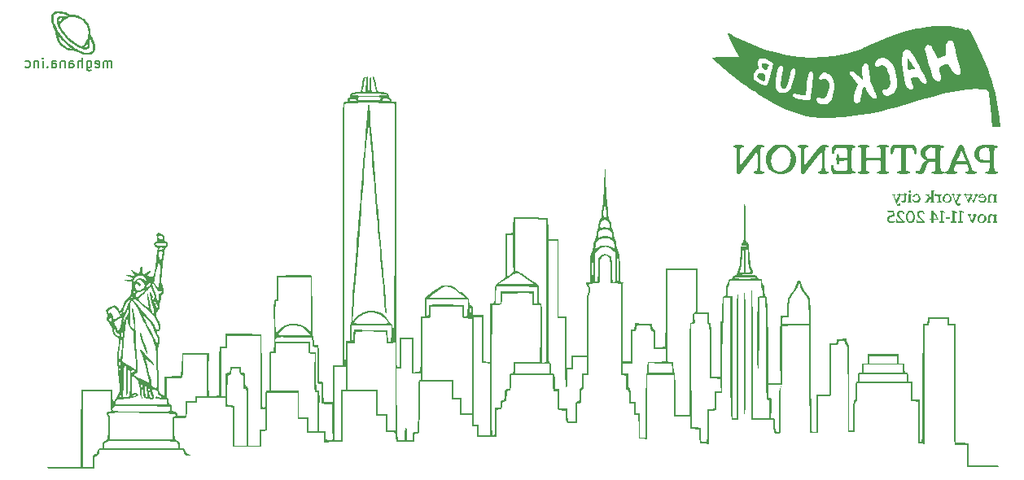
<source format=gbr>
%TF.GenerationSoftware,KiCad,Pcbnew,9.0.1*%
%TF.CreationDate,2025-10-31T20:13:03-04:00*%
%TF.ProjectId,arcus,61726375-732e-46b6-9963-61645f706362,2025-10-31*%
%TF.SameCoordinates,Original*%
%TF.FileFunction,Legend,Bot*%
%TF.FilePolarity,Positive*%
%FSLAX46Y46*%
G04 Gerber Fmt 4.6, Leading zero omitted, Abs format (unit mm)*
G04 Created by KiCad (PCBNEW 9.0.1) date 2025-10-31 20:13:03*
%MOMM*%
%LPD*%
G01*
G04 APERTURE LIST*
%ADD10C,0.100000*%
%ADD11C,0.200000*%
%ADD12C,0.000000*%
G04 APERTURE END LIST*
D10*
G36*
X193080194Y-75534600D02*
G01*
X193205805Y-75527433D01*
X193271204Y-75511130D01*
X193300229Y-75491210D01*
X193308409Y-75468578D01*
X193302178Y-75447469D01*
X193282687Y-75432934D01*
X193252495Y-75425485D01*
X193196515Y-75422249D01*
X193186492Y-75409056D01*
X193176562Y-75360306D01*
X193171633Y-75237845D01*
X193171633Y-75039474D01*
X193177556Y-74945938D01*
X193192858Y-74880367D01*
X193214757Y-74835760D01*
X193248078Y-74801589D01*
X193293310Y-74780327D01*
X193354509Y-74772563D01*
X193415415Y-74781265D01*
X193470397Y-74807245D01*
X193521434Y-74852476D01*
X193550220Y-74893859D01*
X193572159Y-74946174D01*
X193586500Y-75011859D01*
X193591730Y-75093895D01*
X193591730Y-75237845D01*
X193587453Y-75362741D01*
X193579007Y-75410439D01*
X193570893Y-75422249D01*
X193513295Y-75425547D01*
X193484187Y-75432934D01*
X193465817Y-75447349D01*
X193459839Y-75468578D01*
X193468045Y-75491169D01*
X193497226Y-75511091D01*
X193563093Y-75527418D01*
X193689733Y-75534600D01*
X193809796Y-75527430D01*
X193872793Y-75511048D01*
X193901132Y-75490828D01*
X193909246Y-75467510D01*
X193900973Y-75445439D01*
X193872283Y-75429464D01*
X193806817Y-75422249D01*
X193797832Y-75409370D01*
X193788755Y-75360848D01*
X193784224Y-75237845D01*
X193784224Y-74991999D01*
X193789257Y-74867586D01*
X193799581Y-74815868D01*
X193810251Y-74800574D01*
X193882482Y-74789126D01*
X193913149Y-74772142D01*
X193921458Y-74751955D01*
X193913732Y-74729018D01*
X193886501Y-74706846D01*
X193836946Y-74686559D01*
X193765295Y-74666088D01*
X193693746Y-74651625D01*
X193651035Y-74647846D01*
X193619210Y-74653884D01*
X193602187Y-74669599D01*
X193593659Y-74695342D01*
X193589975Y-74743482D01*
X193589975Y-74846141D01*
X193555609Y-74784112D01*
X193512774Y-74732955D01*
X193460984Y-74691428D01*
X193402120Y-74660723D01*
X193337901Y-74642149D01*
X193266964Y-74635787D01*
X193204064Y-74641212D01*
X193149386Y-74656764D01*
X193101415Y-74681977D01*
X193059052Y-74717226D01*
X193026115Y-74759944D01*
X193001229Y-74813969D01*
X192985036Y-74881852D01*
X192979139Y-74966812D01*
X192979139Y-75238303D01*
X192976620Y-75381948D01*
X192970377Y-75410801D01*
X192960515Y-75422249D01*
X192910324Y-75425462D01*
X192882739Y-75432934D01*
X192864865Y-75447294D01*
X192859002Y-75468578D01*
X192867070Y-75491389D01*
X192895442Y-75511296D01*
X192958881Y-75527496D01*
X193080194Y-75534600D01*
G37*
G36*
X192435627Y-74644368D02*
G01*
X192516792Y-74669431D01*
X192591025Y-74711007D01*
X192659638Y-74770502D01*
X192715273Y-74841473D01*
X192755103Y-74921064D01*
X192779638Y-75010942D01*
X192788171Y-75113358D01*
X192780447Y-75210179D01*
X192758385Y-75294109D01*
X192722863Y-75367388D01*
X192673682Y-75431713D01*
X192612583Y-75484949D01*
X192543675Y-75522801D01*
X192465401Y-75546049D01*
X192375554Y-75554140D01*
X192291843Y-75547770D01*
X192217848Y-75529444D01*
X192151955Y-75499780D01*
X192092904Y-75458626D01*
X192039872Y-75405075D01*
X192005808Y-75360542D01*
X191987726Y-75321346D01*
X191982170Y-75285854D01*
X191986877Y-75259019D01*
X191998807Y-75245087D01*
X192018883Y-75240211D01*
X192035651Y-75245758D01*
X192067884Y-75270207D01*
X192127632Y-75321191D01*
X192188551Y-75355952D01*
X192251519Y-75376352D01*
X192317775Y-75383170D01*
X192381199Y-75377511D01*
X192435837Y-75361333D01*
X192483354Y-75335132D01*
X192524923Y-75298448D01*
X192567885Y-75237790D01*
X192597027Y-75163068D01*
X192611401Y-75070844D01*
X192093758Y-75070844D01*
X192061703Y-75066663D01*
X192035978Y-75054814D01*
X192015066Y-75035200D01*
X191994545Y-74995236D01*
X191987055Y-74940327D01*
X191990826Y-74904835D01*
X192158025Y-74904835D01*
X192163282Y-74934349D01*
X192177858Y-74954525D01*
X192203055Y-74967692D01*
X192243739Y-74972842D01*
X192606134Y-74972842D01*
X192589119Y-74901209D01*
X192561292Y-74842655D01*
X192523015Y-74794850D01*
X192474677Y-74758155D01*
X192419627Y-74736183D01*
X192355785Y-74728599D01*
X192298406Y-74734825D01*
X192251328Y-74752418D01*
X192212292Y-74780958D01*
X192181780Y-74818587D01*
X192164017Y-74859420D01*
X192158025Y-74904835D01*
X191990826Y-74904835D01*
X191993169Y-74882790D01*
X192011374Y-74828944D01*
X192042302Y-74777607D01*
X192087652Y-74727988D01*
X192140429Y-74688298D01*
X192200084Y-74659691D01*
X192267916Y-74641972D01*
X192345634Y-74635787D01*
X192435627Y-74644368D01*
G37*
G36*
X190945206Y-75541927D02*
G01*
X190973406Y-75536578D01*
X191001124Y-75519619D01*
X191029548Y-75487683D01*
X191059008Y-75435224D01*
X191192044Y-75091986D01*
X191261427Y-75249149D01*
X191348054Y-75429957D01*
X191380449Y-75485823D01*
X191404993Y-75516587D01*
X191432908Y-75535632D01*
X191465444Y-75541927D01*
X191497899Y-75535787D01*
X191525054Y-75517427D01*
X191548313Y-75487811D01*
X191577566Y-75434995D01*
X191646031Y-75284938D01*
X191742430Y-75046420D01*
X191810742Y-74877129D01*
X191845852Y-74793781D01*
X191858013Y-74776049D01*
X191872032Y-74764854D01*
X191928153Y-74752666D01*
X191953815Y-74734791D01*
X191961409Y-74712189D01*
X191953157Y-74689342D01*
X191923882Y-74669239D01*
X191857935Y-74652788D01*
X191731287Y-74645556D01*
X191614841Y-74652859D01*
X191553215Y-74669627D01*
X191525081Y-74690561D01*
X191516887Y-74715089D01*
X191525242Y-74738742D01*
X191553401Y-74755393D01*
X191616264Y-74762793D01*
X191621025Y-74781558D01*
X191615521Y-74828439D01*
X191587947Y-74926130D01*
X191513005Y-75127344D01*
X191411176Y-75349357D01*
X191314666Y-75147787D01*
X191241122Y-74958874D01*
X191257837Y-74912086D01*
X191272721Y-74874076D01*
X191284093Y-74843164D01*
X191292947Y-74819350D01*
X191299893Y-74802559D01*
X191305999Y-74789354D01*
X191311342Y-74780500D01*
X191318364Y-74771647D01*
X191327065Y-74762793D01*
X191377879Y-74755863D01*
X191401848Y-74739634D01*
X191409420Y-74715089D01*
X191401119Y-74690743D01*
X191372371Y-74669798D01*
X191308930Y-74652924D01*
X191188533Y-74645556D01*
X191072413Y-74652853D01*
X191010936Y-74669613D01*
X190982852Y-74690545D01*
X190974668Y-74715089D01*
X190979578Y-74733213D01*
X190995122Y-74747500D01*
X191026610Y-74758247D01*
X191083356Y-74762793D01*
X191088218Y-74785552D01*
X191082315Y-74834180D01*
X191055497Y-74926130D01*
X190975469Y-75156934D01*
X190898495Y-75345846D01*
X190806533Y-75127394D01*
X190736073Y-74913384D01*
X190715359Y-74824200D01*
X190713370Y-74779906D01*
X190720274Y-74761037D01*
X190796940Y-74749278D01*
X190829234Y-74731836D01*
X190837892Y-74711273D01*
X190830130Y-74688121D01*
X190803438Y-74668335D01*
X190744891Y-74652469D01*
X190634178Y-74645556D01*
X190559144Y-74650441D01*
X190506027Y-74663111D01*
X190475855Y-74677902D01*
X190461243Y-74692903D01*
X190456873Y-74708678D01*
X190461828Y-74730246D01*
X190476184Y-74744704D01*
X190498769Y-74753776D01*
X190539153Y-74761266D01*
X190557832Y-74774133D01*
X190575026Y-74798208D01*
X190617921Y-74894684D01*
X190739166Y-75212135D01*
X190833236Y-75433239D01*
X190861157Y-75487526D01*
X190883993Y-75517427D01*
X190911318Y-75535711D01*
X190945206Y-75541927D01*
G37*
G36*
X189888703Y-75861886D02*
G01*
X189939438Y-75856628D01*
X189981930Y-75841683D01*
X190017923Y-75817388D01*
X190046565Y-75785127D01*
X190063016Y-75750359D01*
X190068527Y-75711829D01*
X190060630Y-75664982D01*
X190037844Y-75628099D01*
X190003486Y-75603275D01*
X189961595Y-75594974D01*
X189921492Y-75601660D01*
X189892367Y-75620391D01*
X189872746Y-75649520D01*
X189863363Y-75689618D01*
X189863363Y-75731674D01*
X189857105Y-75748461D01*
X189837107Y-75754419D01*
X189810934Y-75748464D01*
X189784764Y-75728973D01*
X189757321Y-75690522D01*
X189728572Y-75624588D01*
X189723143Y-75590381D01*
X189727732Y-75551697D01*
X189742049Y-75508152D01*
X189774138Y-75435148D01*
X189903556Y-75145670D01*
X190015710Y-74875374D01*
X190057105Y-74786668D01*
X190076923Y-74764854D01*
X190132980Y-74752710D01*
X190158627Y-74734835D01*
X190166224Y-74712189D01*
X190157965Y-74689354D01*
X190128648Y-74669250D01*
X190062572Y-74652792D01*
X189935644Y-74645556D01*
X189813525Y-74652951D01*
X189749295Y-74669870D01*
X189720281Y-74690820D01*
X189711933Y-74715089D01*
X189716765Y-74733365D01*
X189731927Y-74747644D01*
X189762360Y-74758302D01*
X189816881Y-74762793D01*
X189822305Y-74780755D01*
X189817296Y-74827601D01*
X189789098Y-74928038D01*
X189723304Y-75096631D01*
X189608587Y-75347983D01*
X189526703Y-75131299D01*
X189459828Y-74910407D01*
X189439048Y-74820809D01*
X189437156Y-74777234D01*
X189444029Y-74759282D01*
X189497482Y-74756000D01*
X189526232Y-74748444D01*
X189544711Y-74733788D01*
X189550732Y-74712265D01*
X189545836Y-74694051D01*
X189529854Y-74677720D01*
X189497381Y-74662730D01*
X189439418Y-74650395D01*
X189354804Y-74645556D01*
X189276910Y-74650263D01*
X189223600Y-74662272D01*
X189193766Y-74676567D01*
X189179083Y-74691832D01*
X189174598Y-74708601D01*
X189182109Y-74730213D01*
X189208020Y-74748061D01*
X189265426Y-74761190D01*
X189285435Y-74777789D01*
X189310599Y-74817484D01*
X189342210Y-74894455D01*
X189541268Y-75450031D01*
X189600869Y-75598472D01*
X189651105Y-75700657D01*
X189693156Y-75767242D01*
X189731603Y-75808679D01*
X189776095Y-75837802D01*
X189827821Y-75855644D01*
X189888703Y-75861886D01*
G37*
G36*
X188797831Y-74644053D02*
G01*
X188888503Y-74668710D01*
X188968912Y-74708756D01*
X189040723Y-74764701D01*
X189100061Y-74833570D01*
X189142212Y-74910875D01*
X189168060Y-74998303D01*
X189177041Y-75098245D01*
X189168670Y-75196983D01*
X189144638Y-75283221D01*
X189105654Y-75359229D01*
X189051179Y-75426675D01*
X188984444Y-75481855D01*
X188908984Y-75521320D01*
X188823095Y-75545655D01*
X188724428Y-75554140D01*
X188622124Y-75545653D01*
X188531828Y-75521197D01*
X188451390Y-75481411D01*
X188379206Y-75425759D01*
X188319578Y-75357256D01*
X188277169Y-75279966D01*
X188251117Y-75192141D01*
X188249112Y-75169839D01*
X188434543Y-75169839D01*
X188442595Y-75253565D01*
X188465141Y-75321739D01*
X188501099Y-75377598D01*
X188549854Y-75421559D01*
X188605124Y-75447327D01*
X188669245Y-75456137D01*
X188732531Y-75448050D01*
X188790086Y-75424019D01*
X188843717Y-75382743D01*
X188894330Y-75320888D01*
X188933856Y-75251199D01*
X188961883Y-75178296D01*
X188978807Y-75101432D01*
X188984547Y-75019706D01*
X188976528Y-74934792D01*
X188954203Y-74866443D01*
X188918830Y-74811183D01*
X188870651Y-74767757D01*
X188815698Y-74742233D01*
X188751600Y-74733484D01*
X188689179Y-74741509D01*
X188631881Y-74765454D01*
X188577958Y-74806747D01*
X188526515Y-74868809D01*
X188486175Y-74938553D01*
X188457613Y-75011439D01*
X188440383Y-75088227D01*
X188434543Y-75169839D01*
X188249112Y-75169839D01*
X188242049Y-75091299D01*
X188250428Y-74993564D01*
X188274541Y-74907777D01*
X188313772Y-74831744D01*
X188368750Y-74763861D01*
X188435961Y-74708142D01*
X188511485Y-74668407D01*
X188596961Y-74643978D01*
X188694661Y-74635481D01*
X188797831Y-74644053D01*
G37*
G36*
X187919495Y-75534600D02*
G01*
X188039558Y-75527430D01*
X188102556Y-75511048D01*
X188130894Y-75490828D01*
X188139009Y-75467510D01*
X188130748Y-75445426D01*
X188102132Y-75429457D01*
X188036885Y-75422249D01*
X188027763Y-75409281D01*
X188018570Y-75360613D01*
X188013987Y-75237464D01*
X188013987Y-74992839D01*
X188019097Y-74866925D01*
X188029573Y-74814674D01*
X188040396Y-74799277D01*
X188114105Y-74787772D01*
X188145268Y-74770734D01*
X188153663Y-74750581D01*
X188145894Y-74727583D01*
X188118477Y-74705319D01*
X188069978Y-74685092D01*
X187997271Y-74664485D01*
X187924365Y-74649950D01*
X187881256Y-74646167D01*
X187849253Y-74652420D01*
X187832026Y-74668836D01*
X187823386Y-74695171D01*
X187819737Y-74741880D01*
X187819737Y-74856750D01*
X187787103Y-74791558D01*
X187748061Y-74738124D01*
X187702577Y-74694939D01*
X187650131Y-74660788D01*
X187600983Y-74641829D01*
X187553818Y-74635787D01*
X187503096Y-74644369D01*
X187460319Y-74669752D01*
X187438801Y-74694751D01*
X187425619Y-74725717D01*
X187420935Y-74764472D01*
X187428631Y-74817568D01*
X187449786Y-74855910D01*
X187482679Y-74881282D01*
X187524051Y-74889799D01*
X187553821Y-74885396D01*
X187582109Y-74871953D01*
X187609841Y-74848049D01*
X187618619Y-74838508D01*
X187629075Y-74828128D01*
X187639608Y-74820266D01*
X187653576Y-74813244D01*
X187669299Y-74811489D01*
X187700073Y-74818026D01*
X187733306Y-74839770D01*
X187770813Y-74882624D01*
X187798137Y-74932335D01*
X187815357Y-74992070D01*
X187821493Y-75064204D01*
X187821493Y-75236166D01*
X187816705Y-75357445D01*
X187807067Y-75405697D01*
X187797374Y-75418738D01*
X187729094Y-75422082D01*
X187694334Y-75429576D01*
X187672184Y-75444871D01*
X187665178Y-75467586D01*
X187673826Y-75490023D01*
X187705373Y-75510279D01*
X187778072Y-75527136D01*
X187919495Y-75534600D01*
G37*
G36*
X187179440Y-75539485D02*
G01*
X187300994Y-75532292D01*
X187364674Y-75515873D01*
X187393241Y-75495648D01*
X187401395Y-75472395D01*
X187393192Y-75450250D01*
X187364908Y-75434310D01*
X187300645Y-75427133D01*
X187290918Y-75413935D01*
X187281206Y-75364743D01*
X187276373Y-75240669D01*
X187276373Y-74582740D01*
X187282038Y-74460022D01*
X187293660Y-74409288D01*
X187305912Y-74394444D01*
X187368409Y-74389965D01*
X187402318Y-74379524D01*
X187418459Y-74366051D01*
X187423377Y-74349564D01*
X187415459Y-74324562D01*
X187388801Y-74302929D01*
X187334591Y-74280419D01*
X187260574Y-74258966D01*
X187187253Y-74243984D01*
X187144559Y-74240113D01*
X187113066Y-74246380D01*
X187096015Y-74262935D01*
X187087484Y-74289501D01*
X187083880Y-74336589D01*
X187083880Y-74452299D01*
X187083880Y-74615331D01*
X187083880Y-75062448D01*
X186974276Y-74972994D01*
X186869015Y-74878738D01*
X186821242Y-74829273D01*
X186799434Y-74796143D01*
X186795790Y-74778165D01*
X186802008Y-74767907D01*
X186863373Y-74756756D01*
X186890507Y-74739835D01*
X186898255Y-74718753D01*
X186889865Y-74696164D01*
X186859745Y-74676068D01*
X186791225Y-74659502D01*
X186658897Y-74652197D01*
X186526586Y-74659508D01*
X186458063Y-74676090D01*
X186427934Y-74696208D01*
X186419539Y-74718829D01*
X186428553Y-74740288D01*
X186462654Y-74760143D01*
X186543569Y-74776684D01*
X186591084Y-74791049D01*
X186638823Y-74817900D01*
X186821395Y-74964293D01*
X186649520Y-75243925D01*
X186567993Y-75362027D01*
X186524091Y-75410110D01*
X186496399Y-75427133D01*
X186429906Y-75430180D01*
X186396336Y-75436979D01*
X186374764Y-75450697D01*
X186368248Y-75469876D01*
X186375945Y-75495320D01*
X186401347Y-75516223D01*
X186454991Y-75532492D01*
X186554178Y-75539485D01*
X186625790Y-75533483D01*
X186671014Y-75518499D01*
X186698052Y-75497353D01*
X186759389Y-75411040D01*
X186962903Y-75080003D01*
X187083880Y-75188691D01*
X187083880Y-75241585D01*
X187079558Y-75367212D01*
X187071023Y-75415226D01*
X187062814Y-75427133D01*
X187002890Y-75430174D01*
X186972520Y-75436979D01*
X186953423Y-75451035D01*
X186947104Y-75473463D01*
X186955347Y-75495993D01*
X186984755Y-75515920D01*
X187051303Y-75532282D01*
X187179440Y-75539485D01*
G37*
G36*
X185521031Y-75554140D02*
G01*
X185609004Y-75545929D01*
X185686239Y-75522230D01*
X185754862Y-75483406D01*
X185816336Y-75428431D01*
X185865747Y-75362499D01*
X185901340Y-75288126D01*
X185923369Y-75203716D01*
X185931053Y-75107175D01*
X185922918Y-75009456D01*
X185899358Y-74922200D01*
X185860833Y-74843506D01*
X185806718Y-74771952D01*
X185740045Y-74712073D01*
X185666639Y-74670051D01*
X185585056Y-74644567D01*
X185493172Y-74635787D01*
X185419579Y-74641424D01*
X185354485Y-74657650D01*
X185296469Y-74683935D01*
X185244426Y-74720432D01*
X185197586Y-74766825D01*
X185167148Y-74810912D01*
X185150093Y-74853511D01*
X185144591Y-74895753D01*
X185150774Y-74934542D01*
X185168252Y-74963912D01*
X185195276Y-74983395D01*
X185230458Y-74990091D01*
X185255798Y-74986580D01*
X185277780Y-74974292D01*
X185295335Y-74958492D01*
X185311058Y-74935671D01*
X185324186Y-74911094D01*
X185338154Y-74880411D01*
X185351282Y-74849652D01*
X185384871Y-74793931D01*
X185423181Y-74757253D01*
X185466794Y-74735892D01*
X185517672Y-74728599D01*
X185567181Y-74734115D01*
X185610429Y-74750125D01*
X185648859Y-74776776D01*
X185683299Y-74815458D01*
X185716994Y-74876158D01*
X185738008Y-74947575D01*
X185745429Y-75032223D01*
X185739965Y-75111114D01*
X185724497Y-75178665D01*
X185699948Y-75236702D01*
X185666584Y-75286694D01*
X185623735Y-75329076D01*
X185575529Y-75358802D01*
X185520870Y-75376895D01*
X185458062Y-75383170D01*
X185401458Y-75377470D01*
X185347618Y-75360425D01*
X185299270Y-75336541D01*
X185271369Y-75317377D01*
X185212750Y-75262117D01*
X185179778Y-75235195D01*
X185160162Y-75228762D01*
X185141086Y-75233520D01*
X185129619Y-75247263D01*
X185125052Y-75274024D01*
X185130962Y-75312657D01*
X185150206Y-75355550D01*
X185186418Y-75404465D01*
X185245924Y-75461259D01*
X185324873Y-75510634D01*
X185383501Y-75534401D01*
X185448497Y-75549063D01*
X185521031Y-75554140D01*
G37*
G36*
X184595045Y-75467586D02*
G01*
X184603159Y-75490863D01*
X184631518Y-75511061D01*
X184694598Y-75527433D01*
X184814864Y-75534600D01*
X184935113Y-75527427D01*
X184998195Y-75511041D01*
X185026563Y-75490820D01*
X185034682Y-75467510D01*
X185026377Y-75445472D01*
X184997503Y-75429482D01*
X184931489Y-75422249D01*
X184922934Y-75410255D01*
X184914115Y-75362363D01*
X184909660Y-75237616D01*
X184909660Y-74991542D01*
X184914321Y-74864986D01*
X184923741Y-74814055D01*
X184933169Y-74799964D01*
X185007177Y-74788383D01*
X185038467Y-74771268D01*
X185046894Y-74751039D01*
X185038818Y-74725651D01*
X185012166Y-74705625D01*
X184964363Y-74685037D01*
X184893327Y-74663645D01*
X184821869Y-74648434D01*
X184777922Y-74644411D01*
X184746363Y-74650682D01*
X184729302Y-74667233D01*
X184720772Y-74693724D01*
X184717166Y-74740735D01*
X184717166Y-74857284D01*
X184717166Y-75024591D01*
X184717166Y-75236548D01*
X184712822Y-75361003D01*
X184704234Y-75408640D01*
X184695948Y-75420493D01*
X184645311Y-75423798D01*
X184618172Y-75431408D01*
X184600814Y-75445891D01*
X184595045Y-75467586D01*
G37*
G36*
X184951640Y-74388338D02*
G01*
X184946957Y-74354658D01*
X184933712Y-74328122D01*
X184911645Y-74306975D01*
X184868708Y-74286313D01*
X184817688Y-74279192D01*
X184765002Y-74286929D01*
X184728921Y-74307814D01*
X184705652Y-74340495D01*
X184697627Y-74383224D01*
X184702295Y-74416936D01*
X184715555Y-74443804D01*
X184737698Y-74465503D01*
X184780852Y-74486749D01*
X184833258Y-74494126D01*
X184883033Y-74486547D01*
X184919430Y-74465503D01*
X184943334Y-74432503D01*
X184951640Y-74388338D01*
G37*
G36*
X184187923Y-75539943D02*
G01*
X184256941Y-75532848D01*
X184311030Y-75513235D01*
X184353550Y-75482164D01*
X184384817Y-75439942D01*
X184404877Y-75384093D01*
X184412244Y-75310431D01*
X184414000Y-74776074D01*
X184463077Y-74776074D01*
X184501541Y-74769635D01*
X184521144Y-74753574D01*
X184527878Y-74727072D01*
X184523665Y-74705887D01*
X184508644Y-74678071D01*
X184470099Y-74631665D01*
X184412244Y-74580069D01*
X184342785Y-74527827D01*
X184297412Y-74503956D01*
X184268523Y-74497789D01*
X184242562Y-74504010D01*
X184227225Y-74521693D01*
X184221201Y-74555568D01*
X184221201Y-74665783D01*
X184020082Y-74665783D01*
X183908188Y-74657081D01*
X183740271Y-74648304D01*
X183617421Y-74655468D01*
X183553225Y-74671797D01*
X183524550Y-74691844D01*
X183516407Y-74714784D01*
X183524879Y-74737246D01*
X183554726Y-74754887D01*
X183622882Y-74765541D01*
X183628844Y-74783537D01*
X183623536Y-74830152D01*
X183593191Y-74930252D01*
X183516059Y-75126749D01*
X183411459Y-75349128D01*
X183325156Y-75117099D01*
X183262777Y-74912773D01*
X183243593Y-74821664D01*
X183241479Y-74778659D01*
X183246977Y-74762030D01*
X183302020Y-74756039D01*
X183331012Y-74748062D01*
X183349534Y-74733825D01*
X183355513Y-74713028D01*
X183347916Y-74690144D01*
X183321900Y-74670661D01*
X183265043Y-74655083D01*
X183157752Y-74648304D01*
X183079950Y-74653263D01*
X183027388Y-74665859D01*
X182997891Y-74680544D01*
X182983537Y-74695493D01*
X182979226Y-74711273D01*
X182984511Y-74732556D01*
X183000215Y-74747146D01*
X183024667Y-74756223D01*
X183068375Y-74763785D01*
X183089308Y-74780587D01*
X183114644Y-74820318D01*
X183145311Y-74896821D01*
X183344598Y-75451634D01*
X183405385Y-75599926D01*
X183456263Y-75701990D01*
X183498547Y-75768463D01*
X183537020Y-75809818D01*
X183581556Y-75838898D01*
X183633350Y-75856718D01*
X183694323Y-75862954D01*
X183745050Y-75857685D01*
X183787597Y-75842693D01*
X183823696Y-75818304D01*
X183852380Y-75785940D01*
X183868857Y-75751071D01*
X183874376Y-75712440D01*
X183866513Y-75665423D01*
X183843846Y-75628405D01*
X183809576Y-75603512D01*
X183767901Y-75595203D01*
X183727885Y-75601874D01*
X183698903Y-75620543D01*
X183679396Y-75649649D01*
X183670051Y-75689694D01*
X183668296Y-75731674D01*
X183659953Y-75748753D01*
X183642040Y-75754419D01*
X183615816Y-75748470D01*
X183589626Y-75729014D01*
X183562200Y-75690670D01*
X183533504Y-75624970D01*
X183528076Y-75590849D01*
X183532665Y-75552308D01*
X183546965Y-75508835D01*
X183578995Y-75435911D01*
X183708449Y-75147231D01*
X183820566Y-74877587D01*
X183847593Y-74823933D01*
X183871323Y-74795308D01*
X183901504Y-74778774D01*
X183946428Y-74772563D01*
X184221201Y-74772563D01*
X184221201Y-75240517D01*
X184213702Y-75316021D01*
X184195784Y-75357906D01*
X184176145Y-75376432D01*
X184147731Y-75388426D01*
X184107323Y-75392939D01*
X184071012Y-75387224D01*
X184020616Y-75366683D01*
X183972597Y-75344957D01*
X183953144Y-75340351D01*
X183934663Y-75344597D01*
X183923940Y-75356468D01*
X183919790Y-75378819D01*
X183927136Y-75409079D01*
X183952559Y-75443610D01*
X184004817Y-75484836D01*
X184063403Y-75515650D01*
X184124087Y-75533846D01*
X184187923Y-75539943D01*
G37*
G36*
X193080194Y-77634600D02*
G01*
X193205805Y-77627433D01*
X193271204Y-77611130D01*
X193300229Y-77591210D01*
X193308409Y-77568578D01*
X193302178Y-77547469D01*
X193282687Y-77532934D01*
X193252495Y-77525485D01*
X193196515Y-77522249D01*
X193186492Y-77509056D01*
X193176562Y-77460306D01*
X193171633Y-77337845D01*
X193171633Y-77139474D01*
X193177556Y-77045938D01*
X193192858Y-76980367D01*
X193214757Y-76935760D01*
X193248078Y-76901589D01*
X193293310Y-76880327D01*
X193354509Y-76872563D01*
X193415415Y-76881265D01*
X193470397Y-76907245D01*
X193521434Y-76952476D01*
X193550220Y-76993859D01*
X193572159Y-77046174D01*
X193586500Y-77111859D01*
X193591730Y-77193895D01*
X193591730Y-77337845D01*
X193587453Y-77462741D01*
X193579007Y-77510439D01*
X193570893Y-77522249D01*
X193513295Y-77525547D01*
X193484187Y-77532934D01*
X193465817Y-77547349D01*
X193459839Y-77568578D01*
X193468045Y-77591169D01*
X193497226Y-77611091D01*
X193563093Y-77627418D01*
X193689733Y-77634600D01*
X193809796Y-77627430D01*
X193872793Y-77611048D01*
X193901132Y-77590828D01*
X193909246Y-77567510D01*
X193900973Y-77545439D01*
X193872283Y-77529464D01*
X193806817Y-77522249D01*
X193797832Y-77509370D01*
X193788755Y-77460848D01*
X193784224Y-77337845D01*
X193784224Y-77091999D01*
X193789257Y-76967586D01*
X193799581Y-76915868D01*
X193810251Y-76900574D01*
X193882482Y-76889126D01*
X193913149Y-76872142D01*
X193921458Y-76851955D01*
X193913732Y-76829018D01*
X193886501Y-76806846D01*
X193836946Y-76786559D01*
X193765295Y-76766088D01*
X193693746Y-76751625D01*
X193651035Y-76747846D01*
X193619210Y-76753884D01*
X193602187Y-76769599D01*
X193593659Y-76795342D01*
X193589975Y-76843482D01*
X193589975Y-76946141D01*
X193555609Y-76884112D01*
X193512774Y-76832955D01*
X193460984Y-76791428D01*
X193402120Y-76760723D01*
X193337901Y-76742149D01*
X193266964Y-76735787D01*
X193204064Y-76741212D01*
X193149386Y-76756764D01*
X193101415Y-76781977D01*
X193059052Y-76817226D01*
X193026115Y-76859944D01*
X193001229Y-76913969D01*
X192985036Y-76981852D01*
X192979139Y-77066812D01*
X192979139Y-77338303D01*
X192976620Y-77481948D01*
X192970377Y-77510801D01*
X192960515Y-77522249D01*
X192910324Y-77525462D01*
X192882739Y-77532934D01*
X192864865Y-77547294D01*
X192859002Y-77568578D01*
X192867070Y-77591389D01*
X192895442Y-77611296D01*
X192958881Y-77627496D01*
X193080194Y-77634600D01*
G37*
G36*
X192408962Y-76744053D02*
G01*
X192499633Y-76768710D01*
X192580042Y-76808756D01*
X192651853Y-76864701D01*
X192711192Y-76933570D01*
X192753342Y-77010875D01*
X192779190Y-77098303D01*
X192788171Y-77198245D01*
X192779800Y-77296983D01*
X192755769Y-77383221D01*
X192716785Y-77459229D01*
X192662310Y-77526675D01*
X192595574Y-77581855D01*
X192520115Y-77621320D01*
X192434226Y-77645655D01*
X192335559Y-77654140D01*
X192233255Y-77645653D01*
X192142959Y-77621197D01*
X192062521Y-77581411D01*
X191990337Y-77525759D01*
X191930709Y-77457256D01*
X191888300Y-77379966D01*
X191862247Y-77292141D01*
X191860242Y-77269839D01*
X192045673Y-77269839D01*
X192053725Y-77353565D01*
X192076272Y-77421739D01*
X192112229Y-77477598D01*
X192160984Y-77521559D01*
X192216254Y-77547327D01*
X192280375Y-77556137D01*
X192343662Y-77548050D01*
X192401217Y-77524019D01*
X192454847Y-77482743D01*
X192505460Y-77420888D01*
X192544986Y-77351199D01*
X192573013Y-77278296D01*
X192589938Y-77201432D01*
X192595677Y-77119706D01*
X192587659Y-77034792D01*
X192565333Y-76966443D01*
X192529961Y-76911183D01*
X192481781Y-76867757D01*
X192426828Y-76842233D01*
X192362731Y-76833484D01*
X192300310Y-76841509D01*
X192243012Y-76865454D01*
X192189088Y-76906747D01*
X192137646Y-76968809D01*
X192097306Y-77038553D01*
X192068743Y-77111439D01*
X192051513Y-77188227D01*
X192045673Y-77269839D01*
X191860242Y-77269839D01*
X191853179Y-77191299D01*
X191861558Y-77093564D01*
X191885672Y-77007777D01*
X191924903Y-76931744D01*
X191979880Y-76863861D01*
X192047091Y-76808142D01*
X192122615Y-76768407D01*
X192208092Y-76743978D01*
X192305792Y-76735481D01*
X192408962Y-76744053D01*
G37*
G36*
X191339811Y-77641927D02*
G01*
X191375059Y-77635973D01*
X191401025Y-77619182D01*
X191423246Y-77590750D01*
X191455063Y-77534995D01*
X191512142Y-77407656D01*
X191692742Y-76977129D01*
X191729455Y-76892026D01*
X191741388Y-76874502D01*
X191753879Y-76864854D01*
X191809784Y-76852677D01*
X191835371Y-76834807D01*
X191842951Y-76812189D01*
X191834695Y-76789350D01*
X191805391Y-76769246D01*
X191739359Y-76752791D01*
X191612524Y-76745556D01*
X191487330Y-76752999D01*
X191421692Y-76769996D01*
X191392205Y-76790955D01*
X191383775Y-76815089D01*
X191388712Y-76833161D01*
X191404387Y-76847451D01*
X191436241Y-76858228D01*
X191493760Y-76862793D01*
X191498545Y-76881564D01*
X191493140Y-76928454D01*
X191465825Y-77026130D01*
X191394682Y-77214151D01*
X191291115Y-77438824D01*
X191195485Y-77215667D01*
X191125030Y-77011628D01*
X191103870Y-76920738D01*
X191101492Y-76877808D01*
X191107551Y-76861037D01*
X191178802Y-76849456D01*
X191209321Y-76832123D01*
X191217690Y-76811273D01*
X191210033Y-76787943D01*
X191183928Y-76768167D01*
X191127112Y-76752406D01*
X191020158Y-76745556D01*
X190940728Y-76750501D01*
X190886512Y-76763111D01*
X190855864Y-76777939D01*
X190841078Y-76792944D01*
X190836671Y-76808678D01*
X190844259Y-76830205D01*
X190870596Y-76848079D01*
X190929254Y-76861266D01*
X190948046Y-76874093D01*
X190965967Y-76898208D01*
X191007870Y-76996439D01*
X191123475Y-77290133D01*
X191226238Y-77531484D01*
X191256482Y-77590386D01*
X191276995Y-77619182D01*
X191301895Y-77635772D01*
X191339811Y-77641927D01*
G37*
G36*
X190099973Y-77634600D02*
G01*
X190251390Y-77630014D01*
X190335897Y-77619335D01*
X190381551Y-77604230D01*
X190402917Y-77586579D01*
X190409246Y-77566365D01*
X190401029Y-77542481D01*
X190373602Y-77525073D01*
X190330479Y-77516412D01*
X190242321Y-77512479D01*
X190223472Y-77500102D01*
X190211028Y-77466989D01*
X190206224Y-77419030D01*
X190204082Y-77325099D01*
X190204082Y-76692815D01*
X190209659Y-76609613D01*
X190221504Y-76573291D01*
X190235376Y-76561535D01*
X190326585Y-76586875D01*
X190391289Y-76604858D01*
X190417794Y-76608780D01*
X190444100Y-76603942D01*
X190458018Y-76591479D01*
X190462979Y-76570083D01*
X190457610Y-76550509D01*
X190438191Y-76526639D01*
X190396576Y-76496276D01*
X190324870Y-76459144D01*
X190228735Y-76422469D01*
X190133943Y-76395486D01*
X190056785Y-76381073D01*
X189994415Y-76376750D01*
X189950954Y-76383302D01*
X189929677Y-76399114D01*
X189922668Y-76424072D01*
X189932117Y-76448952D01*
X189967930Y-76476660D01*
X189980097Y-76491241D01*
X189988843Y-76521311D01*
X189994033Y-76648393D01*
X189994033Y-77324946D01*
X189991647Y-77416090D01*
X189986172Y-77465233D01*
X189973253Y-77500088D01*
X189955717Y-77512479D01*
X189867627Y-77516411D01*
X189824513Y-77525073D01*
X189797086Y-77542481D01*
X189788869Y-77566365D01*
X189795201Y-77586575D01*
X189816587Y-77604226D01*
X189862295Y-77619335D01*
X189947020Y-77630004D01*
X190099973Y-77634600D01*
G37*
G36*
X189378236Y-77634600D02*
G01*
X189529652Y-77630014D01*
X189614159Y-77619335D01*
X189659813Y-77604230D01*
X189681180Y-77586579D01*
X189687508Y-77566365D01*
X189679291Y-77542481D01*
X189651864Y-77525073D01*
X189608741Y-77516412D01*
X189520584Y-77512479D01*
X189501735Y-77500102D01*
X189489290Y-77466989D01*
X189484486Y-77419030D01*
X189482344Y-77325099D01*
X189482344Y-76692815D01*
X189487922Y-76609613D01*
X189499766Y-76573291D01*
X189513638Y-76561535D01*
X189604847Y-76586875D01*
X189669552Y-76604858D01*
X189696057Y-76608780D01*
X189722363Y-76603942D01*
X189736281Y-76591479D01*
X189741242Y-76570083D01*
X189735872Y-76550509D01*
X189716454Y-76526639D01*
X189674838Y-76496276D01*
X189603132Y-76459144D01*
X189506998Y-76422469D01*
X189412205Y-76395486D01*
X189335048Y-76381073D01*
X189272677Y-76376750D01*
X189229216Y-76383302D01*
X189207939Y-76399114D01*
X189200931Y-76424072D01*
X189210379Y-76448952D01*
X189246192Y-76476660D01*
X189258359Y-76491241D01*
X189267105Y-76521311D01*
X189272295Y-76648393D01*
X189272295Y-77324946D01*
X189269910Y-77416090D01*
X189264434Y-77465233D01*
X189251515Y-77500088D01*
X189233980Y-77512479D01*
X189145890Y-77516411D01*
X189102776Y-77525073D01*
X189075348Y-77542481D01*
X189067131Y-77566365D01*
X189073464Y-77586575D01*
X189094849Y-77604226D01*
X189140557Y-77619335D01*
X189225282Y-77630004D01*
X189378236Y-77634600D01*
G37*
G36*
X188946842Y-77219387D02*
G01*
X188987019Y-77213218D01*
X189006825Y-77198247D01*
X189013398Y-77174431D01*
X189010262Y-77142540D01*
X189001110Y-77113905D01*
X188986326Y-77084586D01*
X188969663Y-77067194D01*
X188947184Y-77057279D01*
X188910129Y-77053302D01*
X188835788Y-77053302D01*
X188761446Y-77053302D01*
X188687105Y-77053302D01*
X188612687Y-77053302D01*
X188571801Y-77059827D01*
X188551346Y-77075854D01*
X188544452Y-77101769D01*
X188547362Y-77129636D01*
X188556664Y-77160616D01*
X188571550Y-77189704D01*
X188588187Y-77206412D01*
X188610522Y-77215648D01*
X188647721Y-77219387D01*
X188722138Y-77219387D01*
X188796480Y-77219387D01*
X188871661Y-77219387D01*
X188946842Y-77219387D01*
G37*
G36*
X188141146Y-77634600D02*
G01*
X188292562Y-77630014D01*
X188377069Y-77619335D01*
X188422723Y-77604230D01*
X188444090Y-77586579D01*
X188450418Y-77566365D01*
X188442201Y-77542481D01*
X188414774Y-77525073D01*
X188371651Y-77516412D01*
X188283494Y-77512479D01*
X188264645Y-77500102D01*
X188252200Y-77466989D01*
X188247396Y-77419030D01*
X188245254Y-77325099D01*
X188245254Y-76692815D01*
X188250832Y-76609613D01*
X188262676Y-76573291D01*
X188276548Y-76561535D01*
X188367757Y-76586875D01*
X188432462Y-76604858D01*
X188458967Y-76608780D01*
X188485273Y-76603942D01*
X188499191Y-76591479D01*
X188504152Y-76570083D01*
X188498782Y-76550509D01*
X188479364Y-76526639D01*
X188437748Y-76496276D01*
X188366042Y-76459144D01*
X188269908Y-76422469D01*
X188175115Y-76395486D01*
X188097958Y-76381073D01*
X188035587Y-76376750D01*
X187992126Y-76383302D01*
X187970849Y-76399114D01*
X187963841Y-76424072D01*
X187973289Y-76448952D01*
X188009102Y-76476660D01*
X188021269Y-76491241D01*
X188030015Y-76521311D01*
X188035205Y-76648393D01*
X188035205Y-77324946D01*
X188032820Y-77416090D01*
X188027344Y-77465233D01*
X188014425Y-77500088D01*
X187996890Y-77512479D01*
X187908800Y-77516411D01*
X187865686Y-77525073D01*
X187838258Y-77542481D01*
X187830041Y-77566365D01*
X187836374Y-77586575D01*
X187857759Y-77604226D01*
X187903467Y-77619335D01*
X187988192Y-77630004D01*
X188141146Y-77634600D01*
G37*
G36*
X187213269Y-76378140D02*
G01*
X187245309Y-76389191D01*
X187273466Y-76405757D01*
X187293394Y-76423308D01*
X187342243Y-76484522D01*
X187478337Y-76680350D01*
X187619237Y-76898491D01*
X187765088Y-77140543D01*
X187812166Y-77237501D01*
X187822714Y-77282280D01*
X187816956Y-77317217D01*
X187801311Y-77340542D01*
X187775020Y-77355354D01*
X187733489Y-77361048D01*
X187280495Y-77361048D01*
X187280495Y-77582317D01*
X187275325Y-77608105D01*
X187261337Y-77623228D01*
X187236753Y-77630964D01*
X187181195Y-77634600D01*
X187124096Y-77630940D01*
X187099374Y-77623228D01*
X187085386Y-77608105D01*
X187080216Y-77582317D01*
X187080216Y-77361048D01*
X186963514Y-77361048D01*
X186916964Y-77356306D01*
X186893675Y-77345401D01*
X186880583Y-77324698D01*
X186875052Y-77282891D01*
X186880583Y-77241083D01*
X186893675Y-77220380D01*
X186916964Y-77209475D01*
X186963514Y-77204733D01*
X187080216Y-77204733D01*
X187275610Y-77204733D01*
X187682809Y-77204733D01*
X187479916Y-76867744D01*
X187275610Y-76561764D01*
X187275610Y-77204733D01*
X187080216Y-77204733D01*
X187080216Y-76461929D01*
X187086512Y-76422813D01*
X187103517Y-76396881D01*
X187131852Y-76380552D01*
X187176310Y-76374307D01*
X187213269Y-76378140D01*
G37*
G36*
X186212696Y-77624831D02*
G01*
X186268719Y-77624831D01*
X186326498Y-77624831D01*
X186358560Y-77619913D01*
X186380765Y-77606512D01*
X186395130Y-77585878D01*
X186400000Y-77560182D01*
X186391383Y-77525059D01*
X186361608Y-77485078D01*
X186105691Y-77235699D01*
X185961355Y-77080016D01*
X185883279Y-76979870D01*
X185833814Y-76901032D01*
X185810229Y-76847994D01*
X185796409Y-76794944D01*
X185791835Y-76741206D01*
X185798717Y-76675936D01*
X185818138Y-76622357D01*
X185849537Y-76577945D01*
X185891574Y-76544121D01*
X185943054Y-76523341D01*
X186006769Y-76515968D01*
X186064291Y-76522383D01*
X186117311Y-76541408D01*
X186167173Y-76573720D01*
X186214708Y-76621264D01*
X186260171Y-76687091D01*
X186290235Y-76728040D01*
X186312696Y-76746722D01*
X186330085Y-76751739D01*
X186349169Y-76747967D01*
X186364126Y-76736855D01*
X186373860Y-76720345D01*
X186377254Y-76699303D01*
X186372043Y-76656377D01*
X186355338Y-76609042D01*
X186324742Y-76555886D01*
X186280847Y-76497200D01*
X186229454Y-76448196D01*
X186169953Y-76408119D01*
X186104576Y-76378755D01*
X186033571Y-76360891D01*
X185955707Y-76354768D01*
X185873866Y-76361648D01*
X185803251Y-76381294D01*
X185741830Y-76412981D01*
X185688108Y-76457044D01*
X185643847Y-76511229D01*
X185612464Y-76571131D01*
X185593296Y-76637915D01*
X185586671Y-76713194D01*
X185594288Y-76792412D01*
X185617773Y-76873766D01*
X185658852Y-76958599D01*
X185720204Y-77048103D01*
X185805345Y-77143290D01*
X185916281Y-77249323D01*
X186160565Y-77468515D01*
X185936320Y-77468515D01*
X185756430Y-77462013D01*
X185675301Y-77448219D01*
X185647350Y-77433481D01*
X185635545Y-77413801D01*
X185603539Y-77338761D01*
X185582834Y-77290985D01*
X185563843Y-77269356D01*
X185545760Y-77263351D01*
X185523977Y-77268382D01*
X185507759Y-77283448D01*
X185496183Y-77312162D01*
X185491416Y-77361888D01*
X185501125Y-77450780D01*
X185532556Y-77552092D01*
X185565880Y-77615835D01*
X185596001Y-77645644D01*
X185624529Y-77654140D01*
X185647274Y-77650734D01*
X185673530Y-77639485D01*
X185702245Y-77628819D01*
X185741765Y-77624831D01*
X186212696Y-77624831D01*
G37*
G36*
X184967137Y-76362089D02*
G01*
X185038642Y-76383612D01*
X185105200Y-76419521D01*
X185167864Y-76471095D01*
X185227176Y-76540621D01*
X185274118Y-76615962D01*
X185311377Y-76699620D01*
X185338837Y-76792681D01*
X185355994Y-76896446D01*
X185361967Y-77012392D01*
X185353064Y-77151867D01*
X185327714Y-77273365D01*
X185287329Y-77379550D01*
X185232442Y-77472637D01*
X185175409Y-77540304D01*
X185114600Y-77590627D01*
X185049466Y-77625778D01*
X184978936Y-77646923D01*
X184901493Y-77654140D01*
X184822893Y-77646710D01*
X184750909Y-77624880D01*
X184684020Y-77588468D01*
X184621153Y-77536163D01*
X184561767Y-77465615D01*
X184504329Y-77368787D01*
X184462330Y-77259762D01*
X184436129Y-77136496D01*
X184429615Y-77036892D01*
X184619469Y-77036892D01*
X184627680Y-77170958D01*
X184650838Y-77285528D01*
X184687323Y-77383564D01*
X184727771Y-77450136D01*
X184772807Y-77493599D01*
X184823032Y-77518656D01*
X184880580Y-77527133D01*
X184938203Y-77518172D01*
X184990894Y-77491098D01*
X185040635Y-77443099D01*
X185080742Y-77384317D01*
X185113652Y-77315365D01*
X185139020Y-77234729D01*
X185161690Y-77107913D01*
X185169474Y-76970260D01*
X185161110Y-76834975D01*
X185137623Y-76720504D01*
X185100780Y-76623587D01*
X185059997Y-76557933D01*
X185014720Y-76514972D01*
X184964318Y-76490168D01*
X184906684Y-76481774D01*
X184857426Y-76487908D01*
X184812784Y-76506087D01*
X184771359Y-76537190D01*
X184732432Y-76583607D01*
X184696024Y-76649004D01*
X184654481Y-76762844D01*
X184628534Y-76891325D01*
X184619469Y-77036892D01*
X184429615Y-77036892D01*
X184426975Y-76996516D01*
X184435852Y-76857987D01*
X184461167Y-76736886D01*
X184501570Y-76630639D01*
X184556577Y-76537110D01*
X184613592Y-76469195D01*
X184674547Y-76418652D01*
X184739997Y-76383315D01*
X184811035Y-76362037D01*
X184889205Y-76354768D01*
X184967137Y-76362089D01*
G37*
G36*
X184124420Y-77624831D02*
G01*
X184180443Y-77624831D01*
X184238221Y-77624831D01*
X184270283Y-77619913D01*
X184292489Y-77606512D01*
X184306854Y-77585878D01*
X184311723Y-77560182D01*
X184303107Y-77525059D01*
X184273331Y-77485078D01*
X184017415Y-77235699D01*
X183873078Y-77080016D01*
X183795003Y-76979870D01*
X183745538Y-76901032D01*
X183721953Y-76847994D01*
X183708133Y-76794944D01*
X183703559Y-76741206D01*
X183710441Y-76675936D01*
X183729862Y-76622357D01*
X183761261Y-76577945D01*
X183803297Y-76544121D01*
X183854777Y-76523341D01*
X183918492Y-76515968D01*
X183976015Y-76522383D01*
X184029035Y-76541408D01*
X184078896Y-76573720D01*
X184126431Y-76621264D01*
X184171894Y-76687091D01*
X184201958Y-76728040D01*
X184224419Y-76746722D01*
X184241809Y-76751739D01*
X184260892Y-76747967D01*
X184275850Y-76736855D01*
X184285583Y-76720345D01*
X184288978Y-76699303D01*
X184283766Y-76656377D01*
X184267062Y-76609042D01*
X184236466Y-76555886D01*
X184192570Y-76497200D01*
X184141178Y-76448196D01*
X184081677Y-76408119D01*
X184016299Y-76378755D01*
X183945295Y-76360891D01*
X183867430Y-76354768D01*
X183785590Y-76361648D01*
X183714975Y-76381294D01*
X183653553Y-76412981D01*
X183599832Y-76457044D01*
X183555571Y-76511229D01*
X183524187Y-76571131D01*
X183505020Y-76637915D01*
X183498395Y-76713194D01*
X183506012Y-76792412D01*
X183529496Y-76873766D01*
X183570575Y-76958599D01*
X183631928Y-77048103D01*
X183717068Y-77143290D01*
X183828005Y-77249323D01*
X184072289Y-77468515D01*
X183848043Y-77468515D01*
X183668154Y-77462013D01*
X183587024Y-77448219D01*
X183559074Y-77433481D01*
X183547269Y-77413801D01*
X183515263Y-77338761D01*
X183494557Y-77290985D01*
X183475567Y-77269356D01*
X183457484Y-77263351D01*
X183435701Y-77268382D01*
X183419483Y-77283448D01*
X183407907Y-77312162D01*
X183403140Y-77361888D01*
X183412849Y-77450780D01*
X183444280Y-77552092D01*
X183477604Y-77615835D01*
X183507725Y-77645644D01*
X183536252Y-77654140D01*
X183558998Y-77650734D01*
X183585253Y-77639485D01*
X183613969Y-77628819D01*
X183653489Y-77624831D01*
X184124420Y-77624831D01*
G37*
G36*
X182938773Y-77654140D02*
G01*
X183023046Y-77648715D01*
X183104848Y-77632527D01*
X183184848Y-77605444D01*
X183259432Y-77566332D01*
X183293549Y-77532818D01*
X183303000Y-77502709D01*
X183297012Y-77471594D01*
X183281341Y-77454827D01*
X183253923Y-77448747D01*
X183229989Y-77454410D01*
X183147143Y-77485536D01*
X183055638Y-77513329D01*
X182968464Y-77522249D01*
X182883541Y-77513714D01*
X182814304Y-77489757D01*
X182757423Y-77451342D01*
X182712924Y-77399726D01*
X182686715Y-77341290D01*
X182677739Y-77273655D01*
X182683898Y-77215481D01*
X182701679Y-77165018D01*
X182731034Y-77120584D01*
X182773222Y-77081161D01*
X182822026Y-77051538D01*
X182881604Y-77029094D01*
X182954094Y-77014573D01*
X183042042Y-77009339D01*
X183114704Y-77012850D01*
X183173323Y-77016284D01*
X183207681Y-77009660D01*
X183226209Y-76992313D01*
X183232933Y-76961940D01*
X183220279Y-76839396D01*
X183154088Y-76440253D01*
X183143632Y-76410940D01*
X183129588Y-76395526D01*
X183108090Y-76387597D01*
X183064787Y-76384077D01*
X182618204Y-76384077D01*
X182588213Y-76369045D01*
X182562181Y-76364537D01*
X182537831Y-76370987D01*
X182522801Y-76390086D01*
X182516691Y-76428193D01*
X182524243Y-76477693D01*
X182545618Y-76515815D01*
X182567154Y-76534326D01*
X182595331Y-76545942D01*
X182632248Y-76550162D01*
X183049064Y-76550162D01*
X183101576Y-76860045D01*
X182975486Y-76853023D01*
X182854568Y-76860866D01*
X182754130Y-76882736D01*
X182670755Y-76916827D01*
X182601642Y-76962322D01*
X182542527Y-77021715D01*
X182501282Y-77087809D01*
X182476312Y-77162018D01*
X182467690Y-77246559D01*
X182476346Y-77331907D01*
X182501541Y-77407789D01*
X182543338Y-77476282D01*
X182603397Y-77538735D01*
X182674193Y-77588620D01*
X182752659Y-77624443D01*
X182840234Y-77646496D01*
X182938773Y-77654140D01*
G37*
G36*
X192943901Y-69554660D02*
G01*
X193197791Y-69563087D01*
X193479342Y-69563087D01*
X193756469Y-69579001D01*
X193900910Y-69615222D01*
X193965136Y-69659540D01*
X193983276Y-69709999D01*
X193965992Y-69766761D01*
X193911103Y-69806719D01*
X193827147Y-69827194D01*
X193674065Y-69836028D01*
X193649344Y-69866243D01*
X193624683Y-69983191D01*
X193612333Y-70283359D01*
X193612333Y-71823371D01*
X193624578Y-72126316D01*
X193649215Y-72246587D01*
X193674065Y-72278945D01*
X193830929Y-72287226D01*
X193915316Y-72306239D01*
X193970158Y-72344462D01*
X193987490Y-72400761D01*
X193966551Y-72453662D01*
X193889282Y-72501925D01*
X193709598Y-72542360D01*
X193358259Y-72560313D01*
X192973167Y-72541971D01*
X192778332Y-72500901D01*
X192696151Y-72452555D01*
X192674440Y-72400761D01*
X192693499Y-72345291D01*
X192756689Y-72306239D01*
X192853742Y-72287324D01*
X193040804Y-72278945D01*
X193068019Y-72247618D01*
X193094825Y-72127224D01*
X193108215Y-71819341D01*
X193108215Y-71393809D01*
X192885055Y-71415806D01*
X192662350Y-71423118D01*
X192413606Y-71405132D01*
X192196492Y-71353735D01*
X192005919Y-71271247D01*
X191837847Y-71157870D01*
X191695878Y-71013913D01*
X191595997Y-70850872D01*
X191535007Y-70664894D01*
X191518427Y-70496949D01*
X192041363Y-70496949D01*
X192056879Y-70677673D01*
X192099495Y-70819902D01*
X192165725Y-70931727D01*
X192255583Y-71018848D01*
X192372555Y-71083930D01*
X192523143Y-71126246D01*
X192716206Y-71141750D01*
X192919640Y-71133180D01*
X193108215Y-71108228D01*
X193108215Y-70287572D01*
X193098934Y-70024637D01*
X193079081Y-69903708D01*
X193057657Y-69860575D01*
X192914947Y-69833101D01*
X192728662Y-69822839D01*
X192533179Y-69838843D01*
X192380315Y-69882599D01*
X192261164Y-69950097D01*
X192169262Y-70040797D01*
X192101260Y-70157689D01*
X192057372Y-70306884D01*
X192041363Y-70496949D01*
X191518427Y-70496949D01*
X191513798Y-70450055D01*
X191531771Y-70256525D01*
X191583654Y-70086483D01*
X191668642Y-69935295D01*
X191788938Y-69799758D01*
X191931980Y-69696464D01*
X192116042Y-69617356D01*
X192350736Y-69565322D01*
X192647879Y-69546234D01*
X192943901Y-69554660D01*
G37*
G36*
X190253632Y-69527408D02*
G01*
X190328793Y-69573162D01*
X190383551Y-69642537D01*
X190410492Y-69730882D01*
X190481750Y-70021042D01*
X190672730Y-70510450D01*
X191191397Y-71769882D01*
X191323812Y-72052336D01*
X191418597Y-72201194D01*
X191485405Y-72265939D01*
X191636573Y-72285015D01*
X191716214Y-72308071D01*
X191768024Y-72345482D01*
X191783442Y-72391968D01*
X191762605Y-72449707D01*
X191688708Y-72500495D01*
X191522293Y-72542048D01*
X191202755Y-72560313D01*
X190909257Y-72547689D01*
X190732704Y-72517289D01*
X190635880Y-72478170D01*
X190589704Y-72435426D01*
X190575906Y-72388122D01*
X190589047Y-72350073D01*
X190634801Y-72317174D01*
X190736239Y-72290576D01*
X190929264Y-72278945D01*
X190950364Y-72203230D01*
X190932632Y-72034857D01*
X190836757Y-71706501D01*
X190777772Y-71548232D01*
X190206427Y-71527166D01*
X189605407Y-71544018D01*
X189580494Y-71611613D01*
X189451478Y-72014332D01*
X189418466Y-72202054D01*
X189429735Y-72273083D01*
X189623162Y-72281591D01*
X189720628Y-72300561D01*
X189783194Y-72339728D01*
X189802144Y-72395449D01*
X189788249Y-72439149D01*
X189740306Y-72479779D01*
X189636712Y-72517843D01*
X189444097Y-72547797D01*
X189119974Y-72560313D01*
X188739329Y-72541762D01*
X188546075Y-72500147D01*
X188464051Y-72450940D01*
X188442200Y-72397830D01*
X188463271Y-72345104D01*
X188539872Y-72301619D01*
X188718439Y-72273083D01*
X188765374Y-72234475D01*
X188817357Y-72163907D01*
X188957675Y-71856344D01*
X189208741Y-71253125D01*
X189714217Y-71253125D01*
X190206061Y-71253125D01*
X190668412Y-71253125D01*
X190210091Y-70142858D01*
X189917021Y-70770864D01*
X189714217Y-71253125D01*
X189208741Y-71253125D01*
X189432164Y-70716324D01*
X189860579Y-69777410D01*
X189933533Y-69649825D01*
X190008088Y-69570094D01*
X190084895Y-69526362D01*
X190167043Y-69512162D01*
X190253632Y-69527408D01*
G37*
G36*
X187327354Y-69554660D02*
G01*
X187605974Y-69563087D01*
X187886975Y-69563087D01*
X188168590Y-69579066D01*
X188315075Y-69615393D01*
X188379981Y-69659723D01*
X188398236Y-69709999D01*
X188380886Y-69766730D01*
X188325696Y-69806719D01*
X188240320Y-69827099D01*
X188079133Y-69836028D01*
X188054327Y-69866268D01*
X188029599Y-69983237D01*
X188017217Y-70283359D01*
X188017217Y-71823371D01*
X188029494Y-72126273D01*
X188054199Y-72246562D01*
X188079133Y-72278945D01*
X188235836Y-72287225D01*
X188320201Y-72306239D01*
X188375043Y-72344462D01*
X188392374Y-72400761D01*
X188371436Y-72453662D01*
X188294167Y-72501925D01*
X188114483Y-72542360D01*
X187763144Y-72560313D01*
X187378052Y-72541971D01*
X187183217Y-72500901D01*
X187101036Y-72452555D01*
X187079325Y-72400761D01*
X187098384Y-72345291D01*
X187161574Y-72306239D01*
X187258627Y-72287324D01*
X187445689Y-72278945D01*
X187472920Y-72247761D01*
X187499717Y-72127935D01*
X187513100Y-71821539D01*
X187513100Y-71270711D01*
X187029499Y-71270711D01*
X186910669Y-71287289D01*
X186815187Y-71334553D01*
X186737324Y-71413776D01*
X186643757Y-71577528D01*
X186541685Y-71842788D01*
X186468046Y-72061508D01*
X186383782Y-72246522D01*
X186318912Y-72353985D01*
X186261966Y-72418896D01*
X186194528Y-72469519D01*
X186102231Y-72519830D01*
X185998507Y-72554169D01*
X185877101Y-72566175D01*
X185751130Y-72554993D01*
X185642954Y-72523076D01*
X185549205Y-72471469D01*
X185467254Y-72401309D01*
X185426542Y-72341450D01*
X185414566Y-72288104D01*
X185429792Y-72233542D01*
X185473367Y-72207870D01*
X185559829Y-72226921D01*
X185628974Y-72238068D01*
X185696300Y-72233333D01*
X185782930Y-72201847D01*
X185854020Y-72130018D01*
X185915607Y-72022001D01*
X186007709Y-71820440D01*
X186137688Y-71544442D01*
X186245297Y-71363401D01*
X186328223Y-71265739D01*
X186427704Y-71189644D01*
X186546082Y-71133690D01*
X186372106Y-71058152D01*
X186226890Y-70958955D01*
X186106628Y-70835470D01*
X186015642Y-70690442D01*
X185960916Y-70529827D01*
X185949976Y-70424592D01*
X186457971Y-70424592D01*
X186477680Y-70605056D01*
X186531845Y-70743367D01*
X186617727Y-70849560D01*
X186739059Y-70929004D01*
X186905359Y-70981453D01*
X187130616Y-71001066D01*
X187513100Y-70980184D01*
X187513100Y-70278413D01*
X187504355Y-70014366D01*
X187486029Y-69898475D01*
X187466938Y-69860575D01*
X187305904Y-69833230D01*
X187088484Y-69822839D01*
X186914657Y-69836189D01*
X186780701Y-69872377D01*
X186678202Y-69927509D01*
X186600853Y-70000526D01*
X186522050Y-70125326D01*
X186474408Y-70265283D01*
X186457971Y-70424592D01*
X185949976Y-70424592D01*
X185942130Y-70349121D01*
X185958755Y-70181551D01*
X186007128Y-70032368D01*
X186087247Y-69897612D01*
X186202066Y-69774662D01*
X186336584Y-69681089D01*
X186506491Y-69609800D01*
X186719660Y-69563217D01*
X186985719Y-69546234D01*
X187327354Y-69554660D01*
G37*
G36*
X183506541Y-72396548D02*
G01*
X183520315Y-72440020D01*
X183567781Y-72480391D01*
X183670221Y-72518177D01*
X183860542Y-72547898D01*
X184180651Y-72560313D01*
X184500760Y-72547898D01*
X184691081Y-72518177D01*
X184793520Y-72480391D01*
X184840987Y-72440020D01*
X184854761Y-72396548D01*
X184836442Y-72338558D01*
X184777458Y-72297446D01*
X184686191Y-72276463D01*
X184512027Y-72267221D01*
X184479013Y-72234727D01*
X184447987Y-72115745D01*
X184432709Y-71818792D01*
X184432709Y-70410487D01*
X184448788Y-70023149D01*
X184480540Y-69876199D01*
X184512027Y-69840424D01*
X184599772Y-69840424D01*
X184865994Y-69851095D01*
X185019052Y-69876256D01*
X185097629Y-69907638D01*
X185131366Y-69940808D01*
X185177311Y-70028938D01*
X185231933Y-70183525D01*
X185281723Y-70349330D01*
X185321875Y-70438881D01*
X185372846Y-70497015D01*
X185428487Y-70514168D01*
X185479304Y-70498164D01*
X185522643Y-70444559D01*
X185548307Y-70367733D01*
X185558180Y-70256614D01*
X185546958Y-70086906D01*
X185512981Y-69916506D01*
X185455232Y-69744071D01*
X185372064Y-69583696D01*
X185298623Y-69509556D01*
X185230651Y-69488715D01*
X185179632Y-69496715D01*
X185117261Y-69523886D01*
X185048821Y-69549588D01*
X184957526Y-69559057D01*
X183403775Y-69559057D01*
X183312642Y-69549593D01*
X183244224Y-69523886D01*
X183181716Y-69496702D01*
X183130834Y-69488715D01*
X183062750Y-69509570D01*
X182989245Y-69583725D01*
X182906069Y-69744071D01*
X182848321Y-69916506D01*
X182814343Y-70086906D01*
X182803121Y-70256614D01*
X182813090Y-70367705D01*
X182839025Y-70444559D01*
X182882625Y-70498109D01*
X182934096Y-70514168D01*
X182990308Y-70496985D01*
X183041807Y-70438881D01*
X183082240Y-70349322D01*
X183132666Y-70183525D01*
X183184535Y-70035370D01*
X183233966Y-69940808D01*
X183267878Y-69907691D01*
X183347028Y-69876301D01*
X183501406Y-69851112D01*
X183770140Y-69840424D01*
X183863013Y-69840424D01*
X183893574Y-69875907D01*
X183924585Y-70022605D01*
X183940316Y-70410487D01*
X183940316Y-71818792D01*
X183924690Y-72115220D01*
X183892885Y-72234433D01*
X183858800Y-72267221D01*
X183676260Y-72276559D01*
X183583843Y-72297446D01*
X183524859Y-72338558D01*
X183506541Y-72396548D01*
G37*
G36*
X180030110Y-72560313D02*
G01*
X180376817Y-72542417D01*
X180554413Y-72502075D01*
X180631001Y-72453823D01*
X180651830Y-72400761D01*
X180634857Y-72344290D01*
X180581671Y-72306239D01*
X180499194Y-72287242D01*
X180344817Y-72278945D01*
X180317244Y-72247659D01*
X180290180Y-72127752D01*
X180276673Y-71821539D01*
X180276673Y-71219969D01*
X180296737Y-71191208D01*
X180320637Y-71175639D01*
X180427432Y-71165198D01*
X181626359Y-71165198D01*
X181737551Y-71173624D01*
X181760408Y-71187706D01*
X181777301Y-71215756D01*
X181777301Y-71821539D01*
X181764010Y-72128073D01*
X181737414Y-72247838D01*
X181710440Y-72278945D01*
X181563176Y-72287190D01*
X181482927Y-72306239D01*
X181430643Y-72344195D01*
X181413868Y-72400761D01*
X181434670Y-72453863D01*
X181511091Y-72502112D01*
X181688178Y-72542431D01*
X182033756Y-72560313D01*
X182373915Y-72542498D01*
X182548557Y-72502291D01*
X182624179Y-72454056D01*
X182644852Y-72400761D01*
X182627945Y-72344258D01*
X182575059Y-72306239D01*
X182493791Y-72287189D01*
X182344799Y-72278945D01*
X182319422Y-72248365D01*
X182294108Y-72129325D01*
X182281418Y-71823005D01*
X182281418Y-70277314D01*
X182293967Y-69971373D01*
X182319233Y-69849772D01*
X182344799Y-69816977D01*
X182493791Y-69808733D01*
X182575059Y-69789683D01*
X182628264Y-69752325D01*
X182644852Y-69699374D01*
X182623873Y-69644310D01*
X182547728Y-69594827D01*
X182372964Y-69553767D01*
X182033756Y-69535609D01*
X181689137Y-69553837D01*
X181511927Y-69595012D01*
X181434978Y-69644509D01*
X181413868Y-69699374D01*
X181430327Y-69752387D01*
X181482927Y-69789683D01*
X181563176Y-69808732D01*
X181710440Y-69816977D01*
X181737854Y-69852275D01*
X181764325Y-69975516D01*
X181777301Y-70276764D01*
X181777301Y-70833455D01*
X181760421Y-70861350D01*
X181737551Y-70875404D01*
X181626359Y-70883830D01*
X180427432Y-70883830D01*
X180318439Y-70873389D01*
X180276673Y-70829242D01*
X180276673Y-70276764D01*
X180289864Y-69975803D01*
X180316804Y-69852445D01*
X180344817Y-69816977D01*
X180495608Y-69808779D01*
X180579473Y-69789683D01*
X180634797Y-69752113D01*
X180651830Y-69699374D01*
X180630693Y-69644550D01*
X180553577Y-69595050D01*
X180375857Y-69553851D01*
X180030110Y-69535609D01*
X179692029Y-69553752D01*
X179517775Y-69594788D01*
X179441798Y-69644269D01*
X179420846Y-69699374D01*
X179437305Y-69752387D01*
X179489906Y-69789683D01*
X179570155Y-69808732D01*
X179717418Y-69816977D01*
X179744826Y-69852289D01*
X179771300Y-69975659D01*
X179784280Y-70277314D01*
X179784280Y-71823005D01*
X179770998Y-72128448D01*
X179744409Y-72247876D01*
X179717418Y-72278945D01*
X179570155Y-72287190D01*
X179489906Y-72306239D01*
X179437621Y-72344195D01*
X179420846Y-72400761D01*
X179441492Y-72454096D01*
X179516947Y-72502328D01*
X179691079Y-72542513D01*
X180030110Y-72560313D01*
G37*
G36*
X177359681Y-71552078D02*
G01*
X177414773Y-71535855D01*
X177445776Y-71487049D01*
X177458735Y-71407977D01*
X177464644Y-71245065D01*
X177525547Y-71213331D01*
X177740450Y-71181090D01*
X178267348Y-71165198D01*
X178300871Y-71165198D01*
X178300871Y-71764936D01*
X178289316Y-72032604D01*
X178263095Y-72172909D01*
X178231918Y-72235470D01*
X178199388Y-72255498D01*
X177812141Y-72255498D01*
X177454973Y-72244389D01*
X177235501Y-72217478D01*
X177111958Y-72182917D01*
X177050469Y-72146321D01*
X177004404Y-72071919D01*
X176924440Y-71843704D01*
X176861644Y-71680536D01*
X176801866Y-71607448D01*
X176743456Y-71587249D01*
X176691148Y-71599309D01*
X176652227Y-71635409D01*
X176624462Y-71704168D01*
X176613030Y-71823188D01*
X176624821Y-71987061D01*
X176661211Y-72158583D01*
X176724405Y-72339578D01*
X176813717Y-72507916D01*
X176891236Y-72585515D01*
X176961809Y-72607207D01*
X177016122Y-72598977D01*
X177077397Y-72572036D01*
X177143943Y-72546401D01*
X177234934Y-72536866D01*
X178171910Y-72536866D01*
X178403086Y-72536866D01*
X178617409Y-72536866D01*
X178888236Y-72527483D01*
X179044041Y-72505358D01*
X179126948Y-72474487D01*
X179167770Y-72436245D01*
X179180511Y-72389770D01*
X179162660Y-72329771D01*
X179106872Y-72289203D01*
X179020728Y-72268650D01*
X178860858Y-72259711D01*
X178833587Y-72228829D01*
X178806917Y-72111466D01*
X178793631Y-71812930D01*
X178793631Y-70282993D01*
X178806917Y-69984456D01*
X178833587Y-69867093D01*
X178860858Y-69836211D01*
X179020714Y-69827164D01*
X179106872Y-69806353D01*
X179162890Y-69765809D01*
X179180511Y-69708167D01*
X179167700Y-69660975D01*
X179126799Y-69622271D01*
X179044041Y-69591114D01*
X178888216Y-69568605D01*
X178617226Y-69559057D01*
X178171544Y-69559057D01*
X177292819Y-69559057D01*
X177201686Y-69549593D01*
X177133268Y-69523886D01*
X177070601Y-69496697D01*
X177019695Y-69488715D01*
X176953588Y-69508356D01*
X176884040Y-69577154D01*
X176807387Y-69724104D01*
X176735821Y-69960916D01*
X176712681Y-70190302D01*
X176724340Y-70316369D01*
X176752486Y-70388563D01*
X176791491Y-70425974D01*
X176843290Y-70438331D01*
X176894796Y-70420329D01*
X176947635Y-70354941D01*
X177003208Y-70208437D01*
X177063586Y-70019239D01*
X177108538Y-69936595D01*
X177181734Y-69895308D01*
X177381872Y-69857833D01*
X177811774Y-69840424D01*
X178194991Y-69840424D01*
X178229431Y-69860850D01*
X178262027Y-69923896D01*
X178289266Y-70064039D01*
X178301237Y-70330070D01*
X178301237Y-70895554D01*
X178267348Y-70895554D01*
X177739702Y-70879289D01*
X177527414Y-70846483D01*
X177468857Y-70814404D01*
X177460614Y-70624261D01*
X177429107Y-70523694D01*
X177400244Y-70494912D01*
X177359681Y-70485226D01*
X177313428Y-70498767D01*
X177271094Y-70544177D01*
X177231636Y-70639282D01*
X177199580Y-70802747D01*
X177187490Y-71020850D01*
X177199522Y-71235225D01*
X177231636Y-71398205D01*
X177271085Y-71493182D01*
X177313418Y-71538547D01*
X177359681Y-71552078D01*
G37*
G36*
X175830843Y-72563793D02*
G01*
X176136478Y-72546072D01*
X176296037Y-72505701D01*
X176367186Y-72456199D01*
X176387350Y-72399662D01*
X176374188Y-72356303D01*
X176330085Y-72318534D01*
X176236602Y-72286099D01*
X176064217Y-72265390D01*
X176033030Y-72233270D01*
X176003385Y-72114790D01*
X175988746Y-71817876D01*
X175988746Y-70323659D01*
X176003550Y-70018262D01*
X176035823Y-69872702D01*
X176072643Y-69816977D01*
X176231096Y-69808148D01*
X176318290Y-69787668D01*
X176375782Y-69748149D01*
X176393212Y-69695161D01*
X176374100Y-69639401D01*
X176307770Y-69591333D01*
X176161118Y-69552552D01*
X175882500Y-69535609D01*
X175705681Y-69550988D01*
X175587210Y-69590381D01*
X175482713Y-69666107D01*
X175342296Y-69821740D01*
X174553147Y-70850308D01*
X173855956Y-71757059D01*
X173843317Y-71256056D01*
X173843317Y-70279329D01*
X173860421Y-69987070D01*
X173895904Y-69864986D01*
X173935457Y-69828701D01*
X174098078Y-69819610D01*
X174182570Y-69799025D01*
X174236510Y-69758757D01*
X174253645Y-69701206D01*
X174233240Y-69644261D01*
X174161099Y-69594311D01*
X173999049Y-69553523D01*
X173688344Y-69535609D01*
X173387947Y-69553369D01*
X173230601Y-69593905D01*
X173160033Y-69643826D01*
X173139897Y-69701206D01*
X173156965Y-69758788D01*
X173210605Y-69799025D01*
X173294486Y-69819609D01*
X173456069Y-69828701D01*
X173484937Y-69860156D01*
X173512890Y-69978700D01*
X173526778Y-70278962D01*
X173526778Y-71423484D01*
X173526778Y-71894629D01*
X173526778Y-72357530D01*
X173540761Y-72450179D01*
X173578985Y-72515250D01*
X173638319Y-72557544D01*
X173714723Y-72572036D01*
X173800254Y-72551845D01*
X173904429Y-72480551D01*
X174036024Y-72332617D01*
X175197671Y-70782571D01*
X175663781Y-70206789D01*
X175672207Y-70859284D01*
X175672207Y-71823371D01*
X175655144Y-72112394D01*
X175619699Y-72233441D01*
X175580066Y-72269603D01*
X175417476Y-72278753D01*
X175333137Y-72299461D01*
X175279060Y-72339774D01*
X175261879Y-72397464D01*
X175282392Y-72454631D01*
X175354960Y-72504804D01*
X175518052Y-72545790D01*
X175830843Y-72563793D01*
G37*
G36*
X171674174Y-69507352D02*
G01*
X171912069Y-69561673D01*
X172131280Y-69650610D01*
X172334753Y-69774884D01*
X172524588Y-69936961D01*
X172687312Y-70125505D01*
X172812315Y-70328873D01*
X172901980Y-70549278D01*
X172956884Y-70789828D01*
X172975766Y-71054372D01*
X172957321Y-71315724D01*
X172903668Y-71553732D01*
X172816036Y-71772107D01*
X172693904Y-71973861D01*
X172535030Y-72161159D01*
X172349461Y-72322253D01*
X172149668Y-72445857D01*
X171933506Y-72534416D01*
X171697947Y-72588590D01*
X171439234Y-72607207D01*
X171177095Y-72588618D01*
X170937630Y-72534467D01*
X170717190Y-72445882D01*
X170512814Y-72322230D01*
X170322373Y-72161159D01*
X170159028Y-71973463D01*
X170033458Y-71770372D01*
X169943299Y-71549616D01*
X169888028Y-71307997D01*
X169881610Y-71218137D01*
X170408285Y-71218137D01*
X170424737Y-71447473D01*
X170471992Y-71650109D01*
X170548214Y-71830275D01*
X170653383Y-71991349D01*
X170786970Y-72127423D01*
X170939910Y-72223252D01*
X171116064Y-72281921D01*
X171321448Y-72302392D01*
X171487152Y-72288473D01*
X171641351Y-72247448D01*
X171786548Y-72179168D01*
X171924667Y-72081841D01*
X172085904Y-71923432D01*
X172216574Y-71744202D01*
X172318325Y-71541820D01*
X172390678Y-71325769D01*
X172433794Y-71106403D01*
X172448201Y-70881998D01*
X172431774Y-70652609D01*
X172384554Y-70449546D01*
X172308331Y-70268649D01*
X172203104Y-70106588D01*
X172069282Y-69969294D01*
X171916847Y-69872884D01*
X171742068Y-69814024D01*
X171539068Y-69793530D01*
X171373386Y-69807424D01*
X171218835Y-69848412D01*
X171072952Y-69916692D01*
X170933835Y-70014081D01*
X170771424Y-70172620D01*
X170640095Y-70352549D01*
X170538161Y-70556300D01*
X170465760Y-70773661D01*
X170422667Y-70993706D01*
X170408285Y-71218137D01*
X169881610Y-71218137D01*
X169868997Y-71041550D01*
X169887448Y-70780207D01*
X169941121Y-70542203D01*
X170028786Y-70323829D01*
X170150969Y-70122070D01*
X170309916Y-69934763D01*
X170495321Y-69774033D01*
X170695767Y-69650482D01*
X170913478Y-69561786D01*
X171151583Y-69507426D01*
X171413955Y-69488715D01*
X171674174Y-69507352D01*
G37*
G36*
X169133704Y-72563793D02*
G01*
X169439339Y-72546072D01*
X169598898Y-72505701D01*
X169670048Y-72456199D01*
X169690211Y-72399662D01*
X169677049Y-72356303D01*
X169632946Y-72318534D01*
X169539463Y-72286099D01*
X169367078Y-72265390D01*
X169335891Y-72233270D01*
X169306247Y-72114790D01*
X169291607Y-71817876D01*
X169291607Y-70323659D01*
X169306412Y-70018262D01*
X169338684Y-69872702D01*
X169375504Y-69816977D01*
X169533957Y-69808148D01*
X169621151Y-69787668D01*
X169678644Y-69748149D01*
X169696073Y-69695161D01*
X169676961Y-69639401D01*
X169610631Y-69591333D01*
X169463979Y-69552552D01*
X169185361Y-69535609D01*
X169008542Y-69550988D01*
X168890072Y-69590381D01*
X168785574Y-69666107D01*
X168645157Y-69821740D01*
X167856008Y-70850308D01*
X167158817Y-71757059D01*
X167146178Y-71256056D01*
X167146178Y-70279329D01*
X167163282Y-69987070D01*
X167198765Y-69864986D01*
X167238318Y-69828701D01*
X167400939Y-69819610D01*
X167485431Y-69799025D01*
X167539371Y-69758757D01*
X167556506Y-69701206D01*
X167536101Y-69644261D01*
X167463960Y-69594311D01*
X167301910Y-69553523D01*
X166991206Y-69535609D01*
X166690808Y-69553369D01*
X166533462Y-69593905D01*
X166462894Y-69643826D01*
X166442758Y-69701206D01*
X166459826Y-69758788D01*
X166513467Y-69799025D01*
X166597347Y-69819609D01*
X166758931Y-69828701D01*
X166787798Y-69860156D01*
X166815751Y-69978700D01*
X166829639Y-70278962D01*
X166829639Y-71423484D01*
X166829639Y-71894629D01*
X166829639Y-72357530D01*
X166843622Y-72450179D01*
X166881846Y-72515250D01*
X166941180Y-72557544D01*
X167017584Y-72572036D01*
X167103115Y-72551845D01*
X167207291Y-72480551D01*
X167338885Y-72332617D01*
X168500532Y-70782571D01*
X168966642Y-70206789D01*
X168975068Y-70859284D01*
X168975068Y-71823371D01*
X168958005Y-72112394D01*
X168922560Y-72233441D01*
X168882927Y-72269603D01*
X168720337Y-72278753D01*
X168635998Y-72299461D01*
X168581921Y-72339774D01*
X168564740Y-72397464D01*
X168585253Y-72454631D01*
X168657821Y-72504804D01*
X168820913Y-72545790D01*
X169133704Y-72563793D01*
G37*
D11*
X101830326Y-61467219D02*
X101830326Y-60800552D01*
X101830326Y-60895790D02*
X101782707Y-60848171D01*
X101782707Y-60848171D02*
X101687469Y-60800552D01*
X101687469Y-60800552D02*
X101544612Y-60800552D01*
X101544612Y-60800552D02*
X101449374Y-60848171D01*
X101449374Y-60848171D02*
X101401755Y-60943409D01*
X101401755Y-60943409D02*
X101401755Y-61467219D01*
X101401755Y-60943409D02*
X101354136Y-60848171D01*
X101354136Y-60848171D02*
X101258898Y-60800552D01*
X101258898Y-60800552D02*
X101116041Y-60800552D01*
X101116041Y-60800552D02*
X101020802Y-60848171D01*
X101020802Y-60848171D02*
X100973183Y-60943409D01*
X100973183Y-60943409D02*
X100973183Y-61467219D01*
X100116041Y-61419600D02*
X100211279Y-61467219D01*
X100211279Y-61467219D02*
X100401755Y-61467219D01*
X100401755Y-61467219D02*
X100496993Y-61419600D01*
X100496993Y-61419600D02*
X100544612Y-61324361D01*
X100544612Y-61324361D02*
X100544612Y-60943409D01*
X100544612Y-60943409D02*
X100496993Y-60848171D01*
X100496993Y-60848171D02*
X100401755Y-60800552D01*
X100401755Y-60800552D02*
X100211279Y-60800552D01*
X100211279Y-60800552D02*
X100116041Y-60848171D01*
X100116041Y-60848171D02*
X100068422Y-60943409D01*
X100068422Y-60943409D02*
X100068422Y-61038647D01*
X100068422Y-61038647D02*
X100544612Y-61133885D01*
X99211279Y-60800552D02*
X99211279Y-61610076D01*
X99211279Y-61610076D02*
X99258898Y-61705314D01*
X99258898Y-61705314D02*
X99306517Y-61752933D01*
X99306517Y-61752933D02*
X99401755Y-61800552D01*
X99401755Y-61800552D02*
X99544612Y-61800552D01*
X99544612Y-61800552D02*
X99639850Y-61752933D01*
X99211279Y-61419600D02*
X99306517Y-61467219D01*
X99306517Y-61467219D02*
X99496993Y-61467219D01*
X99496993Y-61467219D02*
X99592231Y-61419600D01*
X99592231Y-61419600D02*
X99639850Y-61371980D01*
X99639850Y-61371980D02*
X99687469Y-61276742D01*
X99687469Y-61276742D02*
X99687469Y-60991028D01*
X99687469Y-60991028D02*
X99639850Y-60895790D01*
X99639850Y-60895790D02*
X99592231Y-60848171D01*
X99592231Y-60848171D02*
X99496993Y-60800552D01*
X99496993Y-60800552D02*
X99306517Y-60800552D01*
X99306517Y-60800552D02*
X99211279Y-60848171D01*
X98735088Y-61467219D02*
X98735088Y-60467219D01*
X98306517Y-61467219D02*
X98306517Y-60943409D01*
X98306517Y-60943409D02*
X98354136Y-60848171D01*
X98354136Y-60848171D02*
X98449374Y-60800552D01*
X98449374Y-60800552D02*
X98592231Y-60800552D01*
X98592231Y-60800552D02*
X98687469Y-60848171D01*
X98687469Y-60848171D02*
X98735088Y-60895790D01*
X97401755Y-61467219D02*
X97401755Y-60943409D01*
X97401755Y-60943409D02*
X97449374Y-60848171D01*
X97449374Y-60848171D02*
X97544612Y-60800552D01*
X97544612Y-60800552D02*
X97735088Y-60800552D01*
X97735088Y-60800552D02*
X97830326Y-60848171D01*
X97401755Y-61419600D02*
X97496993Y-61467219D01*
X97496993Y-61467219D02*
X97735088Y-61467219D01*
X97735088Y-61467219D02*
X97830326Y-61419600D01*
X97830326Y-61419600D02*
X97877945Y-61324361D01*
X97877945Y-61324361D02*
X97877945Y-61229123D01*
X97877945Y-61229123D02*
X97830326Y-61133885D01*
X97830326Y-61133885D02*
X97735088Y-61086266D01*
X97735088Y-61086266D02*
X97496993Y-61086266D01*
X97496993Y-61086266D02*
X97401755Y-61038647D01*
X96925564Y-60800552D02*
X96925564Y-61467219D01*
X96925564Y-60895790D02*
X96877945Y-60848171D01*
X96877945Y-60848171D02*
X96782707Y-60800552D01*
X96782707Y-60800552D02*
X96639850Y-60800552D01*
X96639850Y-60800552D02*
X96544612Y-60848171D01*
X96544612Y-60848171D02*
X96496993Y-60943409D01*
X96496993Y-60943409D02*
X96496993Y-61467219D01*
X95592231Y-61467219D02*
X95592231Y-60943409D01*
X95592231Y-60943409D02*
X95639850Y-60848171D01*
X95639850Y-60848171D02*
X95735088Y-60800552D01*
X95735088Y-60800552D02*
X95925564Y-60800552D01*
X95925564Y-60800552D02*
X96020802Y-60848171D01*
X95592231Y-61419600D02*
X95687469Y-61467219D01*
X95687469Y-61467219D02*
X95925564Y-61467219D01*
X95925564Y-61467219D02*
X96020802Y-61419600D01*
X96020802Y-61419600D02*
X96068421Y-61324361D01*
X96068421Y-61324361D02*
X96068421Y-61229123D01*
X96068421Y-61229123D02*
X96020802Y-61133885D01*
X96020802Y-61133885D02*
X95925564Y-61086266D01*
X95925564Y-61086266D02*
X95687469Y-61086266D01*
X95687469Y-61086266D02*
X95592231Y-61038647D01*
X95116040Y-61371980D02*
X95068421Y-61419600D01*
X95068421Y-61419600D02*
X95116040Y-61467219D01*
X95116040Y-61467219D02*
X95163659Y-61419600D01*
X95163659Y-61419600D02*
X95116040Y-61371980D01*
X95116040Y-61371980D02*
X95116040Y-61467219D01*
X94639850Y-61467219D02*
X94639850Y-60800552D01*
X94639850Y-60467219D02*
X94687469Y-60514838D01*
X94687469Y-60514838D02*
X94639850Y-60562457D01*
X94639850Y-60562457D02*
X94592231Y-60514838D01*
X94592231Y-60514838D02*
X94639850Y-60467219D01*
X94639850Y-60467219D02*
X94639850Y-60562457D01*
X94163660Y-60800552D02*
X94163660Y-61467219D01*
X94163660Y-60895790D02*
X94116041Y-60848171D01*
X94116041Y-60848171D02*
X94020803Y-60800552D01*
X94020803Y-60800552D02*
X93877946Y-60800552D01*
X93877946Y-60800552D02*
X93782708Y-60848171D01*
X93782708Y-60848171D02*
X93735089Y-60943409D01*
X93735089Y-60943409D02*
X93735089Y-61467219D01*
X92830327Y-61419600D02*
X92925565Y-61467219D01*
X92925565Y-61467219D02*
X93116041Y-61467219D01*
X93116041Y-61467219D02*
X93211279Y-61419600D01*
X93211279Y-61419600D02*
X93258898Y-61371980D01*
X93258898Y-61371980D02*
X93306517Y-61276742D01*
X93306517Y-61276742D02*
X93306517Y-60991028D01*
X93306517Y-60991028D02*
X93258898Y-60895790D01*
X93258898Y-60895790D02*
X93211279Y-60848171D01*
X93211279Y-60848171D02*
X93116041Y-60800552D01*
X93116041Y-60800552D02*
X92925565Y-60800552D01*
X92925565Y-60800552D02*
X92830327Y-60848171D01*
D12*
%TO.C,G\u002A\u002A\u002A*%
G36*
X193086642Y-62046076D02*
G01*
X193389822Y-62960888D01*
X193440394Y-63113483D01*
X193473822Y-63226876D01*
X193588367Y-63655492D01*
X193703590Y-64141872D01*
X193815714Y-64665013D01*
X193920957Y-65203909D01*
X194015540Y-65737559D01*
X194095684Y-66244958D01*
X194157610Y-66705103D01*
X194197537Y-67096991D01*
X194211685Y-67399618D01*
X194211685Y-67651235D01*
X193792459Y-67651235D01*
X193373233Y-67651235D01*
X193335489Y-66775864D01*
X193322960Y-66522777D01*
X193263688Y-65722381D01*
X193177518Y-64937813D01*
X193069497Y-64217616D01*
X193062103Y-64174835D01*
X193033696Y-64024413D01*
X192996873Y-63917329D01*
X192934054Y-63845065D01*
X192827660Y-63799101D01*
X192660112Y-63770917D01*
X192413830Y-63751992D01*
X192071236Y-63733808D01*
X191876895Y-63725842D01*
X191498417Y-63723211D01*
X191106007Y-63738714D01*
X190691124Y-63774099D01*
X190245230Y-63831114D01*
X189759785Y-63911505D01*
X189226247Y-64017022D01*
X188636077Y-64149410D01*
X187980736Y-64310419D01*
X187251683Y-64501795D01*
X186878007Y-64604732D01*
X186440378Y-64725286D01*
X185538282Y-64982639D01*
X184536854Y-65275603D01*
X184287428Y-65348942D01*
X183373062Y-65610752D01*
X182544661Y-65835131D01*
X181786096Y-66025580D01*
X181081236Y-66185603D01*
X180413952Y-66318700D01*
X179768113Y-66428375D01*
X179127590Y-66518129D01*
X178476251Y-66591464D01*
X177966954Y-66637093D01*
X177372916Y-66678188D01*
X176786750Y-66706901D01*
X176229510Y-66722668D01*
X175722248Y-66724919D01*
X175286018Y-66713090D01*
X174941874Y-66686613D01*
X174614126Y-66641176D01*
X173724794Y-66451041D01*
X172790476Y-66158429D01*
X171813194Y-65764209D01*
X170794971Y-65269250D01*
X169737828Y-64674421D01*
X169221156Y-64346752D01*
X172615674Y-64346752D01*
X172626437Y-64454290D01*
X172751106Y-64560538D01*
X172989762Y-64665550D01*
X173342488Y-64769383D01*
X173501154Y-64807864D01*
X173883947Y-64883478D01*
X174168179Y-64909225D01*
X174247118Y-64899181D01*
X175108988Y-64899181D01*
X175188371Y-65078949D01*
X175363153Y-65218052D01*
X175648759Y-65318608D01*
X175964956Y-65334635D01*
X176260071Y-65254651D01*
X176509652Y-65081566D01*
X176532995Y-65057207D01*
X176707750Y-64796490D01*
X176838106Y-64458335D01*
X176921734Y-64068508D01*
X176956305Y-63652774D01*
X176939489Y-63236901D01*
X176868955Y-62846654D01*
X176742374Y-62507797D01*
X176616418Y-62321761D01*
X176390876Y-62128825D01*
X176168962Y-62038618D01*
X178580724Y-62038618D01*
X178613058Y-62180318D01*
X178715957Y-62367676D01*
X178894285Y-62610812D01*
X179152906Y-62919852D01*
X179436106Y-63245454D01*
X179324484Y-63464862D01*
X179242011Y-63652774D01*
X179176883Y-63801168D01*
X179068377Y-64142861D01*
X179002005Y-64468731D01*
X178980781Y-64757615D01*
X179007722Y-64988350D01*
X179085843Y-65139775D01*
X179093923Y-65147752D01*
X179226192Y-65238334D01*
X179356654Y-65231238D01*
X179514105Y-65125505D01*
X179532595Y-65108873D01*
X179593645Y-65036455D01*
X179644934Y-64934153D01*
X179693375Y-64781251D01*
X179745883Y-64557034D01*
X179809370Y-64240786D01*
X179820659Y-64182595D01*
X179880660Y-63887894D01*
X179928880Y-63687003D01*
X179970622Y-63563652D01*
X180011187Y-63501572D01*
X180055880Y-63484494D01*
X180131418Y-63497465D01*
X180208741Y-63559219D01*
X180284884Y-63690592D01*
X180375054Y-63911952D01*
X180491886Y-64147372D01*
X180654084Y-64372225D01*
X180838378Y-64561326D01*
X181022308Y-64691664D01*
X181183413Y-64740224D01*
X181265371Y-64734815D01*
X181362456Y-64694453D01*
X181399977Y-64604732D01*
X181377462Y-64453939D01*
X181294440Y-64230364D01*
X181150438Y-63922294D01*
X181105107Y-63829610D01*
X180933691Y-63455681D01*
X180810754Y-63130325D01*
X180725320Y-62814726D01*
X180666410Y-62470065D01*
X180623046Y-62057528D01*
X180600057Y-61823028D01*
X180567969Y-61566977D01*
X180534896Y-61364619D01*
X180505209Y-61246055D01*
X180503583Y-61242024D01*
X180429656Y-61139336D01*
X181218224Y-61139336D01*
X181250327Y-61307088D01*
X181270523Y-61338659D01*
X181390903Y-61418487D01*
X181540577Y-61411007D01*
X181682921Y-61315505D01*
X181789166Y-61234140D01*
X181958140Y-61208382D01*
X182137377Y-61279713D01*
X182312510Y-61441351D01*
X182469171Y-61686516D01*
X182488304Y-61726001D01*
X182604797Y-62022667D01*
X182702949Y-62362335D01*
X182770692Y-62697244D01*
X182795955Y-62979633D01*
X182791851Y-63111416D01*
X182737742Y-63406633D01*
X182617838Y-63611613D01*
X182428343Y-63731111D01*
X182165462Y-63769887D01*
X182067465Y-63788731D01*
X181970798Y-63880458D01*
X181950420Y-64023958D01*
X182016065Y-64191751D01*
X182113648Y-64293620D01*
X182264941Y-64380286D01*
X182497364Y-64415952D01*
X182772855Y-64364479D01*
X183030428Y-64223829D01*
X183248588Y-64006357D01*
X183405846Y-63724418D01*
X183466934Y-63510494D01*
X183510913Y-63140913D01*
X183504668Y-62727343D01*
X183449315Y-62303690D01*
X183345969Y-61903856D01*
X183305897Y-61790823D01*
X183139569Y-61407735D01*
X182947031Y-61072032D01*
X182742167Y-60805623D01*
X182538864Y-60630415D01*
X182485179Y-60603866D01*
X184019140Y-60603866D01*
X184020615Y-61061010D01*
X184059517Y-61571725D01*
X184135719Y-62121974D01*
X184249093Y-62697719D01*
X184257889Y-62736360D01*
X184344279Y-63077094D01*
X184366235Y-63140913D01*
X184429415Y-63324560D01*
X184523068Y-63497228D01*
X184635008Y-63613570D01*
X184775002Y-63692056D01*
X184881390Y-63735932D01*
X184974634Y-63762734D01*
X185034384Y-63744671D01*
X185103564Y-63680192D01*
X185119605Y-63663884D01*
X185165756Y-63604681D01*
X185184092Y-63534453D01*
X185172805Y-63428795D01*
X185130084Y-63263304D01*
X185054118Y-63013575D01*
X184916691Y-62571195D01*
X185040705Y-62546361D01*
X185081542Y-62538953D01*
X185241598Y-62514978D01*
X185431415Y-62491001D01*
X185577027Y-62477681D01*
X185678467Y-62493860D01*
X185753979Y-62564391D01*
X185845195Y-62711456D01*
X185849023Y-62717961D01*
X186015417Y-62953494D01*
X186184106Y-63111566D01*
X186341958Y-63185916D01*
X186475842Y-63170279D01*
X186572625Y-63058394D01*
X186576790Y-63049306D01*
X186595132Y-63005826D01*
X186604151Y-62960888D01*
X186598841Y-62903499D01*
X186574198Y-62822668D01*
X186525218Y-62707404D01*
X186446896Y-62546716D01*
X186334228Y-62329611D01*
X186182210Y-62045099D01*
X185985837Y-61682188D01*
X185740105Y-61229887D01*
X185518464Y-60822866D01*
X185330405Y-60480917D01*
X185181799Y-60217125D01*
X185065161Y-60019995D01*
X184973003Y-59878032D01*
X184897841Y-59779741D01*
X184832188Y-59713626D01*
X184768557Y-59668193D01*
X184699464Y-59631946D01*
X184611074Y-59592534D01*
X184452672Y-59553114D01*
X184334551Y-59593062D01*
X184221929Y-59718696D01*
X184128988Y-59906445D01*
X184055222Y-60214332D01*
X184019140Y-60603866D01*
X182485179Y-60603866D01*
X182404933Y-60564182D01*
X182146973Y-60497104D01*
X181878816Y-60485164D01*
X181637120Y-60528473D01*
X181458541Y-60627143D01*
X181365063Y-60735206D01*
X181260444Y-60935730D01*
X181218224Y-61139336D01*
X180429656Y-61139336D01*
X180401481Y-61100200D01*
X180265859Y-61051620D01*
X180210018Y-61066411D01*
X180119228Y-61090459D01*
X179984096Y-61210892D01*
X179882974Y-61407092D01*
X179866543Y-61468439D01*
X179842277Y-61733117D01*
X179860786Y-62103249D01*
X179922077Y-62579027D01*
X179954541Y-62786594D01*
X179591540Y-62446739D01*
X179457367Y-62324218D01*
X179173386Y-62089782D01*
X178941599Y-61936603D01*
X178767516Y-61867979D01*
X178656647Y-61887209D01*
X178614088Y-61932451D01*
X178580724Y-62038618D01*
X176168962Y-62038618D01*
X176130462Y-62022968D01*
X176101118Y-62018199D01*
X175906572Y-62034629D01*
X175720041Y-62118503D01*
X175561607Y-62249195D01*
X175537457Y-62283559D01*
X175451356Y-62406078D01*
X175409371Y-62568526D01*
X175455737Y-62715911D01*
X175465173Y-62728535D01*
X175518521Y-62775298D01*
X175593281Y-62769652D01*
X175729070Y-62710864D01*
X175885738Y-62651993D01*
X176078014Y-62647558D01*
X176231341Y-62747032D01*
X176357604Y-62955033D01*
X176381583Y-63011453D01*
X176435828Y-63184233D01*
X176453827Y-63368240D01*
X176442021Y-63613732D01*
X176421475Y-63780044D01*
X176339420Y-64113617D01*
X176214908Y-64396675D01*
X176060000Y-64598138D01*
X176029397Y-64622983D01*
X175884319Y-64685295D01*
X175679451Y-64696110D01*
X175392806Y-64657379D01*
X175328387Y-64645738D01*
X175207197Y-64635142D01*
X175148645Y-64667794D01*
X175116829Y-64756601D01*
X175108988Y-64899181D01*
X174247118Y-64899181D01*
X174356849Y-64885219D01*
X174452956Y-64811572D01*
X174481375Y-64722287D01*
X174515207Y-64549408D01*
X174542930Y-64340674D01*
X174547434Y-64298573D01*
X174573076Y-64079485D01*
X174609349Y-63788978D01*
X174652084Y-63459925D01*
X174697109Y-63125199D01*
X174727265Y-62895676D01*
X174764929Y-62544991D01*
X174777985Y-62283559D01*
X174766063Y-62096826D01*
X174728795Y-61970241D01*
X174665813Y-61889251D01*
X174557459Y-61847603D01*
X174449275Y-61908400D01*
X174433250Y-61934495D01*
X174349792Y-62070395D01*
X174261263Y-62326971D01*
X174185941Y-62671513D01*
X174126079Y-63097404D01*
X174083931Y-63598027D01*
X174068887Y-63833705D01*
X174043697Y-64091503D01*
X174002844Y-64259711D01*
X173933095Y-64352797D01*
X173821219Y-64385229D01*
X173653984Y-64371475D01*
X173418159Y-64326002D01*
X173395888Y-64321427D01*
X173109173Y-64265724D01*
X172911186Y-64236773D01*
X172781175Y-64234006D01*
X172698392Y-64256854D01*
X172642084Y-64304749D01*
X172615674Y-64346752D01*
X169221156Y-64346752D01*
X168643786Y-63980589D01*
X168584874Y-63941043D01*
X168206559Y-63680619D01*
X167787488Y-63382935D01*
X167350271Y-63064775D01*
X166917517Y-62742924D01*
X166638535Y-62530594D01*
X168567087Y-62530594D01*
X168623505Y-62667791D01*
X168773177Y-62853815D01*
X168986949Y-63031083D01*
X169239775Y-63175581D01*
X169274155Y-63190943D01*
X169518768Y-63284426D01*
X169733178Y-63340777D01*
X169893491Y-63355211D01*
X169975811Y-63322945D01*
X169986925Y-63301202D01*
X170034200Y-63176245D01*
X170048398Y-63132704D01*
X170841812Y-63132704D01*
X170877521Y-63478555D01*
X170967330Y-63768340D01*
X171106352Y-63977492D01*
X171173234Y-64031574D01*
X171391071Y-64121356D01*
X171650394Y-64142420D01*
X171911981Y-64089323D01*
X172074885Y-64017299D01*
X172296513Y-63848214D01*
X172464012Y-63598651D01*
X172505692Y-63499394D01*
X172576027Y-63298124D01*
X172658985Y-63037102D01*
X172746185Y-62744602D01*
X172829247Y-62448901D01*
X172899790Y-62178271D01*
X172949432Y-61960988D01*
X172954143Y-61934495D01*
X172949590Y-61750733D01*
X172886764Y-61617370D01*
X172786437Y-61549663D01*
X172669378Y-61562869D01*
X172556358Y-61672247D01*
X172550755Y-61681918D01*
X172503157Y-61799826D01*
X172438834Y-61999498D01*
X172365518Y-62255575D01*
X172290943Y-62542696D01*
X172215146Y-62841701D01*
X172131738Y-63139924D01*
X172058368Y-63354608D01*
X171988430Y-63501821D01*
X171915321Y-63597627D01*
X171832436Y-63658094D01*
X171750811Y-63683640D01*
X171606986Y-63651783D01*
X171488261Y-63537212D01*
X171421303Y-63359307D01*
X171415996Y-63312059D01*
X171415201Y-63102914D01*
X171435432Y-62826720D01*
X171472880Y-62516896D01*
X171523736Y-62206861D01*
X171584191Y-61930032D01*
X171609416Y-61820064D01*
X171637294Y-61565138D01*
X171606327Y-61385394D01*
X171517770Y-61292887D01*
X171384711Y-61282411D01*
X171257156Y-61367732D01*
X171142637Y-61555305D01*
X171039860Y-61848040D01*
X170947529Y-62248844D01*
X170864349Y-62760626D01*
X170841812Y-63132704D01*
X170048398Y-63132704D01*
X170100082Y-62974201D01*
X170178802Y-62715768D01*
X170264591Y-62421644D01*
X170351682Y-62112524D01*
X170434304Y-61809107D01*
X170506690Y-61532090D01*
X170563071Y-61302170D01*
X170597678Y-61140045D01*
X170604743Y-61066411D01*
X170573787Y-61015618D01*
X170440197Y-60900332D01*
X170238160Y-60783285D01*
X169997436Y-60676786D01*
X169747784Y-60593142D01*
X169518965Y-60544662D01*
X169340739Y-60543653D01*
X169227781Y-60577785D01*
X169087765Y-60690542D01*
X169016778Y-60877313D01*
X169012861Y-61145128D01*
X169074058Y-61501011D01*
X169077081Y-61514533D01*
X169082899Y-61625541D01*
X169028794Y-61657977D01*
X168974085Y-61667881D01*
X168842998Y-61758787D01*
X168720936Y-61920410D01*
X168623717Y-62122850D01*
X168567162Y-62336211D01*
X168567087Y-62530594D01*
X166638535Y-62530594D01*
X166511837Y-62434166D01*
X166155839Y-62155286D01*
X165872135Y-61923066D01*
X165540297Y-61639975D01*
X165173427Y-61321439D01*
X164859702Y-61042556D01*
X164606182Y-60809829D01*
X164419926Y-60629764D01*
X164307993Y-60508868D01*
X164277444Y-60453643D01*
X164308492Y-60443861D01*
X164439648Y-60430458D01*
X164658054Y-60419004D01*
X164947606Y-60410089D01*
X165292199Y-60404306D01*
X165675728Y-60402247D01*
X165940668Y-60401577D01*
X166295590Y-60398385D01*
X166598826Y-60392927D01*
X166834760Y-60385605D01*
X166987772Y-60376823D01*
X167042247Y-60366983D01*
X167032810Y-60342565D01*
X166979256Y-60229607D01*
X166884754Y-60038782D01*
X166756612Y-59784650D01*
X166602142Y-59481772D01*
X166428652Y-59144708D01*
X166321319Y-58934982D01*
X166162734Y-58616504D01*
X166030615Y-58340333D01*
X165931709Y-58121110D01*
X165872765Y-57973473D01*
X165860529Y-57912065D01*
X165925735Y-57914155D01*
X166059606Y-57964965D01*
X166231540Y-58053956D01*
X166599427Y-58255126D01*
X167128399Y-58519485D01*
X167713195Y-58790188D01*
X168323801Y-59054330D01*
X168930203Y-59299009D01*
X169502386Y-59511324D01*
X170010337Y-59678372D01*
X170764655Y-59890190D01*
X172064843Y-60180708D01*
X173331349Y-60365500D01*
X174569542Y-60444811D01*
X175784791Y-60418888D01*
X176982465Y-60287977D01*
X178167934Y-60052324D01*
X178170897Y-60051601D01*
X178601831Y-59939874D01*
X179007914Y-59819001D01*
X179414150Y-59679860D01*
X179845543Y-59513331D01*
X179937120Y-59474719D01*
X186391984Y-59474719D01*
X186407383Y-59605665D01*
X186453814Y-59831391D01*
X186525511Y-60126660D01*
X186616640Y-60471570D01*
X186721373Y-60846221D01*
X186833879Y-61230712D01*
X186948326Y-61605143D01*
X187058883Y-61949612D01*
X187159721Y-62244219D01*
X187245008Y-62469063D01*
X187308913Y-62604244D01*
X187313230Y-62611161D01*
X187431325Y-62751106D01*
X187563306Y-62846828D01*
X187713892Y-62902196D01*
X187882051Y-62910191D01*
X187989340Y-62829092D01*
X188037019Y-62656278D01*
X188026348Y-62389130D01*
X187958586Y-62025027D01*
X187934217Y-61918192D01*
X187892563Y-61691512D01*
X187896721Y-61538571D01*
X187958688Y-61432612D01*
X188090464Y-61346879D01*
X188304045Y-61254615D01*
X188333213Y-61242893D01*
X188531810Y-61166539D01*
X188688601Y-61111913D01*
X188771832Y-61090177D01*
X188782795Y-61093374D01*
X188849949Y-61162512D01*
X188945655Y-61303585D01*
X189052993Y-61492388D01*
X189185599Y-61727168D01*
X189380248Y-61999285D01*
X189572291Y-62173716D01*
X189770339Y-62259672D01*
X189839243Y-62272023D01*
X189959741Y-62258016D01*
X190060586Y-62166542D01*
X190073767Y-62149333D01*
X190126174Y-62040294D01*
X190140713Y-61897085D01*
X190115370Y-61702121D01*
X190048133Y-61437815D01*
X189936989Y-61086581D01*
X189879047Y-60902498D01*
X189788792Y-60587918D01*
X189697447Y-60243485D01*
X189617900Y-59916469D01*
X189555380Y-59644166D01*
X189483251Y-59335197D01*
X189427691Y-59110948D01*
X189383451Y-58955732D01*
X189345283Y-58853863D01*
X189307938Y-58789657D01*
X189266168Y-58747427D01*
X189214726Y-58711489D01*
X189164153Y-58680865D01*
X189047772Y-58649193D01*
X188907039Y-58688368D01*
X188861096Y-58709982D01*
X188710656Y-58836368D01*
X188608727Y-59036083D01*
X188550990Y-59320845D01*
X188533124Y-59702370D01*
X188533888Y-60229685D01*
X188175782Y-60373044D01*
X187990769Y-60444293D01*
X187841404Y-60496476D01*
X187764829Y-60516404D01*
X187732510Y-60485040D01*
X187659146Y-60368818D01*
X187560499Y-60186895D01*
X187448679Y-59960567D01*
X187416918Y-59893978D01*
X187262220Y-59588631D01*
X187132475Y-59374809D01*
X187016538Y-59238915D01*
X186903265Y-59167350D01*
X186781511Y-59146516D01*
X186727827Y-59151396D01*
X186566991Y-59217784D01*
X186442138Y-59336432D01*
X186391984Y-59474719D01*
X179937120Y-59474719D01*
X180327099Y-59310291D01*
X180883820Y-59061621D01*
X181083473Y-58971393D01*
X182289813Y-58458762D01*
X183430858Y-58031543D01*
X184504140Y-57690605D01*
X185507191Y-57436814D01*
X185761019Y-57384419D01*
X186606357Y-57248121D01*
X187435375Y-57171353D01*
X188231811Y-57154042D01*
X188979405Y-57196116D01*
X189661893Y-57297501D01*
X190263015Y-57458124D01*
X190421826Y-57510374D01*
X190595816Y-57555799D01*
X190708927Y-57562563D01*
X190787800Y-57534547D01*
X190838932Y-57510774D01*
X190912500Y-57512672D01*
X190993165Y-57566578D01*
X191089009Y-57682850D01*
X191208113Y-57871847D01*
X191358560Y-58143929D01*
X191548432Y-58509454D01*
X191620385Y-58651249D01*
X192165882Y-59788786D01*
X192658219Y-60929119D01*
X193029495Y-61897085D01*
X193086642Y-62046076D01*
G37*
G36*
X184655166Y-60580813D02*
G01*
X184745600Y-60683929D01*
X184866821Y-60838468D01*
X185002537Y-61021860D01*
X185136455Y-61211539D01*
X185252282Y-61384934D01*
X185333726Y-61519480D01*
X185364494Y-61592606D01*
X185330966Y-61619121D01*
X185211869Y-61659162D01*
X185036292Y-61697530D01*
X184891969Y-61723247D01*
X184744030Y-61750144D01*
X184672749Y-61763847D01*
X184640780Y-61724920D01*
X184611501Y-61598744D01*
X184588341Y-61412429D01*
X184572680Y-61193756D01*
X184565895Y-60970504D01*
X184569364Y-60770450D01*
X184584466Y-60621375D01*
X184612579Y-60551058D01*
X184655166Y-60580813D01*
G37*
G36*
X169520583Y-62087977D02*
G01*
X169574247Y-62106775D01*
X169730814Y-62175820D01*
X169806205Y-62258777D01*
X169816648Y-62387487D01*
X169778372Y-62593791D01*
X169741556Y-62731054D01*
X169689486Y-62862252D01*
X169644513Y-62912454D01*
X169625841Y-62911130D01*
X169471540Y-62864114D01*
X169286513Y-62769233D01*
X169115949Y-62652744D01*
X169005036Y-62540902D01*
X168953466Y-62453566D01*
X168936445Y-62356806D01*
X168986317Y-62242430D01*
X169114308Y-62096508D01*
X169289577Y-62044416D01*
X169520583Y-62087977D01*
G37*
G36*
X169699173Y-61036067D02*
G01*
X169851802Y-61066759D01*
X170009043Y-61112911D01*
X170131949Y-61162405D01*
X170181573Y-61203127D01*
X170174148Y-61234188D01*
X170131906Y-61348731D01*
X170064745Y-61508025D01*
X170019787Y-61602715D01*
X169949279Y-61724492D01*
X169901950Y-61772134D01*
X169878455Y-61769047D01*
X169758073Y-61710349D01*
X169615852Y-61601343D01*
X169489373Y-61473916D01*
X169416215Y-61359959D01*
X169402880Y-61194663D01*
X169478225Y-61075702D01*
X169625423Y-61030112D01*
X169699173Y-61036067D01*
G37*
G36*
X104807946Y-89084748D02*
G01*
X104897872Y-89270683D01*
X105026144Y-89610130D01*
X105194506Y-90106659D01*
X105318400Y-90483444D01*
X105426459Y-90810210D01*
X105506107Y-91049035D01*
X105545753Y-91164992D01*
X105554189Y-91209450D01*
X105502272Y-91268750D01*
X105429697Y-91200451D01*
X105322987Y-91006108D01*
X105197346Y-90720904D01*
X105065658Y-90380162D01*
X104940807Y-90019202D01*
X104835676Y-89673348D01*
X104763150Y-89377920D01*
X104736111Y-89168242D01*
X104736151Y-89159119D01*
X104754620Y-89048750D01*
X104807946Y-89084748D01*
G37*
G36*
X171473366Y-94713522D02*
G01*
X171431863Y-94755025D01*
X171390359Y-94713522D01*
X171431863Y-94672018D01*
X171473366Y-94713522D01*
G37*
G36*
X167658468Y-84465294D02*
G01*
X167675009Y-84579920D01*
X167689663Y-84859019D01*
X167702413Y-85301308D01*
X167713244Y-85905507D01*
X167722140Y-86670332D01*
X167729087Y-87594502D01*
X167734068Y-88676733D01*
X167737068Y-89915745D01*
X167738072Y-91310254D01*
X167738035Y-91590981D01*
X167736645Y-92955629D01*
X167733262Y-94164531D01*
X167727901Y-95216407D01*
X167720577Y-96109974D01*
X167711307Y-96843950D01*
X167700105Y-97417051D01*
X167686987Y-97827997D01*
X167671968Y-98075505D01*
X167655065Y-98158293D01*
X167651663Y-98155213D01*
X167635121Y-98040587D01*
X167620468Y-97761489D01*
X167607718Y-97319199D01*
X167596887Y-96715000D01*
X167587990Y-95950175D01*
X167581044Y-95026006D01*
X167576062Y-93943774D01*
X167573062Y-92704763D01*
X167572059Y-91310254D01*
X167572096Y-91029526D01*
X167573485Y-89664879D01*
X167576869Y-88455976D01*
X167582230Y-87404100D01*
X167589553Y-86510533D01*
X167598824Y-85776558D01*
X167610026Y-85203456D01*
X167623144Y-84792510D01*
X167638162Y-84545002D01*
X167655065Y-84462214D01*
X167658468Y-84465294D01*
G37*
G36*
X130634150Y-64405201D02*
G01*
X130662274Y-64542676D01*
X130736233Y-64627844D01*
X130758660Y-64653670D01*
X130827453Y-64707451D01*
X130883170Y-64864808D01*
X130883556Y-64870499D01*
X130885844Y-64904191D01*
X130956864Y-65008052D01*
X131152941Y-65054177D01*
X131422712Y-65080188D01*
X131427672Y-70689880D01*
X131433757Y-77572672D01*
X131433869Y-77700232D01*
X131435147Y-79149490D01*
X131436390Y-80567494D01*
X131437590Y-81943878D01*
X131438738Y-83268277D01*
X131439826Y-84530325D01*
X131440844Y-85719654D01*
X131441785Y-86825899D01*
X131442638Y-87838694D01*
X131443396Y-88747673D01*
X131444049Y-89542469D01*
X131444503Y-90105209D01*
X131444590Y-90212717D01*
X131445008Y-90748050D01*
X131445295Y-91138103D01*
X131445443Y-91372508D01*
X131445947Y-91731943D01*
X131449301Y-92122110D01*
X131458670Y-92387237D01*
X131477298Y-92551449D01*
X131508428Y-92638873D01*
X131555302Y-92673635D01*
X131621164Y-92679861D01*
X131642037Y-92679598D01*
X131698184Y-92668770D01*
X131738726Y-92625558D01*
X131766203Y-92527691D01*
X131783154Y-92352897D01*
X131792118Y-92078905D01*
X131795634Y-91683443D01*
X131796242Y-91144241D01*
X131796242Y-89608620D01*
X132501797Y-89608620D01*
X133207353Y-89608620D01*
X133207353Y-91403636D01*
X133207353Y-93198652D01*
X133466748Y-93146773D01*
X133680845Y-93110500D01*
X133840278Y-93094894D01*
X133848825Y-93093456D01*
X133878419Y-93056083D01*
X133902141Y-92956946D01*
X133920586Y-92781155D01*
X133934346Y-92513817D01*
X133944015Y-92140041D01*
X133950187Y-91644935D01*
X133953454Y-91013608D01*
X133954412Y-90231169D01*
X133954412Y-87533456D01*
X134120425Y-87533456D01*
X134120425Y-90770711D01*
X134120425Y-93343914D01*
X134120425Y-94007966D01*
X135739052Y-94007966D01*
X137357680Y-94007966D01*
X137357680Y-94921038D01*
X137357680Y-95834110D01*
X137772712Y-95834110D01*
X138187745Y-95834110D01*
X138187745Y-96664175D01*
X138187745Y-97494241D01*
X138727288Y-97494241D01*
X139266830Y-97494241D01*
X139266830Y-93053391D01*
X139432843Y-93053391D01*
X139432843Y-98656332D01*
X139723366Y-98656332D01*
X140013889Y-98656332D01*
X140013889Y-99195874D01*
X140013889Y-99735417D01*
X140594935Y-99735417D01*
X141175980Y-99735417D01*
X141175980Y-97313883D01*
X141352934Y-97313883D01*
X141354493Y-97911360D01*
X141357865Y-98401471D01*
X141363277Y-98794850D01*
X141370959Y-99102128D01*
X141381139Y-99333940D01*
X141394047Y-99500916D01*
X141409912Y-99613690D01*
X141428963Y-99682895D01*
X141451428Y-99719162D01*
X141477537Y-99733125D01*
X141507518Y-99735417D01*
X141560925Y-99730374D01*
X141606881Y-99698502D01*
X141638347Y-99616557D01*
X141658058Y-99461354D01*
X141668749Y-99209702D01*
X141673158Y-98838416D01*
X141674020Y-98324306D01*
X141674020Y-96913195D01*
X141964542Y-96913195D01*
X142255065Y-96913195D01*
X142255065Y-96498162D01*
X142256935Y-96336267D01*
X142277473Y-96167379D01*
X142337823Y-96097128D01*
X142458789Y-96083129D01*
X142493921Y-96082663D01*
X142588571Y-96063139D01*
X142642337Y-95987806D01*
X142670179Y-95819944D01*
X142687057Y-95522835D01*
X142692645Y-95401005D01*
X142711515Y-95152900D01*
X142747912Y-95018492D01*
X142818481Y-94959158D01*
X142939869Y-94936276D01*
X143168137Y-94910011D01*
X143168137Y-94126962D01*
X143168179Y-94012468D01*
X143171243Y-93688582D01*
X143185035Y-93490986D01*
X143217678Y-93388477D01*
X143277298Y-93349854D01*
X143372017Y-93343914D01*
X143427642Y-93342488D01*
X143511583Y-93317169D01*
X143559366Y-93232317D01*
X143584448Y-93052459D01*
X143600285Y-92742116D01*
X143618310Y-92297338D01*
X143749183Y-92297338D01*
X143749183Y-92820626D01*
X143749183Y-93343914D01*
X145533823Y-93343914D01*
X147318464Y-93343914D01*
X147318428Y-92825123D01*
X147318392Y-92306332D01*
X145533788Y-92301835D01*
X143749183Y-92297338D01*
X143618310Y-92297338D01*
X143624673Y-92140319D01*
X144994281Y-92129170D01*
X146363889Y-92118022D01*
X146385689Y-89161687D01*
X146407489Y-86205352D01*
X145991408Y-86205352D01*
X145575327Y-86205352D01*
X145575195Y-85603554D01*
X145575064Y-85001757D01*
X144848888Y-84976602D01*
X144715697Y-84973154D01*
X144252913Y-84972198D01*
X143743451Y-84983377D01*
X143275511Y-85005095D01*
X142428311Y-85058743D01*
X142403943Y-85611295D01*
X142379575Y-86163848D01*
X141881536Y-86205352D01*
X141383497Y-86246855D01*
X141364517Y-92273505D01*
X141362257Y-92991136D01*
X141360230Y-93637668D01*
X141356834Y-94770933D01*
X141354333Y-95754302D01*
X141352956Y-96598408D01*
X141352934Y-97313883D01*
X141175980Y-97313883D01*
X141175980Y-96004461D01*
X141175980Y-92273505D01*
X140740196Y-92248415D01*
X140304412Y-92223325D01*
X140304412Y-89836862D01*
X140304412Y-87450398D01*
X139868627Y-87450424D01*
X139432843Y-87450450D01*
X139432843Y-87616463D01*
X139432843Y-93053391D01*
X139266830Y-93053391D01*
X139266830Y-92555352D01*
X139266830Y-87616463D01*
X139028186Y-87616463D01*
X138803751Y-87603280D01*
X138530147Y-87564584D01*
X138270752Y-87512705D01*
X138270752Y-86942035D01*
X138270752Y-86371365D01*
X136618862Y-86371365D01*
X134966972Y-86371365D01*
X135006875Y-86754290D01*
X135015103Y-86853706D01*
X135019203Y-87130241D01*
X134997052Y-87335336D01*
X134981696Y-87388189D01*
X134918396Y-87482515D01*
X134785046Y-87524126D01*
X134533876Y-87533456D01*
X134120425Y-87533456D01*
X133954412Y-87533456D01*
X133954412Y-87367443D01*
X134161928Y-87367443D01*
X134369444Y-87367443D01*
X134369444Y-86412889D01*
X134369444Y-85624306D01*
X134535457Y-85624306D01*
X134535457Y-86495874D01*
X134536443Y-86725524D01*
X134545176Y-87046563D01*
X134566122Y-87242696D01*
X134603109Y-87340723D01*
X134659967Y-87367443D01*
X134696347Y-87360287D01*
X134749771Y-87287028D01*
X134776916Y-87109571D01*
X134784477Y-86797258D01*
X134784477Y-86227073D01*
X135095752Y-86175623D01*
X135206905Y-86160938D01*
X135566573Y-86136504D01*
X136033877Y-86125831D01*
X136568351Y-86128909D01*
X137129532Y-86145728D01*
X137676954Y-86176278D01*
X138436765Y-86230211D01*
X138436765Y-86798827D01*
X138436917Y-86889203D01*
X138443603Y-87152947D01*
X138468972Y-87296247D01*
X138524967Y-87355417D01*
X138623529Y-87366776D01*
X138661303Y-87365782D01*
X138732411Y-87346376D01*
X138778284Y-87279155D01*
X138806151Y-87134579D01*
X138823236Y-86883110D01*
X138823714Y-86869404D01*
X139017810Y-86869404D01*
X139026627Y-87094323D01*
X139056603Y-87291836D01*
X139100817Y-87367443D01*
X139138303Y-87314542D01*
X139171222Y-87134688D01*
X139183823Y-86869404D01*
X139175007Y-86644485D01*
X139145031Y-86446972D01*
X139100817Y-86371365D01*
X139063330Y-86424266D01*
X139030412Y-86604120D01*
X139017810Y-86869404D01*
X138823714Y-86869404D01*
X138836769Y-86495207D01*
X138863244Y-85624306D01*
X136699351Y-85624306D01*
X134535457Y-85624306D01*
X134369444Y-85624306D01*
X134369444Y-85458336D01*
X134457082Y-85393403D01*
X134789401Y-85393403D01*
X134817304Y-85403696D01*
X134983172Y-85419725D01*
X135278324Y-85433601D01*
X135679762Y-85444586D01*
X136164488Y-85451944D01*
X136709507Y-85454936D01*
X137051050Y-85454214D01*
X137553080Y-85448881D01*
X137976473Y-85439070D01*
X138299386Y-85425543D01*
X138499976Y-85409064D01*
X138556402Y-85390396D01*
X138495625Y-85343657D01*
X138318976Y-85213723D01*
X138062690Y-85028116D01*
X137758708Y-84810073D01*
X137483876Y-84617260D01*
X137222251Y-84449878D01*
X137022646Y-84352538D01*
X136846530Y-84307295D01*
X136655372Y-84296201D01*
X136497285Y-84303352D01*
X136320864Y-84341106D01*
X136126652Y-84427263D01*
X135876675Y-84579374D01*
X135532961Y-84814992D01*
X135285288Y-84992207D01*
X135029986Y-85183295D01*
X134855305Y-85324327D01*
X134789401Y-85393403D01*
X134457082Y-85393403D01*
X135261765Y-84797197D01*
X135361210Y-84723557D01*
X135696253Y-84478615D01*
X135939314Y-84313395D01*
X136123410Y-84212183D01*
X136281564Y-84159262D01*
X136446796Y-84138914D01*
X136652124Y-84135423D01*
X136734163Y-84135497D01*
X136918060Y-84142404D01*
X137074215Y-84171369D01*
X137234718Y-84237929D01*
X137431662Y-84357619D01*
X137697137Y-84545974D01*
X138063235Y-84818529D01*
X138158362Y-84889815D01*
X138495416Y-85145550D01*
X138725305Y-85331739D01*
X138785581Y-85390396D01*
X138869459Y-85472021D01*
X138949311Y-85590034D01*
X138959927Y-85624306D01*
X138986291Y-85709417D01*
X139001831Y-85853811D01*
X139025094Y-86047711D01*
X139081549Y-86172721D01*
X139188596Y-86205352D01*
X139255123Y-86213459D01*
X139315965Y-86272741D01*
X139343425Y-86422183D01*
X139349837Y-86699598D01*
X139349837Y-86869404D01*
X139349837Y-87193845D01*
X139910131Y-87218389D01*
X140470425Y-87242933D01*
X140485836Y-89525613D01*
X140486046Y-89556617D01*
X140490288Y-90160057D01*
X140494466Y-90712618D01*
X140498382Y-91191275D01*
X140501838Y-91573001D01*
X140504639Y-91834769D01*
X140506587Y-91953554D01*
X140522142Y-92019678D01*
X140620740Y-92081827D01*
X140843954Y-92098816D01*
X141175980Y-92098816D01*
X141175980Y-89069077D01*
X141175980Y-86039339D01*
X141374616Y-86039339D01*
X141751410Y-86039339D01*
X142003237Y-86039339D01*
X142255065Y-86039339D01*
X142255065Y-85416790D01*
X142255065Y-84794241D01*
X143998203Y-84794241D01*
X145741340Y-84794241D01*
X145741340Y-85416790D01*
X145741600Y-85528853D01*
X145748770Y-85803795D01*
X145772670Y-85957588D01*
X145822472Y-86024635D01*
X145907353Y-86039339D01*
X145925661Y-86039015D01*
X145993978Y-86021583D01*
X146037228Y-85956156D01*
X146061090Y-85813234D01*
X146071243Y-85563316D01*
X146073366Y-85176901D01*
X146073366Y-84314464D01*
X144392484Y-84256606D01*
X144353973Y-84255291D01*
X143809044Y-84239007D01*
X143292254Y-84227527D01*
X142838038Y-84221332D01*
X142480831Y-84220903D01*
X142255065Y-84226723D01*
X141798529Y-84254698D01*
X141774969Y-85147018D01*
X141751410Y-86039339D01*
X141374616Y-86039339D01*
X141438068Y-86036181D01*
X141542273Y-85999185D01*
X141610747Y-85899710D01*
X141650714Y-85711909D01*
X141669397Y-85409933D01*
X141674020Y-84967934D01*
X141675437Y-84677431D01*
X141693637Y-84366101D01*
X141751879Y-84146003D01*
X141823146Y-84044548D01*
X142047549Y-84044548D01*
X143908048Y-84045865D01*
X145768547Y-84047182D01*
X144945630Y-83482833D01*
X144623535Y-83262502D01*
X144339833Y-83069505D01*
X144131924Y-82929247D01*
X144030302Y-82862399D01*
X144015930Y-82859900D01*
X143884415Y-82904965D01*
X143651351Y-83024384D01*
X143344773Y-83202944D01*
X142992720Y-83425430D01*
X142047549Y-84044548D01*
X141823146Y-84044548D01*
X141873510Y-83972851D01*
X142081877Y-83802360D01*
X142400327Y-83590245D01*
X142753105Y-83361069D01*
X142753105Y-81052464D01*
X142753105Y-78900776D01*
X142919118Y-78900776D01*
X142919118Y-81058946D01*
X142919819Y-81596006D01*
X142922018Y-82121488D01*
X142925496Y-82568134D01*
X142930027Y-82914150D01*
X142935387Y-83137742D01*
X142941352Y-83217116D01*
X142964987Y-83205835D01*
X143091525Y-83127261D01*
X143285421Y-82998424D01*
X143607256Y-82779732D01*
X143554087Y-81857084D01*
X143539356Y-81561835D01*
X143519468Y-81012777D01*
X143505749Y-80436406D01*
X143500541Y-79917607D01*
X143500163Y-78900776D01*
X143209640Y-78900776D01*
X142919118Y-78900776D01*
X142753105Y-78900776D01*
X142753105Y-78743859D01*
X143147386Y-78718560D01*
X143541667Y-78693260D01*
X143565443Y-77882336D01*
X143584361Y-77237136D01*
X143749183Y-77237136D01*
X143749183Y-79957355D01*
X143749183Y-82677574D01*
X143935948Y-82679900D01*
X143989453Y-82693404D01*
X144168172Y-82779732D01*
X144178974Y-82784950D01*
X144459565Y-82948607D01*
X144802999Y-83167490D01*
X145181046Y-83424713D01*
X146068308Y-84047182D01*
X146239379Y-84167199D01*
X146239379Y-84314464D01*
X146239379Y-85103269D01*
X146239672Y-85309502D01*
X146244107Y-85647855D01*
X146257868Y-85861661D01*
X146285984Y-85979274D01*
X146333482Y-86029048D01*
X146405392Y-86039339D01*
X146421135Y-86039629D01*
X146461179Y-86048515D01*
X146493393Y-86081672D01*
X146518630Y-86154849D01*
X146526114Y-86205352D01*
X146537739Y-86283796D01*
X146551573Y-86484261D01*
X146560983Y-86771993D01*
X146566820Y-87162742D01*
X146569935Y-87672257D01*
X146571179Y-88316287D01*
X146571405Y-89110580D01*
X146571405Y-92181822D01*
X146778922Y-92181822D01*
X146915129Y-92166379D01*
X146985533Y-92119567D01*
X146985496Y-92037278D01*
X146985650Y-91800045D01*
X146985987Y-91420041D01*
X146986495Y-90909178D01*
X146987161Y-90279368D01*
X146987971Y-89542524D01*
X146988912Y-88710559D01*
X146989972Y-87795385D01*
X146991138Y-86808913D01*
X146992395Y-85763058D01*
X146993732Y-84669731D01*
X147000125Y-79481822D01*
X147235457Y-79481822D01*
X147235457Y-85831822D01*
X147235756Y-86984334D01*
X147236822Y-88025546D01*
X147238856Y-88921310D01*
X147242056Y-89682094D01*
X147246622Y-90318361D01*
X147252752Y-90840579D01*
X147260645Y-91259213D01*
X147270500Y-91584728D01*
X147282517Y-91827590D01*
X147296894Y-91998265D01*
X147313830Y-92107218D01*
X147333524Y-92164916D01*
X147356175Y-92181822D01*
X147374347Y-92183838D01*
X147438092Y-92249086D01*
X147478127Y-92426202D01*
X147501436Y-92742116D01*
X147502380Y-92763428D01*
X147520976Y-93054868D01*
X147553050Y-93220757D01*
X147612380Y-93299358D01*
X147712745Y-93328935D01*
X147718624Y-93329784D01*
X147771573Y-93343914D01*
X147803792Y-93352512D01*
X147856946Y-93411815D01*
X147885604Y-93540048D01*
X147897286Y-93769570D01*
X147899510Y-94132735D01*
X147899510Y-94910011D01*
X148127778Y-94936276D01*
X148356046Y-94962541D01*
X148339327Y-95979371D01*
X148322609Y-96996201D01*
X148771620Y-96996201D01*
X149220631Y-96996201D01*
X149244874Y-97639502D01*
X149269118Y-98282803D01*
X149663399Y-98308102D01*
X150057680Y-98333402D01*
X150057680Y-97300271D01*
X150057681Y-97246234D01*
X150058925Y-96833550D01*
X150066230Y-96555246D01*
X150085052Y-96382783D01*
X150120849Y-96287623D01*
X150179078Y-96241227D01*
X150265196Y-96215056D01*
X150342013Y-96192202D01*
X150415172Y-96139903D01*
X150454240Y-96031639D01*
X150469870Y-95830731D01*
X150472712Y-95500502D01*
X150476633Y-95208447D01*
X150494924Y-94982995D01*
X150533272Y-94869356D01*
X150597222Y-94838031D01*
X150606270Y-94837637D01*
X150663877Y-94800395D01*
X150699171Y-94682451D01*
X150716880Y-94455433D01*
X150721732Y-94090973D01*
X150721732Y-93343914D01*
X150970752Y-93343914D01*
X151219771Y-93343914D01*
X151219771Y-92472345D01*
X151219771Y-91600776D01*
X150514216Y-91600776D01*
X149808660Y-91600776D01*
X149808660Y-92264829D01*
X149808660Y-92928881D01*
X149518137Y-92928881D01*
X149227614Y-92928881D01*
X149227614Y-93841953D01*
X149226171Y-94127230D01*
X149216782Y-94441359D01*
X149195533Y-94633159D01*
X149158837Y-94728944D01*
X149103105Y-94755025D01*
X149076347Y-94742732D01*
X149050694Y-94690351D01*
X149029862Y-94583697D01*
X149013371Y-94408803D01*
X149000738Y-94151702D01*
X148991482Y-93798427D01*
X148985121Y-93335011D01*
X148981174Y-92747486D01*
X148979159Y-92021885D01*
X148978595Y-91144241D01*
X148978595Y-87533456D01*
X148563562Y-87533456D01*
X148148529Y-87533456D01*
X148148529Y-83507639D01*
X148148529Y-79481822D01*
X147691993Y-79481822D01*
X147235457Y-79481822D01*
X147000125Y-79481822D01*
X147002835Y-77282149D01*
X145376009Y-77259643D01*
X143749183Y-77237136D01*
X143584361Y-77237136D01*
X143589220Y-77071412D01*
X145391587Y-77093774D01*
X147193954Y-77116136D01*
X147197450Y-77282149D01*
X147217115Y-78215973D01*
X147240276Y-79315809D01*
X147777409Y-79315809D01*
X148314542Y-79315809D01*
X148314542Y-83341626D01*
X148314542Y-87367443D01*
X148729575Y-87367443D01*
X149144608Y-87367443D01*
X149144608Y-90065156D01*
X149144608Y-92762868D01*
X149393627Y-92762868D01*
X149642647Y-92762868D01*
X149642647Y-92098816D01*
X149642647Y-91434763D01*
X150431209Y-91434763D01*
X151219771Y-91434763D01*
X151219771Y-88243911D01*
X151220148Y-87858126D01*
X151224082Y-87023940D01*
X151232162Y-86324738D01*
X151244231Y-85766720D01*
X151260128Y-85356085D01*
X151279697Y-85099031D01*
X151302778Y-85001757D01*
X151326108Y-84976281D01*
X151370609Y-84821977D01*
X151383702Y-84601770D01*
X151364499Y-84387384D01*
X151312107Y-84250548D01*
X151256970Y-84166442D01*
X151182004Y-83984927D01*
X151163729Y-83913156D01*
X151188175Y-83819433D01*
X151338687Y-83798162D01*
X151551797Y-83798162D01*
X151554270Y-82605022D01*
X151723342Y-82605022D01*
X151728226Y-83108255D01*
X151743259Y-83483196D01*
X151767702Y-83717335D01*
X151800817Y-83798162D01*
X151815413Y-83782941D01*
X151843825Y-83633683D01*
X151864097Y-83333807D01*
X151875671Y-82893961D01*
X151877989Y-82324796D01*
X151877905Y-82315239D01*
X152049837Y-82315239D01*
X152049837Y-82324796D01*
X152049837Y-82340897D01*
X152050722Y-82863253D01*
X152054996Y-83243180D01*
X152065192Y-83503300D01*
X152083843Y-83666236D01*
X152113481Y-83754610D01*
X152156639Y-83791044D01*
X152215850Y-83798162D01*
X152235254Y-83797782D01*
X152294577Y-83782864D01*
X152335297Y-83727646D01*
X152360899Y-83606986D01*
X152374870Y-83395742D01*
X152380695Y-83068773D01*
X152381863Y-82600936D01*
X152381969Y-82399161D01*
X152384683Y-81985783D01*
X152394546Y-81695502D01*
X152416120Y-81497468D01*
X152453971Y-81360827D01*
X152512662Y-81254729D01*
X152596758Y-81148322D01*
X152680970Y-81055955D01*
X152874613Y-80926819D01*
X153127104Y-80892933D01*
X153391115Y-80931552D01*
X153638517Y-81051426D01*
X153682619Y-81088828D01*
X153744873Y-81160721D01*
X153788529Y-81261693D01*
X153817781Y-81419127D01*
X153836825Y-81660408D01*
X153849857Y-82012918D01*
X153861072Y-82504040D01*
X153865640Y-82719091D01*
X153877125Y-83149213D01*
X153891525Y-83447095D01*
X153912319Y-83636833D01*
X153942984Y-83742525D01*
X153986997Y-83788269D01*
X154047836Y-83798162D01*
X154052046Y-83798142D01*
X154107399Y-83788632D01*
X154147845Y-83746540D01*
X154175715Y-83649627D01*
X154193336Y-83475655D01*
X154203039Y-83202387D01*
X154207153Y-82807585D01*
X154207761Y-82423655D01*
X154374020Y-82423655D01*
X154374497Y-82603888D01*
X154382331Y-83107719D01*
X154399198Y-83483003D01*
X154424347Y-83717299D01*
X154457026Y-83798162D01*
X154465551Y-83793512D01*
X154496905Y-83675286D01*
X154520317Y-83407391D01*
X154534967Y-83002917D01*
X154540033Y-82474956D01*
X154539434Y-82294157D01*
X154531026Y-81818608D01*
X154513663Y-81447469D01*
X154488584Y-81201248D01*
X154457026Y-81100450D01*
X154448374Y-81099401D01*
X154416299Y-81195529D01*
X154393012Y-81451503D01*
X154378818Y-81862489D01*
X154374020Y-82423655D01*
X154207761Y-82423655D01*
X154208006Y-82269009D01*
X154208006Y-80739857D01*
X154047430Y-80602410D01*
X154208006Y-80602410D01*
X154249510Y-80643914D01*
X154291013Y-80602410D01*
X154249510Y-80560907D01*
X154208006Y-80602410D01*
X154047430Y-80602410D01*
X153861039Y-80442866D01*
X153674060Y-80296590D01*
X153440712Y-80178664D01*
X153192865Y-80145874D01*
X152964802Y-80165943D01*
X152554094Y-80319291D01*
X152223179Y-80611946D01*
X152175195Y-80678319D01*
X152125750Y-80776970D01*
X152091291Y-80910256D01*
X152069144Y-81104452D01*
X152056635Y-81385832D01*
X152051091Y-81780670D01*
X152049837Y-82315239D01*
X151877905Y-82315239D01*
X151874705Y-81951153D01*
X151864386Y-81513007D01*
X151848134Y-81202913D01*
X151826695Y-81033512D01*
X151800817Y-81017443D01*
X151786929Y-81074148D01*
X151763418Y-81288616D01*
X151743884Y-81618176D01*
X151730051Y-82029888D01*
X151723645Y-82490809D01*
X151723342Y-82605022D01*
X151554270Y-82605022D01*
X151554507Y-82490809D01*
X151555989Y-82182659D01*
X151564061Y-81735065D01*
X151581964Y-81400062D01*
X151613090Y-81143282D01*
X151660830Y-80930358D01*
X151728576Y-80726920D01*
X151793267Y-80540034D01*
X151834534Y-80396097D01*
X152123698Y-80396097D01*
X152439545Y-80180422D01*
X152508833Y-80134487D01*
X152713210Y-80029707D01*
X152928772Y-79990130D01*
X153231543Y-79998271D01*
X153463370Y-80023430D01*
X153725370Y-80097737D01*
X153921691Y-80232833D01*
X154135688Y-80433873D01*
X154109592Y-80022857D01*
X154104209Y-79947453D01*
X154066079Y-79713425D01*
X153976783Y-79561036D01*
X153801450Y-79422322D01*
X153541819Y-79293578D01*
X153128922Y-79232803D01*
X152814520Y-79265822D01*
X152456393Y-79422322D01*
X152435023Y-79436819D01*
X152265198Y-79579280D01*
X152182444Y-79744526D01*
X152149022Y-80003969D01*
X152123698Y-80396097D01*
X151834534Y-80396097D01*
X151887928Y-80209865D01*
X151943729Y-79938358D01*
X151951219Y-79888876D01*
X152015930Y-79632121D01*
X152101686Y-79442601D01*
X152118855Y-79414242D01*
X152184175Y-79217540D01*
X152381863Y-79217540D01*
X152792331Y-79086277D01*
X152927617Y-79044566D01*
X153143189Y-78998653D01*
X153320566Y-79012841D01*
X153539390Y-79087231D01*
X153875980Y-79219448D01*
X153874709Y-78956354D01*
X153856094Y-78744838D01*
X153812454Y-78601928D01*
X153803888Y-78589671D01*
X153597503Y-78428624D01*
X153301779Y-78339067D01*
X152978057Y-78331185D01*
X152687680Y-78415164D01*
X152522799Y-78522534D01*
X152412745Y-78691426D01*
X152383134Y-78955400D01*
X152381863Y-79217540D01*
X152184175Y-79217540D01*
X152188879Y-79203375D01*
X152218791Y-78944562D01*
X152220110Y-78900693D01*
X152260994Y-78624770D01*
X152340359Y-78402737D01*
X152421975Y-78188528D01*
X152456203Y-77962891D01*
X152630882Y-77962891D01*
X152630883Y-77965838D01*
X152640825Y-78144208D01*
X152697010Y-78190525D01*
X152839190Y-78138254D01*
X153053722Y-78085406D01*
X153337229Y-78132264D01*
X153409405Y-78154198D01*
X153562204Y-78184911D01*
X153618755Y-78128809D01*
X153626961Y-77956901D01*
X153625488Y-77902920D01*
X153550155Y-77600290D01*
X153377089Y-77397608D01*
X153128922Y-77323652D01*
X153084149Y-77325721D01*
X152846707Y-77422565D01*
X152688431Y-77644179D01*
X152630882Y-77962891D01*
X152456203Y-77962891D01*
X152461928Y-77925149D01*
X152464300Y-77880538D01*
X152521681Y-77613791D01*
X152630882Y-77345332D01*
X152744542Y-77040050D01*
X152774584Y-76798306D01*
X152969923Y-76798306D01*
X152985285Y-76979008D01*
X153036797Y-77057523D01*
X153140286Y-77074633D01*
X153155579Y-77074528D01*
X153243953Y-77058754D01*
X153286997Y-76989950D01*
X153294200Y-76830742D01*
X153275050Y-76543755D01*
X153271886Y-76505792D01*
X153223568Y-76132739D01*
X153163036Y-75921375D01*
X153098910Y-75869002D01*
X153039811Y-75972922D01*
X152994361Y-76230437D01*
X152971183Y-76638848D01*
X152969923Y-76798306D01*
X152774584Y-76798306D01*
X152796895Y-76618778D01*
X152799779Y-76495159D01*
X152826740Y-76184087D01*
X152872859Y-75937099D01*
X152880259Y-75904338D01*
X152906530Y-75698868D01*
X152934458Y-75365140D01*
X152962128Y-74932037D01*
X152987624Y-74428441D01*
X153009032Y-73883235D01*
X153016705Y-73670294D01*
X153039154Y-73166719D01*
X153064526Y-72733400D01*
X153091061Y-72394262D01*
X153117001Y-72173234D01*
X153140585Y-72094241D01*
X153146921Y-72098550D01*
X153172807Y-72210253D01*
X153194337Y-72450426D01*
X153209418Y-72788543D01*
X153215958Y-73194077D01*
X153222593Y-73629619D01*
X153241482Y-74176163D01*
X153269349Y-74697797D01*
X153303013Y-75123979D01*
X153318215Y-75278216D01*
X153361957Y-75742435D01*
X153402821Y-76201868D01*
X153433600Y-76576352D01*
X153456957Y-76812119D01*
X153460661Y-76830742D01*
X153528564Y-77172112D01*
X153637069Y-77396859D01*
X153747003Y-77621664D01*
X153795614Y-77936644D01*
X153796355Y-77956901D01*
X153797810Y-77996646D01*
X153840621Y-78253374D01*
X153920123Y-78439354D01*
X153942390Y-78474646D01*
X154013377Y-78687046D01*
X154041993Y-78947981D01*
X154042340Y-78977801D01*
X154076731Y-79219448D01*
X154079571Y-79239402D01*
X154166503Y-79398816D01*
X154177084Y-79408563D01*
X154259754Y-79581132D01*
X154291013Y-79849924D01*
X154294227Y-79922744D01*
X154357111Y-80248512D01*
X154427546Y-80433873D01*
X154477778Y-80566068D01*
X154495734Y-80602410D01*
X154503697Y-80618527D01*
X154554449Y-80739857D01*
X154566231Y-80768023D01*
X154611516Y-80934496D01*
X154643075Y-81147753D01*
X154664433Y-81437601D01*
X154679115Y-81833847D01*
X154690644Y-82366299D01*
X154692781Y-82474956D01*
X154700216Y-82853059D01*
X154711240Y-83237770D01*
X154726101Y-83500906D01*
X154747958Y-83665490D01*
X154779968Y-83754546D01*
X154825291Y-83791095D01*
X154887086Y-83798162D01*
X154956198Y-83802940D01*
X155023238Y-83861810D01*
X155003167Y-84026430D01*
X154997261Y-84081461D01*
X154988454Y-84290502D01*
X154980766Y-84629884D01*
X154974209Y-85079849D01*
X154968797Y-85620641D01*
X154964543Y-86232505D01*
X154961459Y-86895682D01*
X154959559Y-87590417D01*
X154958856Y-88296953D01*
X154959363Y-88995533D01*
X154961093Y-89666402D01*
X154964059Y-90289802D01*
X154968274Y-90845976D01*
X154973751Y-91315170D01*
X154980504Y-91677624D01*
X154988545Y-91913584D01*
X154997887Y-92003293D01*
X155023813Y-92012991D01*
X155174469Y-92033828D01*
X155406808Y-92048941D01*
X155785131Y-92063990D01*
X155785131Y-90421272D01*
X155785131Y-88778554D01*
X155992647Y-88778554D01*
X156013725Y-88778391D01*
X156136522Y-88754837D01*
X156189058Y-88658786D01*
X156200163Y-88443720D01*
X156200163Y-88108885D01*
X157092484Y-88132445D01*
X157984804Y-88156005D01*
X158010183Y-88417305D01*
X158058677Y-88605653D01*
X158196948Y-88720809D01*
X158217503Y-88726818D01*
X158281457Y-88765745D01*
X158322546Y-88851525D01*
X158345742Y-89013941D01*
X158356014Y-89282777D01*
X158358333Y-89687816D01*
X158358333Y-90612620D01*
X158877124Y-90587907D01*
X159395915Y-90563195D01*
X159410036Y-87740973D01*
X159411606Y-87427505D01*
X159415365Y-86679504D01*
X159419118Y-85935831D01*
X159422701Y-85228822D01*
X159425949Y-84590814D01*
X159428700Y-84054143D01*
X159430787Y-83651146D01*
X159436551Y-82549233D01*
X159603431Y-82549233D01*
X159603431Y-87319014D01*
X159603431Y-90770711D01*
X159603431Y-92088794D01*
X159914706Y-92114557D01*
X160225980Y-92140319D01*
X160251176Y-92677709D01*
X160273530Y-92942390D01*
X160312816Y-93162587D01*
X160356649Y-93260907D01*
X160358991Y-93266161D01*
X160371157Y-93290072D01*
X160396441Y-93457773D01*
X160418389Y-93772526D01*
X160436410Y-94221219D01*
X160449913Y-94790743D01*
X160458306Y-95467987D01*
X160475000Y-97618750D01*
X161201307Y-97642734D01*
X161927614Y-97666717D01*
X161927614Y-92849106D01*
X161927614Y-92802285D01*
X161927733Y-91794660D01*
X161928371Y-90939931D01*
X161929961Y-90225518D01*
X161932938Y-89638842D01*
X161937734Y-89167326D01*
X161944784Y-88798390D01*
X161954520Y-88519457D01*
X161967376Y-88317947D01*
X161981837Y-88197508D01*
X162078179Y-88197508D01*
X162106655Y-93503044D01*
X162108122Y-93765857D01*
X162114097Y-94676609D01*
X162121077Y-95533850D01*
X162128865Y-96323516D01*
X162137264Y-97031546D01*
X162146078Y-97643877D01*
X162155110Y-98146446D01*
X162164162Y-98525191D01*
X162173039Y-98766048D01*
X162181543Y-98854957D01*
X162221657Y-98872253D01*
X162391715Y-98903856D01*
X162638079Y-98927891D01*
X163048203Y-98954448D01*
X163072186Y-99676959D01*
X163085079Y-100007166D01*
X163104244Y-100227422D01*
X163138772Y-100344614D01*
X163198600Y-100391158D01*
X163293665Y-100399469D01*
X163434080Y-100408958D01*
X163620750Y-100449197D01*
X163662174Y-100451123D01*
X163696221Y-100405909D01*
X163721660Y-100292742D01*
X163740262Y-100092012D01*
X163753804Y-99784106D01*
X163764059Y-99349411D01*
X163772801Y-98768315D01*
X163795261Y-97037705D01*
X164148039Y-97012180D01*
X164500817Y-96986656D01*
X164500817Y-96078357D01*
X164500817Y-95170058D01*
X164836335Y-95170058D01*
X165171852Y-95170058D01*
X165147609Y-94526757D01*
X165123366Y-93883456D01*
X164563072Y-93858912D01*
X164002778Y-93834368D01*
X164002778Y-91015938D01*
X164002448Y-90482095D01*
X164000416Y-89818010D01*
X163995922Y-89293573D01*
X163988268Y-88893034D01*
X163976761Y-88600642D01*
X163960703Y-88400644D01*
X163939398Y-88277290D01*
X163912152Y-88214829D01*
X163878268Y-88197508D01*
X163850010Y-88193558D01*
X163791772Y-88128811D01*
X163762070Y-87960604D01*
X163753758Y-87657966D01*
X163753758Y-87118424D01*
X163078341Y-87118424D01*
X162402925Y-87118424D01*
X162446234Y-87657966D01*
X162455548Y-87776100D01*
X162468186Y-88016516D01*
X162451280Y-88141979D01*
X162393587Y-88189854D01*
X162283861Y-88197508D01*
X162078179Y-88197508D01*
X161981837Y-88197508D01*
X161983785Y-88181281D01*
X162004182Y-88096882D01*
X162028999Y-88052170D01*
X162058669Y-88034568D01*
X162093627Y-88031495D01*
X162169630Y-88021418D01*
X162227889Y-87959148D01*
X162253766Y-87806476D01*
X162259640Y-87525685D01*
X162261911Y-87340689D01*
X162281412Y-87131984D01*
X162331080Y-87024382D01*
X162423052Y-86977142D01*
X162451566Y-86968263D01*
X162494553Y-86939598D01*
X162526920Y-86878612D01*
X162549920Y-86766206D01*
X162564809Y-86583284D01*
X162572838Y-86310749D01*
X162575263Y-85929503D01*
X162573337Y-85420448D01*
X162568313Y-84764488D01*
X162550163Y-82594567D01*
X161076797Y-82571900D01*
X159603431Y-82549233D01*
X159436551Y-82549233D01*
X159437418Y-82383541D01*
X161076797Y-82406048D01*
X162716176Y-82428554D01*
X162738262Y-84690482D01*
X162750360Y-85929503D01*
X162760348Y-86952410D01*
X163340060Y-86952410D01*
X163919771Y-86952410D01*
X163919771Y-87491953D01*
X163920683Y-87614402D01*
X163935625Y-87866768D01*
X163974442Y-87995475D01*
X164044281Y-88031495D01*
X164068050Y-88039104D01*
X164097333Y-88085371D01*
X164120458Y-88187459D01*
X164138120Y-88361108D01*
X164151013Y-88622060D01*
X164159833Y-88986056D01*
X164165272Y-89468837D01*
X164168027Y-90086144D01*
X164168791Y-90853718D01*
X164168791Y-93675940D01*
X164646078Y-93675962D01*
X165123366Y-93675984D01*
X165094669Y-90812680D01*
X165094432Y-90788950D01*
X165087427Y-90022373D01*
X165083713Y-89405079D01*
X165083866Y-88920813D01*
X165088466Y-88553320D01*
X165098092Y-88286346D01*
X165113322Y-88103636D01*
X165134736Y-87988936D01*
X165162911Y-87925992D01*
X165198427Y-87898549D01*
X165235760Y-87874740D01*
X165276505Y-87800825D01*
X165303952Y-87658316D01*
X165320538Y-87422868D01*
X165328703Y-87070136D01*
X165330882Y-86575773D01*
X165331158Y-86224175D01*
X165334244Y-85840470D01*
X165343733Y-85580455D01*
X165363223Y-85419130D01*
X165396308Y-85331496D01*
X165446584Y-85292553D01*
X165517647Y-85277301D01*
X165546637Y-85272566D01*
X165633091Y-85236549D01*
X165684005Y-85145209D01*
X165711775Y-84961650D01*
X165728800Y-84648979D01*
X165730609Y-84608473D01*
X165753766Y-84324156D01*
X165788247Y-84123303D01*
X165827299Y-84047182D01*
X165832883Y-84046437D01*
X165889735Y-83961151D01*
X165927421Y-83777410D01*
X165944828Y-83658362D01*
X166017443Y-83529442D01*
X166181699Y-83481374D01*
X166346334Y-83430717D01*
X166369522Y-83383129D01*
X166617484Y-83383129D01*
X166704257Y-83414428D01*
X166932488Y-83441709D01*
X167272656Y-83459668D01*
X167696569Y-83466136D01*
X168087473Y-83460690D01*
X168435815Y-83443619D01*
X168674605Y-83417043D01*
X168775654Y-83383129D01*
X168736357Y-83350698D01*
X168541663Y-83322923D01*
X168192974Y-83305903D01*
X167696569Y-83300123D01*
X167257614Y-83304480D01*
X166888981Y-83320038D01*
X166673512Y-83346415D01*
X166617484Y-83383129D01*
X166369522Y-83383129D01*
X166409967Y-83300123D01*
X166451313Y-83187906D01*
X166628340Y-83118872D01*
X166639578Y-83117446D01*
X166755183Y-83083595D01*
X166839836Y-82995241D01*
X166915800Y-82816518D01*
X166926131Y-82781332D01*
X167157040Y-82781332D01*
X167208342Y-82794956D01*
X167364542Y-82802084D01*
X167572059Y-82802084D01*
X167738072Y-82802084D01*
X167987091Y-82802084D01*
X168105438Y-82800609D01*
X168194621Y-82776178D01*
X168220446Y-82694444D01*
X168190308Y-82520900D01*
X168111601Y-82221038D01*
X168099736Y-82173448D01*
X168043374Y-81844308D01*
X168003488Y-81440366D01*
X167988077Y-81038195D01*
X167988036Y-81016389D01*
X167981903Y-80665251D01*
X167962245Y-80449863D01*
X167924120Y-80341613D01*
X167862582Y-80311888D01*
X167832992Y-80318650D01*
X167792667Y-80372826D01*
X167765320Y-80500673D01*
X167748644Y-80725265D01*
X167740330Y-81069678D01*
X167738072Y-81556986D01*
X167738072Y-82802084D01*
X167572059Y-82802084D01*
X167572059Y-81556986D01*
X167571973Y-81487387D01*
X167565286Y-80994393D01*
X167548606Y-80624684D01*
X167522880Y-80392452D01*
X167489052Y-80311888D01*
X167446818Y-80386666D01*
X167417140Y-80590368D01*
X167406046Y-80885631D01*
X167389914Y-81251524D01*
X167345057Y-81697292D01*
X167281550Y-82109978D01*
X167264811Y-82197641D01*
X167209924Y-82488080D01*
X167171510Y-82696071D01*
X167157040Y-82781332D01*
X166926131Y-82781332D01*
X167005339Y-82511561D01*
X167044416Y-82348080D01*
X167116278Y-81946098D01*
X167176059Y-81485892D01*
X167213753Y-81038195D01*
X167263542Y-80145874D01*
X167588712Y-80145874D01*
X167656890Y-80144278D01*
X167825212Y-80117449D01*
X167864262Y-80065587D01*
X167757603Y-80023387D01*
X167568840Y-80034459D01*
X167448624Y-80053205D01*
X167346311Y-80026292D01*
X167323039Y-79904626D01*
X167335402Y-79845716D01*
X167542327Y-79845716D01*
X167554808Y-79871701D01*
X167696569Y-79880673D01*
X167722345Y-79880125D01*
X167832597Y-79865754D01*
X167798747Y-79839332D01*
X167714511Y-79825987D01*
X167549727Y-79842408D01*
X167542327Y-79845716D01*
X167335402Y-79845716D01*
X167347112Y-79789916D01*
X167447549Y-79677853D01*
X167454123Y-79674919D01*
X167492195Y-79632636D01*
X167521308Y-79537256D01*
X167542593Y-79369960D01*
X167557180Y-79111933D01*
X167566199Y-78744358D01*
X167570782Y-78248417D01*
X167572059Y-77605294D01*
X167572124Y-77501708D01*
X167576395Y-76829654D01*
X167587125Y-76294166D01*
X167604014Y-75902587D01*
X167626761Y-75662257D01*
X167655065Y-75580515D01*
X167657807Y-75581162D01*
X167685858Y-75677163D01*
X167708226Y-75930863D01*
X167724596Y-76334701D01*
X167734650Y-76881116D01*
X167738072Y-77562547D01*
X167738083Y-77694870D01*
X167738899Y-78289333D01*
X167742253Y-78742570D01*
X167749869Y-79075368D01*
X167763477Y-79308513D01*
X167784802Y-79462791D01*
X167815571Y-79558990D01*
X167857512Y-79617897D01*
X167912352Y-79660297D01*
X167960488Y-79697522D01*
X168019316Y-79777313D01*
X168048390Y-79865754D01*
X168062360Y-79908248D01*
X168095205Y-80119012D01*
X168123432Y-80438291D01*
X168152626Y-80894768D01*
X168180283Y-81300167D01*
X168228715Y-81763611D01*
X168296204Y-82140761D01*
X168391744Y-82478280D01*
X168474927Y-82694444D01*
X168524334Y-82822835D01*
X168538960Y-82886330D01*
X168499255Y-82931281D01*
X168375745Y-82958745D01*
X168141030Y-82974582D01*
X167767704Y-82984654D01*
X166949510Y-83001211D01*
X167904085Y-83046909D01*
X168102576Y-83056729D01*
X168452455Y-83078474D01*
X168680495Y-83104726D01*
X168817398Y-83142369D01*
X168893865Y-83198289D01*
X168940598Y-83279371D01*
X169018966Y-83383129D01*
X169036908Y-83406884D01*
X169251873Y-83466136D01*
X169398387Y-83481346D01*
X169466978Y-83562488D01*
X169481209Y-83759264D01*
X169511547Y-83980079D01*
X169605719Y-84100171D01*
X169621962Y-84107950D01*
X169686173Y-84197539D01*
X169720230Y-84391479D01*
X169730229Y-84720115D01*
X169731051Y-84840178D01*
X169745557Y-85109945D01*
X169782589Y-85251346D01*
X169847882Y-85292280D01*
X169882413Y-85308234D01*
X169919167Y-85388293D01*
X169948032Y-85553964D01*
X169971210Y-85825346D01*
X169990904Y-86222541D01*
X170009317Y-86765646D01*
X170021379Y-87151103D01*
X170038367Y-87639218D01*
X170055218Y-88069529D01*
X170070498Y-88405987D01*
X170082773Y-88612541D01*
X170086608Y-88680176D01*
X170094577Y-88928325D01*
X170102645Y-89307457D01*
X170110459Y-89794213D01*
X170117667Y-90365239D01*
X170123916Y-90997176D01*
X170128854Y-91666668D01*
X170145261Y-94347265D01*
X170747059Y-94322877D01*
X171348856Y-94298489D01*
X171317221Y-91760948D01*
X171316032Y-91661199D01*
X171310595Y-90969164D01*
X171309690Y-90284494D01*
X171313056Y-89638911D01*
X171320431Y-89064139D01*
X171331553Y-88591901D01*
X171346161Y-88253922D01*
X171375618Y-87782476D01*
X171556372Y-87782476D01*
X171556372Y-88114502D01*
X172967484Y-88114502D01*
X174378595Y-88114502D01*
X174378595Y-87464284D01*
X174378248Y-87391221D01*
X174368911Y-87088282D01*
X174349420Y-86862674D01*
X174323252Y-86758724D01*
X174299539Y-86673537D01*
X174284243Y-86464308D01*
X174284892Y-86184595D01*
X174286605Y-86130179D01*
X174287092Y-85898251D01*
X174260555Y-85717781D01*
X174189334Y-85542343D01*
X174055768Y-85325513D01*
X173842196Y-85020864D01*
X173629920Y-84705668D01*
X173444512Y-84365362D01*
X173382516Y-84133442D01*
X173359473Y-83951957D01*
X173299510Y-83839665D01*
X173292070Y-83835956D01*
X173237435Y-83885691D01*
X173216503Y-84063608D01*
X173213597Y-84117365D01*
X173154385Y-84331866D01*
X173008304Y-84610446D01*
X172761470Y-84981103D01*
X172306436Y-85623354D01*
X172250951Y-86536902D01*
X172195466Y-87450450D01*
X171875919Y-87450450D01*
X171768646Y-87451244D01*
X171619971Y-87475510D01*
X171564586Y-87569948D01*
X171556372Y-87782476D01*
X171375618Y-87782476D01*
X171406736Y-87284437D01*
X171718349Y-87284437D01*
X172029961Y-87284437D01*
X172086082Y-86416385D01*
X172142203Y-85548333D01*
X172596346Y-84873693D01*
X172708573Y-84703501D01*
X172907955Y-84367222D01*
X173017213Y-84112753D01*
X173050490Y-83910088D01*
X173062585Y-83719653D01*
X173125534Y-83645725D01*
X173278758Y-83647387D01*
X173390226Y-83669218D01*
X173492504Y-83756100D01*
X173533810Y-83953785D01*
X173568269Y-84097604D01*
X173691433Y-84385526D01*
X173877430Y-84722896D01*
X174100024Y-85063512D01*
X174332981Y-85361173D01*
X174351048Y-85382434D01*
X174379164Y-85423373D01*
X174403710Y-85479020D01*
X174425009Y-85560184D01*
X174443383Y-85677670D01*
X174459154Y-85842287D01*
X174472645Y-86064842D01*
X174484177Y-86356142D01*
X174494073Y-86726994D01*
X174502656Y-87188206D01*
X174506383Y-87464284D01*
X174510247Y-87750584D01*
X174517168Y-88424936D01*
X174523743Y-89222070D01*
X174530293Y-90152792D01*
X174537140Y-91227910D01*
X174544608Y-92458232D01*
X174586111Y-99361888D01*
X174855882Y-99387898D01*
X175125654Y-99413909D01*
X175125654Y-97457996D01*
X175125654Y-95502084D01*
X175789706Y-95502084D01*
X176453758Y-95502084D01*
X176453758Y-92845874D01*
X176453758Y-90189665D01*
X176827288Y-90189665D01*
X176928036Y-90188873D01*
X177109235Y-90170874D01*
X177185335Y-90110203D01*
X177200817Y-89982149D01*
X177203749Y-89915431D01*
X177260787Y-89802020D01*
X177429085Y-89773719D01*
X177443735Y-89773566D01*
X177692791Y-89756875D01*
X177968627Y-89721355D01*
X178045823Y-89708937D01*
X178208019Y-89699451D01*
X178269969Y-89762302D01*
X178279902Y-89929785D01*
X178307452Y-90118679D01*
X178404412Y-90189665D01*
X178407284Y-90189798D01*
X178434133Y-90208814D01*
X178456791Y-90268749D01*
X178475602Y-90382111D01*
X178490910Y-90561411D01*
X178503061Y-90819156D01*
X178512397Y-91167857D01*
X178519264Y-91620023D01*
X178524006Y-92188163D01*
X178526966Y-92884787D01*
X178528490Y-93722403D01*
X178528922Y-94713522D01*
X178528922Y-99237378D01*
X178736438Y-99237378D01*
X178943954Y-99237378D01*
X178943954Y-97660254D01*
X178944133Y-97446921D01*
X178947099Y-96943810D01*
X178954985Y-96578671D01*
X178969427Y-96330769D01*
X178992063Y-96179368D01*
X179024530Y-96103733D01*
X179068464Y-96083129D01*
X179112784Y-96068201D01*
X179152924Y-95991713D01*
X179177421Y-95826840D01*
X179189647Y-95547735D01*
X179192974Y-95128554D01*
X179194921Y-94788767D01*
X179204898Y-94481030D01*
X179226403Y-94293216D01*
X179262808Y-94199481D01*
X179317484Y-94173979D01*
X179391591Y-94134507D01*
X179430815Y-93992762D01*
X179441993Y-93717443D01*
X179445393Y-93489440D01*
X179454883Y-93426920D01*
X179608006Y-93426920D01*
X179608006Y-93800450D01*
X179608006Y-94173979D01*
X182056699Y-94173979D01*
X184505392Y-94173979D01*
X184505392Y-93800450D01*
X184505392Y-93426920D01*
X182056699Y-93426920D01*
X179608006Y-93426920D01*
X179454883Y-93426920D01*
X179468777Y-93335394D01*
X179530661Y-93272758D01*
X179649510Y-93260907D01*
X179656783Y-93260896D01*
X179768753Y-93248920D01*
X179828622Y-93187911D01*
X179852632Y-93038888D01*
X179857026Y-92762868D01*
X179857026Y-92430842D01*
X180023039Y-92430842D01*
X180023039Y-92845874D01*
X180023039Y-93260907D01*
X182056699Y-93260907D01*
X184090359Y-93260907D01*
X184090359Y-92845874D01*
X184090359Y-92430842D01*
X182056699Y-92430842D01*
X180023039Y-92430842D01*
X179857026Y-92430842D01*
X179857026Y-92264829D01*
X180143407Y-92264829D01*
X180429787Y-92264829D01*
X180454681Y-91787541D01*
X180468752Y-91517770D01*
X180604085Y-91517770D01*
X180604085Y-91891299D01*
X180604085Y-92264829D01*
X182056699Y-92264829D01*
X183509314Y-92264829D01*
X183509314Y-91891299D01*
X183509314Y-91517770D01*
X182056699Y-91517770D01*
X180604085Y-91517770D01*
X180468752Y-91517770D01*
X180479575Y-91310254D01*
X182077451Y-91287710D01*
X183675327Y-91265166D01*
X183675327Y-91764997D01*
X183675327Y-91891299D01*
X183675327Y-92264829D01*
X183961707Y-92264829D01*
X184248088Y-92264829D01*
X184272982Y-92742116D01*
X184279804Y-92845874D01*
X184285448Y-92931728D01*
X184316650Y-93120973D01*
X184377245Y-93211896D01*
X184484640Y-93245929D01*
X184555330Y-93261030D01*
X184631015Y-93320871D01*
X184664107Y-93460623D01*
X184671405Y-93723216D01*
X184672526Y-93800450D01*
X184674594Y-93942889D01*
X184697666Y-94098518D01*
X184759503Y-94161925D01*
X184878922Y-94173979D01*
X185086438Y-94173979D01*
X185086438Y-95087051D01*
X185086438Y-96000123D01*
X185459967Y-96000123D01*
X185833497Y-96000123D01*
X185833497Y-98247386D01*
X185833570Y-98524525D01*
X185834823Y-99134937D01*
X185838546Y-99604295D01*
X185845918Y-99950605D01*
X185858117Y-100191874D01*
X185876322Y-100346109D01*
X185901711Y-100431317D01*
X185935464Y-100465505D01*
X185978758Y-100466679D01*
X186004942Y-100454945D01*
X186028978Y-100421793D01*
X186049701Y-100356347D01*
X186067413Y-100247465D01*
X186082414Y-100084003D01*
X186095009Y-99854818D01*
X186105497Y-99548766D01*
X186114181Y-99154705D01*
X186121363Y-98661491D01*
X186127345Y-98057980D01*
X186132429Y-97333030D01*
X186136915Y-96475497D01*
X186141107Y-95474238D01*
X186145306Y-94318109D01*
X186166593Y-88197508D01*
X186410305Y-88197508D01*
X186470888Y-88196579D01*
X186595921Y-88168475D01*
X186653748Y-88066553D01*
X186679541Y-87844731D01*
X186705065Y-87491953D01*
X187804902Y-87468792D01*
X188904739Y-87445631D01*
X188904739Y-87821570D01*
X188904738Y-88197508D01*
X189236233Y-88197508D01*
X189567727Y-88197508D01*
X189589011Y-94360744D01*
X189610294Y-100523979D01*
X190295098Y-100548088D01*
X190979902Y-100572196D01*
X190979902Y-101730931D01*
X190979902Y-102889665D01*
X192598529Y-102889665D01*
X192996427Y-102891377D01*
X193515524Y-102900709D01*
X193898666Y-102917710D01*
X194135870Y-102941868D01*
X194217157Y-102972672D01*
X194171766Y-102995786D01*
X193972837Y-103021307D01*
X193624271Y-103040099D01*
X193135391Y-103051708D01*
X192515523Y-103055678D01*
X190813889Y-103055678D01*
X190813889Y-101893587D01*
X190813889Y-100731495D01*
X190162140Y-100731495D01*
X189510390Y-100731495D01*
X189457082Y-100046691D01*
X189454032Y-99998570D01*
X189444944Y-99746502D01*
X189436393Y-99349645D01*
X189428518Y-98824013D01*
X189421459Y-98185619D01*
X189415355Y-97450478D01*
X189410345Y-96634602D01*
X189406569Y-95754006D01*
X189404166Y-94824702D01*
X189403275Y-93862705D01*
X189402778Y-88363522D01*
X189070752Y-88363522D01*
X188738725Y-88363522D01*
X188738725Y-88001522D01*
X188738725Y-87639522D01*
X187804902Y-87648744D01*
X186871078Y-87657966D01*
X186845554Y-88010744D01*
X186838531Y-88098843D01*
X186806205Y-88276613D01*
X186730370Y-88349476D01*
X186575783Y-88363522D01*
X186331536Y-88363522D01*
X186331536Y-94511016D01*
X186331536Y-100658510D01*
X186020261Y-100632748D01*
X185708987Y-100606986D01*
X185686866Y-98432770D01*
X185664746Y-96258554D01*
X185313337Y-96233097D01*
X184961928Y-96207639D01*
X184938458Y-95273816D01*
X184914988Y-94339992D01*
X182136987Y-94339992D01*
X179358987Y-94339992D01*
X179358987Y-95294567D01*
X179357222Y-95617237D01*
X179347472Y-95932051D01*
X179326255Y-96125260D01*
X179290283Y-96222434D01*
X179236269Y-96249142D01*
X179222951Y-96250723D01*
X179182499Y-96287793D01*
X179151891Y-96389393D01*
X179129284Y-96575819D01*
X179112831Y-96867368D01*
X179100687Y-97284335D01*
X179091008Y-97847018D01*
X179068464Y-99444894D01*
X178736438Y-99444894D01*
X178404412Y-99444894D01*
X178382951Y-94900286D01*
X178382670Y-94841016D01*
X178377517Y-93855326D01*
X178371952Y-93022526D01*
X178365575Y-92330181D01*
X178357991Y-91765858D01*
X178348801Y-91317121D01*
X178337608Y-90971536D01*
X178324015Y-90716668D01*
X178307624Y-90540083D01*
X178288038Y-90429346D01*
X178264859Y-90372023D01*
X178237690Y-90355678D01*
X178156968Y-90314766D01*
X178113889Y-90148162D01*
X178112462Y-90092190D01*
X178080064Y-89991525D01*
X177970857Y-89949247D01*
X177740359Y-89940646D01*
X177639610Y-89941438D01*
X177458412Y-89959437D01*
X177382312Y-90020108D01*
X177366830Y-90148162D01*
X177366222Y-90186815D01*
X177338565Y-90298495D01*
X177236361Y-90345851D01*
X177014052Y-90355684D01*
X176661274Y-90355689D01*
X176664230Y-92783625D01*
X176664345Y-92923483D01*
X176663515Y-93545210D01*
X176660645Y-94116940D01*
X176656002Y-94615469D01*
X176649847Y-95017596D01*
X176642444Y-95300117D01*
X176634057Y-95439829D01*
X176616257Y-95537777D01*
X176572455Y-95612713D01*
X176470395Y-95651447D01*
X176274158Y-95665926D01*
X175947828Y-95668097D01*
X175294726Y-95668097D01*
X175272445Y-97597999D01*
X175250163Y-99527901D01*
X174835131Y-99527901D01*
X174420098Y-99527901D01*
X174378595Y-93931827D01*
X174337091Y-88335754D01*
X174129575Y-88313397D01*
X174098365Y-88311172D01*
X173899320Y-88308622D01*
X173582155Y-88313012D01*
X173183559Y-88323645D01*
X172740225Y-88339824D01*
X171558392Y-88388607D01*
X171536631Y-91426555D01*
X171514869Y-94464502D01*
X170809314Y-94506005D01*
X170103758Y-94547508D01*
X170103758Y-95211561D01*
X170104786Y-95447185D01*
X170114797Y-95686897D01*
X170143797Y-95819288D01*
X170201718Y-95879627D01*
X170298488Y-95903182D01*
X170493218Y-95930750D01*
X170433765Y-96961515D01*
X170374313Y-97992280D01*
X170588456Y-97992280D01*
X170685176Y-97997383D01*
X170753590Y-98035076D01*
X170792252Y-98138700D01*
X170812759Y-98341591D01*
X170826708Y-98677084D01*
X170835710Y-98903374D01*
X170854559Y-99155299D01*
X170887667Y-99297106D01*
X170945264Y-99363307D01*
X171037582Y-99388412D01*
X171224346Y-99414937D01*
X171224346Y-97126484D01*
X171225266Y-96577455D01*
X171229653Y-95985190D01*
X171238259Y-95533312D01*
X171251746Y-95207236D01*
X171270775Y-94992377D01*
X171296008Y-94874148D01*
X171328105Y-94837964D01*
X171353537Y-94858695D01*
X171379314Y-94954215D01*
X171397791Y-95141034D01*
X171409506Y-95434080D01*
X171414995Y-95848286D01*
X171414795Y-96398580D01*
X171409444Y-97099892D01*
X171409240Y-97120237D01*
X171401865Y-97719157D01*
X171392563Y-98265439D01*
X171381921Y-98736408D01*
X171370530Y-99109390D01*
X171358979Y-99361711D01*
X171347856Y-99470696D01*
X171241316Y-99544104D01*
X170996745Y-99553703D01*
X170684804Y-99527901D01*
X170660695Y-98843097D01*
X170636587Y-98158293D01*
X169477852Y-98158293D01*
X168319118Y-98158293D01*
X168319118Y-91351757D01*
X168319145Y-91111135D01*
X168320488Y-89746903D01*
X168323837Y-88538324D01*
X168329177Y-87486691D01*
X168336490Y-86593299D01*
X168345763Y-85859441D01*
X168356978Y-85286410D01*
X168370121Y-84875501D01*
X168385175Y-84628006D01*
X168402124Y-84545221D01*
X168404105Y-84546238D01*
X168420937Y-84647321D01*
X168435850Y-84912942D01*
X168448827Y-85341786D01*
X168459852Y-85932534D01*
X168468909Y-86683871D01*
X168475981Y-87594478D01*
X168481054Y-88663038D01*
X168484109Y-89888234D01*
X168485131Y-91268750D01*
X168485131Y-97992280D01*
X169356699Y-97992280D01*
X170228268Y-97992280D01*
X170228268Y-97047386D01*
X170228033Y-96871957D01*
X170223639Y-96518395D01*
X170209831Y-96289893D01*
X170181642Y-96156885D01*
X170134106Y-96089803D01*
X170062255Y-96059078D01*
X170029852Y-96048400D01*
X169994369Y-96021783D01*
X169965794Y-95966687D01*
X169943379Y-95867829D01*
X169926375Y-95709930D01*
X169914033Y-95477707D01*
X169905604Y-95155878D01*
X169900341Y-94729163D01*
X169897493Y-94182279D01*
X169896313Y-93499946D01*
X169896051Y-92666881D01*
X169894820Y-91929489D01*
X169890816Y-91068079D01*
X169884377Y-90203316D01*
X169875853Y-89369073D01*
X169865596Y-88599223D01*
X169853958Y-87927640D01*
X169841290Y-87388195D01*
X169786720Y-85458293D01*
X169467952Y-85458293D01*
X169149183Y-85458293D01*
X169149183Y-89152084D01*
X169148701Y-89831033D01*
X169146286Y-90634431D01*
X169141538Y-91292256D01*
X169134125Y-91816359D01*
X169123714Y-92218594D01*
X169109971Y-92510813D01*
X169092564Y-92704868D01*
X169071159Y-92812611D01*
X169045425Y-92845895D01*
X169025932Y-92828162D01*
X169003921Y-92742350D01*
X168986468Y-92574494D01*
X168973303Y-92312601D01*
X168964154Y-91944680D01*
X168958750Y-91458738D01*
X168956818Y-90842781D01*
X168958088Y-90084818D01*
X168962288Y-89172856D01*
X168965350Y-88626739D01*
X168969448Y-87892936D01*
X168973181Y-87221294D01*
X168976454Y-86629123D01*
X168979172Y-86133729D01*
X168981239Y-85752421D01*
X168982560Y-85502508D01*
X168983040Y-85401297D01*
X168983597Y-85394911D01*
X169067176Y-85321457D01*
X169249622Y-85276787D01*
X169516073Y-85250776D01*
X169492047Y-84794241D01*
X169475783Y-84607381D01*
X169437716Y-84401353D01*
X169391608Y-84310036D01*
X169376264Y-84297812D01*
X169332703Y-84169443D01*
X169315196Y-83955466D01*
X169315196Y-83628564D01*
X167717320Y-83651108D01*
X166119444Y-83673652D01*
X166093434Y-83943424D01*
X166091287Y-83963470D01*
X166049640Y-84140498D01*
X165989675Y-84213195D01*
X165951380Y-84283653D01*
X165922837Y-84477981D01*
X165911928Y-84752737D01*
X165911928Y-85292280D01*
X166160948Y-85292280D01*
X166409967Y-85292280D01*
X166409967Y-91642280D01*
X166409967Y-97992280D01*
X166617484Y-97992280D01*
X166825000Y-97992280D01*
X166825000Y-91273649D01*
X166825021Y-91067731D01*
X166826345Y-89722530D01*
X166829703Y-88526339D01*
X166835071Y-87481283D01*
X166842421Y-86589485D01*
X166851728Y-85853070D01*
X166862967Y-85274162D01*
X166876110Y-84854884D01*
X166891132Y-84597361D01*
X166908006Y-84503718D01*
X166910896Y-84504084D01*
X166927647Y-84602639D01*
X166942449Y-84866625D01*
X166955298Y-85295551D01*
X166966186Y-85888927D01*
X166975108Y-86646260D01*
X166982057Y-87567061D01*
X166987029Y-88650838D01*
X166990016Y-89897099D01*
X166991013Y-91305355D01*
X166991013Y-98158293D01*
X166629787Y-98158293D01*
X166268560Y-98158293D01*
X166215251Y-97473489D01*
X166210934Y-97399528D01*
X166202044Y-97127356D01*
X166193692Y-96712244D01*
X166186009Y-96169899D01*
X166179130Y-95516027D01*
X166173188Y-94766335D01*
X166168315Y-93936529D01*
X166164645Y-93042315D01*
X166162311Y-92099399D01*
X166161445Y-91123489D01*
X166160948Y-85458293D01*
X165828922Y-85458293D01*
X165496895Y-85458293D01*
X165496895Y-86744894D01*
X165496713Y-86849520D01*
X165489623Y-87346253D01*
X165472871Y-87717884D01*
X165447334Y-87950828D01*
X165413889Y-88031495D01*
X165396172Y-88082119D01*
X165376525Y-88292311D01*
X165360287Y-88662793D01*
X165347531Y-89190373D01*
X165338330Y-89871859D01*
X165332756Y-90704060D01*
X165330882Y-91683783D01*
X165330882Y-95170058D01*
X165330882Y-95336071D01*
X164998856Y-95336071D01*
X164666830Y-95336071D01*
X164666830Y-96244370D01*
X164666830Y-97152669D01*
X164318039Y-97178193D01*
X163969247Y-97203718D01*
X163975877Y-98573325D01*
X163976378Y-98859934D01*
X163973396Y-99336885D01*
X163966188Y-99760946D01*
X163955494Y-100094413D01*
X163942051Y-100299582D01*
X163901596Y-100656231D01*
X163433396Y-100631608D01*
X162965196Y-100606986D01*
X162941355Y-99890436D01*
X162917514Y-99173887D01*
X162661208Y-99122626D01*
X162437294Y-99088154D01*
X162207761Y-99071365D01*
X162146105Y-99069350D01*
X162070130Y-99041456D01*
X162029647Y-98952550D01*
X162013522Y-98767637D01*
X162010621Y-98451719D01*
X162010621Y-97832074D01*
X161159804Y-97808419D01*
X160308987Y-97784763D01*
X160286834Y-95647345D01*
X160264681Y-93509927D01*
X158896474Y-93509927D01*
X157528268Y-93509927D01*
X157528268Y-96834526D01*
X157528268Y-100159125D01*
X157092484Y-100134036D01*
X156656699Y-100108946D01*
X156633729Y-98884600D01*
X156610758Y-97660254D01*
X156363957Y-97660254D01*
X156117157Y-97660254D01*
X156117157Y-97037705D01*
X156117157Y-96415156D01*
X155868137Y-96415156D01*
X155619118Y-96415156D01*
X155619118Y-95754024D01*
X155618896Y-95657544D01*
X155611121Y-95355384D01*
X155585661Y-95170924D01*
X155533636Y-95065471D01*
X155446169Y-95000333D01*
X155402792Y-94974672D01*
X155334613Y-94903197D01*
X155299498Y-94780652D01*
X155290172Y-94568849D01*
X155299364Y-94229602D01*
X155325507Y-93551430D01*
X155064401Y-93525950D01*
X154803295Y-93500471D01*
X154795382Y-92264829D01*
X154955065Y-92264829D01*
X154955065Y-92804371D01*
X154955065Y-93343914D01*
X155245588Y-93343914D01*
X155536111Y-93343914D01*
X155536111Y-94090973D01*
X155536177Y-94145261D01*
X155542384Y-94490904D01*
X155562041Y-94702666D01*
X155599877Y-94808919D01*
X155660621Y-94838031D01*
X155721977Y-94866995D01*
X155760465Y-94974957D01*
X155779815Y-95190847D01*
X155785131Y-95543587D01*
X155785131Y-96249142D01*
X156034150Y-96249142D01*
X156283170Y-96249142D01*
X156283170Y-96871691D01*
X156283170Y-97494241D01*
X156532189Y-97494241D01*
X156781209Y-97494241D01*
X156781209Y-98739339D01*
X156781209Y-99984437D01*
X157071732Y-99984437D01*
X157362255Y-99984437D01*
X157362255Y-96680776D01*
X157363859Y-95938283D01*
X157369166Y-95203076D01*
X157377890Y-94568524D01*
X157389727Y-94047698D01*
X157404373Y-93653665D01*
X157421525Y-93399496D01*
X157440878Y-93298260D01*
X157481463Y-93194806D01*
X157520259Y-92970103D01*
X157544636Y-92679861D01*
X157564183Y-92260271D01*
X157694281Y-92260271D01*
X157694281Y-92760589D01*
X157694281Y-93260907D01*
X158902018Y-93260907D01*
X160109755Y-93260907D01*
X160084861Y-92783620D01*
X160059967Y-92306332D01*
X158877124Y-92283301D01*
X157694281Y-92260271D01*
X157564183Y-92260271D01*
X157569771Y-92140319D01*
X158503595Y-92116849D01*
X159437418Y-92093379D01*
X159437418Y-91432045D01*
X159437418Y-90770711D01*
X158814869Y-90770711D01*
X158192320Y-90770711D01*
X158192320Y-89849868D01*
X158192221Y-89738236D01*
X158188406Y-89369800D01*
X158175373Y-89130291D01*
X158148118Y-88989859D01*
X158101639Y-88918653D01*
X158030934Y-88886822D01*
X157914738Y-88807538D01*
X157844170Y-88583318D01*
X157822140Y-88438287D01*
X157762821Y-88354921D01*
X157623905Y-88316085D01*
X157362255Y-88296068D01*
X157192957Y-88290295D01*
X156878059Y-88296132D01*
X156635948Y-88320581D01*
X156470950Y-88364589D01*
X156384282Y-88459128D01*
X156366176Y-88657806D01*
X156356878Y-88823510D01*
X156299656Y-88922473D01*
X156158660Y-88944567D01*
X155951144Y-88944567D01*
X155951144Y-90604698D01*
X155951144Y-92264829D01*
X155453105Y-92264829D01*
X154955065Y-92264829D01*
X154795382Y-92264829D01*
X154773425Y-88836081D01*
X154770980Y-88411469D01*
X154767739Y-87520747D01*
X154767352Y-86702737D01*
X154769694Y-85970765D01*
X154774639Y-85338159D01*
X154782064Y-84818245D01*
X154791844Y-84424352D01*
X154803854Y-84169806D01*
X154817970Y-84067933D01*
X154831498Y-84036391D01*
X154782065Y-83993197D01*
X154612947Y-83970662D01*
X154301177Y-83964175D01*
X153709967Y-83964175D01*
X153709967Y-82755123D01*
X153707448Y-82375168D01*
X153689894Y-81890723D01*
X153649582Y-81539202D01*
X153579528Y-81300498D01*
X153472743Y-81154504D01*
X153322241Y-81081113D01*
X153121035Y-81060217D01*
X152940903Y-81102424D01*
X152747505Y-81233682D01*
X152721496Y-81264188D01*
X152663592Y-81360954D01*
X152626819Y-81497094D01*
X152607547Y-81704236D01*
X152602146Y-82014005D01*
X152606986Y-82458029D01*
X152607208Y-82471499D01*
X152610261Y-82893167D01*
X152606100Y-83271764D01*
X152595600Y-83566331D01*
X152579640Y-83735907D01*
X152566899Y-83795881D01*
X152526470Y-83891269D01*
X152438124Y-83941443D01*
X152262500Y-83960910D01*
X151960235Y-83964175D01*
X151678232Y-83973786D01*
X151452649Y-84012659D01*
X151381120Y-84079352D01*
X151468791Y-84171691D01*
X151503229Y-84228640D01*
X151536565Y-84403017D01*
X151549790Y-84635757D01*
X151542902Y-84871070D01*
X151515903Y-85053170D01*
X151468791Y-85126267D01*
X151463349Y-85131293D01*
X151443082Y-85254322D01*
X151425790Y-85540077D01*
X151411526Y-85985938D01*
X151400342Y-86589289D01*
X151392289Y-87347511D01*
X151387419Y-88257986D01*
X151385784Y-89318097D01*
X151385784Y-91600776D01*
X151385784Y-93509927D01*
X151136765Y-93509927D01*
X150887745Y-93509927D01*
X150887745Y-94256986D01*
X150887679Y-94311274D01*
X150881472Y-94656917D01*
X150861815Y-94868679D01*
X150823979Y-94974932D01*
X150763235Y-95004044D01*
X150701879Y-95033008D01*
X150663391Y-95140970D01*
X150644041Y-95356860D01*
X150638725Y-95709600D01*
X150636905Y-96043952D01*
X150625045Y-96255648D01*
X150593599Y-96366172D01*
X150533021Y-96408387D01*
X150433764Y-96415156D01*
X150228802Y-96415156D01*
X150205496Y-97431986D01*
X150182189Y-98448816D01*
X149815318Y-98475029D01*
X149482620Y-98490351D01*
X149251667Y-98460137D01*
X149125241Y-98354168D01*
X149072147Y-98144687D01*
X149061191Y-97803934D01*
X149060781Y-97203718D01*
X148668911Y-97180816D01*
X148546943Y-97170596D01*
X148326167Y-97134212D01*
X148207402Y-97088277D01*
X148184990Y-97007212D01*
X148166869Y-96788758D01*
X148159304Y-96472191D01*
X148163898Y-96094179D01*
X148190033Y-95169719D01*
X147967737Y-95169888D01*
X147864164Y-95163324D01*
X147778152Y-95113240D01*
X147728163Y-94978778D01*
X147689139Y-94719420D01*
X147673872Y-94569463D01*
X147656217Y-94206242D01*
X147663013Y-93889354D01*
X147693190Y-93509927D01*
X145513670Y-93509927D01*
X143334150Y-93509927D01*
X143334150Y-94298489D01*
X143334101Y-94421383D01*
X143330946Y-94743939D01*
X143317035Y-94940691D01*
X143284333Y-95042731D01*
X143224808Y-95081153D01*
X143130426Y-95087051D01*
X143095294Y-95087517D01*
X143000645Y-95107041D01*
X142946879Y-95182375D01*
X142919036Y-95350237D01*
X142902159Y-95647345D01*
X142896925Y-95761607D01*
X142878096Y-96012994D01*
X142842186Y-96149711D01*
X142772835Y-96210345D01*
X142653686Y-96233486D01*
X142592002Y-96242320D01*
X142482667Y-96289870D01*
X142429601Y-96409636D01*
X142404667Y-96648518D01*
X142392798Y-96803080D01*
X142357405Y-96965479D01*
X142274261Y-97036605D01*
X142109804Y-97063715D01*
X141840033Y-97089726D01*
X141840033Y-98495578D01*
X141840033Y-99901430D01*
X140843954Y-99901430D01*
X139847876Y-99901430D01*
X139847876Y-99361888D01*
X139847876Y-98822345D01*
X139557353Y-98822345D01*
X139266830Y-98822345D01*
X139266830Y-98244936D01*
X139266830Y-97667527D01*
X138665033Y-97643138D01*
X138063235Y-97618750D01*
X138039478Y-96809437D01*
X138015720Y-96000123D01*
X137603693Y-96000123D01*
X137191667Y-96000123D01*
X137191667Y-95087051D01*
X137191667Y-94173979D01*
X135532686Y-94173979D01*
X133873705Y-94173979D01*
X133851803Y-96850940D01*
X133829902Y-99527901D01*
X133560131Y-99553911D01*
X133428496Y-99570891D01*
X133332798Y-99621048D01*
X133296230Y-99745339D01*
X133290359Y-99989696D01*
X133290359Y-100399469D01*
X132339927Y-100399469D01*
X131389494Y-100399469D01*
X131364600Y-99922182D01*
X131354482Y-99762804D01*
X131325047Y-99559760D01*
X131269866Y-99463902D01*
X131173693Y-99436432D01*
X131135781Y-99434603D01*
X130919071Y-99425507D01*
X130654902Y-99415681D01*
X130302124Y-99403391D01*
X130302124Y-98573325D01*
X130302124Y-97743260D01*
X129804085Y-97743260D01*
X129306046Y-97743260D01*
X129306046Y-96456659D01*
X129306046Y-95170058D01*
X127583660Y-95170040D01*
X125861274Y-95170023D01*
X125861274Y-97805498D01*
X125861274Y-100440973D01*
X124890168Y-100464322D01*
X123919061Y-100487671D01*
X123894089Y-100007786D01*
X123869118Y-99527901D01*
X122976797Y-99504341D01*
X122084477Y-99480781D01*
X122084477Y-98778034D01*
X122084477Y-98075286D01*
X121627941Y-98075286D01*
X121171405Y-98075286D01*
X121171405Y-96705678D01*
X121171405Y-95336071D01*
X119573529Y-95336052D01*
X117975654Y-95336034D01*
X117975654Y-97079208D01*
X117975654Y-97307458D01*
X117975654Y-99278881D01*
X117664379Y-99304643D01*
X117353105Y-99330406D01*
X117353105Y-100155460D01*
X117353105Y-100980515D01*
X115900490Y-100980515D01*
X114447876Y-100980515D01*
X114447876Y-98909900D01*
X114447876Y-96839284D01*
X114053595Y-96813985D01*
X113659314Y-96788685D01*
X113636585Y-96352901D01*
X113829938Y-96352901D01*
X113831192Y-96475846D01*
X113867067Y-96579950D01*
X113982094Y-96626387D01*
X114219608Y-96647972D01*
X114613889Y-96673271D01*
X114613889Y-98743887D01*
X114613889Y-100814502D01*
X115236438Y-100814502D01*
X115858987Y-100814502D01*
X115858987Y-97867770D01*
X115858985Y-97762608D01*
X115858657Y-97005661D01*
X115857128Y-96396653D01*
X115853493Y-95919505D01*
X115846845Y-95558140D01*
X115836279Y-95296480D01*
X115820889Y-95118447D01*
X115799769Y-95007964D01*
X115772014Y-94948953D01*
X115736717Y-94925337D01*
X115692974Y-94921038D01*
X115673854Y-94920657D01*
X115594777Y-94897263D01*
X115549088Y-94812472D01*
X115526600Y-94631419D01*
X115517126Y-94319241D01*
X115516747Y-94295421D01*
X115513660Y-93989221D01*
X115514318Y-93748320D01*
X115518613Y-93623057D01*
X115472757Y-93546813D01*
X115320931Y-93476214D01*
X115223440Y-93442570D01*
X115133902Y-93341197D01*
X115111928Y-93134816D01*
X115111928Y-92845874D01*
X114701906Y-92845874D01*
X114291884Y-92845874D01*
X114266122Y-93157149D01*
X114247841Y-93300186D01*
X114184187Y-93441911D01*
X114053595Y-93494948D01*
X114002406Y-93504220D01*
X113945874Y-93533859D01*
X113906995Y-93604974D01*
X113881902Y-93742470D01*
X113866731Y-93971252D01*
X113857615Y-94316227D01*
X113850690Y-94802301D01*
X113847957Y-95017859D01*
X113842093Y-95471826D01*
X113836807Y-95870187D01*
X113832591Y-96176145D01*
X113829938Y-96352901D01*
X113636585Y-96352901D01*
X113634420Y-96311397D01*
X113609526Y-95834110D01*
X112161054Y-95834110D01*
X110712582Y-95834110D01*
X110712582Y-96083129D01*
X110712582Y-96332149D01*
X110173039Y-96332149D01*
X109633497Y-96332149D01*
X109633497Y-97111030D01*
X109632369Y-97412384D01*
X109612890Y-97698583D01*
X109546714Y-97870044D01*
X109405308Y-97956282D01*
X109160141Y-97986811D01*
X108782680Y-97991146D01*
X108305392Y-97992280D01*
X108306306Y-98801593D01*
X108310341Y-99240549D01*
X108327796Y-99646872D01*
X108364236Y-99932855D01*
X108425209Y-100123496D01*
X108516262Y-100243795D01*
X108642941Y-100318750D01*
X108777706Y-100392141D01*
X108866333Y-100524475D01*
X108902820Y-100760508D01*
X108908098Y-100827290D01*
X108913663Y-100858926D01*
X108941084Y-101014822D01*
X109021129Y-101098998D01*
X109186983Y-101130235D01*
X109285105Y-101144794D01*
X109434880Y-101227044D01*
X109521780Y-101420758D01*
X109612616Y-101614130D01*
X109781528Y-101712595D01*
X109912565Y-101748281D01*
X109963570Y-101813561D01*
X109885530Y-101867961D01*
X109695752Y-101878094D01*
X109579922Y-101860517D01*
X109433529Y-101776786D01*
X109346560Y-101582312D01*
X109267140Y-101312541D01*
X104884959Y-101312541D01*
X100502778Y-101312541D01*
X100501507Y-101499306D01*
X100494648Y-101605214D01*
X100405967Y-101810454D01*
X100191503Y-101929496D01*
X100157246Y-101941107D01*
X100074562Y-101992761D01*
X100028677Y-102094935D01*
X100008949Y-102286102D01*
X100004738Y-102604736D01*
X100004738Y-103221691D01*
X97519441Y-103221691D01*
X96959018Y-103220257D01*
X96284630Y-103213628D01*
X95741021Y-103201868D01*
X95336990Y-103185266D01*
X95081332Y-103164109D01*
X94982843Y-103138685D01*
X95023314Y-103112758D01*
X95221378Y-103088014D01*
X95579323Y-103070152D01*
X96093881Y-103059322D01*
X96754090Y-103055720D01*
X98801144Y-103055720D01*
X99319935Y-103055699D01*
X99838725Y-103055678D01*
X99838725Y-102441250D01*
X99839566Y-102217136D01*
X99850612Y-101989441D01*
X99886119Y-101860882D01*
X99960394Y-101791169D01*
X100087745Y-101740012D01*
X100174962Y-101705426D01*
X100304528Y-101594934D01*
X100336765Y-101399866D01*
X100344963Y-101261814D01*
X100410427Y-101166560D01*
X100585784Y-101146528D01*
X100643659Y-101145899D01*
X100773243Y-101121113D01*
X100825262Y-101025137D01*
X100829693Y-100925533D01*
X101019821Y-100925533D01*
X101041069Y-101061496D01*
X101107929Y-101080368D01*
X101339330Y-101100430D01*
X101733676Y-101116927D01*
X102289292Y-101129822D01*
X103004504Y-101139079D01*
X103877639Y-101144660D01*
X104907023Y-101146528D01*
X108720425Y-101146528D01*
X108720425Y-100858926D01*
X108720018Y-100792879D01*
X108711435Y-100685562D01*
X108680518Y-100597474D01*
X108612901Y-100526565D01*
X108494215Y-100470783D01*
X108310094Y-100428077D01*
X108046169Y-100396396D01*
X107688073Y-100373688D01*
X107221439Y-100357903D01*
X106631900Y-100346989D01*
X105905087Y-100338895D01*
X105026634Y-100331569D01*
X104851296Y-100330195D01*
X103973824Y-100324413D01*
X103245475Y-100322775D01*
X102651955Y-100326714D01*
X102178971Y-100337663D01*
X101812229Y-100357054D01*
X101537436Y-100386320D01*
X101340299Y-100426894D01*
X101206525Y-100480209D01*
X101121820Y-100547696D01*
X101071892Y-100630790D01*
X101042446Y-100730922D01*
X101019821Y-100925533D01*
X100829693Y-100925533D01*
X100834804Y-100810641D01*
X100847201Y-100611079D01*
X100917215Y-100455157D01*
X101082524Y-100333354D01*
X101099117Y-100323711D01*
X101275063Y-100198958D01*
X101368791Y-100092495D01*
X101370007Y-100088936D01*
X101389612Y-99960452D01*
X101414018Y-99704262D01*
X101440234Y-99355772D01*
X101465269Y-98950389D01*
X101474333Y-98782953D01*
X101491472Y-98390886D01*
X101492762Y-98122572D01*
X101475974Y-97946863D01*
X101438877Y-97832612D01*
X101379242Y-97748670D01*
X101338489Y-97698735D01*
X101285834Y-97562602D01*
X101466767Y-97562602D01*
X101550176Y-97671101D01*
X101584515Y-97714593D01*
X101628795Y-97810931D01*
X101654570Y-97957638D01*
X101663823Y-98183541D01*
X101658533Y-98517467D01*
X101640682Y-98988241D01*
X101590977Y-100150450D01*
X104885929Y-100150504D01*
X108180882Y-100150559D01*
X108152353Y-98996475D01*
X108149719Y-98888789D01*
X108141014Y-98461386D01*
X108141337Y-98167410D01*
X108153925Y-97979935D01*
X108182010Y-97872033D01*
X108228828Y-97816774D01*
X108297615Y-97787232D01*
X108402235Y-97732601D01*
X108471405Y-97626448D01*
X108467774Y-97614616D01*
X108403866Y-97581024D01*
X108248750Y-97552530D01*
X107987466Y-97527969D01*
X107605052Y-97506173D01*
X107086548Y-97485975D01*
X106416993Y-97466208D01*
X106098284Y-97457978D01*
X105106530Y-97435774D01*
X104216903Y-97421235D01*
X103440021Y-97414366D01*
X102786503Y-97415172D01*
X102266965Y-97423660D01*
X101892025Y-97439835D01*
X101672303Y-97463702D01*
X101500275Y-97506659D01*
X101466767Y-97562602D01*
X101285834Y-97562602D01*
X101261264Y-97499079D01*
X101326250Y-97340864D01*
X101522826Y-97260217D01*
X101752893Y-97233710D01*
X101747673Y-97006810D01*
X101913889Y-97006810D01*
X101924543Y-97144064D01*
X101997178Y-97229420D01*
X102033143Y-97233710D01*
X102183660Y-97251664D01*
X102281344Y-97253734D01*
X102625211Y-97258821D01*
X103069427Y-97263206D01*
X103589777Y-97266851D01*
X104162046Y-97269719D01*
X104762022Y-97271773D01*
X105365488Y-97272975D01*
X105948231Y-97273288D01*
X106486036Y-97272673D01*
X106954689Y-97271095D01*
X107329977Y-97268515D01*
X107587683Y-97264895D01*
X107703595Y-97260199D01*
X107725544Y-97256607D01*
X107854898Y-97183469D01*
X107890359Y-97002810D01*
X107890359Y-96771946D01*
X105254902Y-96713161D01*
X104953344Y-96706854D01*
X104305055Y-96696144D01*
X103705791Y-96690001D01*
X103178934Y-96688441D01*
X102747872Y-96691476D01*
X102435987Y-96699120D01*
X102266667Y-96711388D01*
X102203407Y-96722000D01*
X102012297Y-96771564D01*
X101930924Y-96853828D01*
X101913889Y-97006810D01*
X101747673Y-97006810D01*
X101729633Y-96222635D01*
X101706372Y-95211561D01*
X100271955Y-95211561D01*
X98837538Y-95211561D01*
X98819341Y-99133641D01*
X98801144Y-103055720D01*
X96754090Y-103055720D01*
X96761788Y-103055678D01*
X98592033Y-103055678D01*
X98613582Y-99050613D01*
X98635131Y-95045548D01*
X100274510Y-95023041D01*
X101913889Y-95000535D01*
X101913889Y-95749348D01*
X101914824Y-95874329D01*
X101928788Y-96202788D01*
X101957149Y-96419790D01*
X101996895Y-96498162D01*
X102054092Y-96434311D01*
X102074962Y-96299527D01*
X102245915Y-96299527D01*
X102245915Y-96498162D01*
X104902124Y-96498162D01*
X107558333Y-96498162D01*
X107558333Y-96249142D01*
X107558333Y-96000123D01*
X107039542Y-95998852D01*
X106950100Y-95997721D01*
X106620730Y-95972965D01*
X106406141Y-95920638D01*
X106323335Y-95847025D01*
X106389313Y-95758413D01*
X106489977Y-95726252D01*
X106705991Y-95758413D01*
X106881705Y-95819920D01*
X106961071Y-95822210D01*
X106977288Y-95760784D01*
X106945839Y-95709747D01*
X106811274Y-95644046D01*
X106709237Y-95586506D01*
X106643990Y-95406097D01*
X106616176Y-95202199D01*
X106497030Y-95058491D01*
X106249864Y-94977446D01*
X106235882Y-94974735D01*
X106062096Y-94951810D01*
X106006838Y-94999851D01*
X106029051Y-95151158D01*
X106088134Y-95388407D01*
X106163637Y-95654987D01*
X106172063Y-95683393D01*
X106206273Y-95892126D01*
X106207584Y-95900127D01*
X106145467Y-96014901D01*
X105967548Y-96039548D01*
X105655665Y-95985901D01*
X105469160Y-95937123D01*
X105294345Y-95858696D01*
X105177562Y-95734707D01*
X105102696Y-95535073D01*
X105053633Y-95229715D01*
X105014259Y-94788549D01*
X105003761Y-94667307D01*
X104998162Y-94622240D01*
X105236624Y-94622240D01*
X105251327Y-94937159D01*
X105287937Y-95315319D01*
X105312327Y-95479720D01*
X105374946Y-95685937D01*
X105462467Y-95751103D01*
X105517249Y-95738572D01*
X105551327Y-95648816D01*
X105525086Y-95439829D01*
X105505090Y-95330066D01*
X105453335Y-95016514D01*
X105405241Y-94692838D01*
X105385461Y-94560086D01*
X105373340Y-94500351D01*
X105566331Y-94500351D01*
X105570441Y-94676181D01*
X105599119Y-94920619D01*
X105646143Y-95195110D01*
X105705289Y-95461100D01*
X105761059Y-95648816D01*
X105770334Y-95680034D01*
X105835055Y-95813358D01*
X105953250Y-95908561D01*
X106031258Y-95892126D01*
X106019309Y-95771855D01*
X105967679Y-95621355D01*
X105892097Y-95364970D01*
X105809093Y-95058646D01*
X105804688Y-95041750D01*
X105725426Y-94756510D01*
X105657025Y-94541820D01*
X105613861Y-94443014D01*
X105593014Y-94431683D01*
X105566331Y-94500351D01*
X105373340Y-94500351D01*
X105336166Y-94317159D01*
X105293599Y-94218021D01*
X105260796Y-94246561D01*
X105240792Y-94386671D01*
X105236624Y-94622240D01*
X104998162Y-94622240D01*
X104965604Y-94360181D01*
X104920644Y-94134986D01*
X104876533Y-94033653D01*
X104848758Y-94047547D01*
X104831443Y-94199002D01*
X104843663Y-94500622D01*
X104885003Y-94944526D01*
X104955046Y-95522835D01*
X104966853Y-95630678D01*
X104967045Y-95841156D01*
X104923168Y-95917116D01*
X104896017Y-95885120D01*
X104844840Y-95721600D01*
X104790233Y-95450719D01*
X104740184Y-95107803D01*
X104716945Y-94919267D01*
X104665105Y-94525223D01*
X104617375Y-94253899D01*
X104562091Y-94074830D01*
X104487586Y-93957551D01*
X104382198Y-93871598D01*
X104234259Y-93786506D01*
X103906046Y-93606725D01*
X103906046Y-94117946D01*
X103906046Y-94519497D01*
X103906046Y-95432268D01*
X104141839Y-95380479D01*
X104317920Y-95380156D01*
X104476062Y-95446635D01*
X104546983Y-95536363D01*
X104558389Y-95550793D01*
X104520926Y-95660182D01*
X104426166Y-95711279D01*
X104190697Y-95788064D01*
X103874369Y-95865540D01*
X103525204Y-95933508D01*
X103191224Y-95981769D01*
X102920449Y-96000123D01*
X102617899Y-96010203D01*
X102392182Y-96054880D01*
X102277717Y-96147092D01*
X102245915Y-96299527D01*
X102074962Y-96299527D01*
X102079902Y-96267627D01*
X102124488Y-96075484D01*
X102249028Y-95917116D01*
X102621440Y-95917116D01*
X102655854Y-95889548D01*
X102754542Y-95780038D01*
X102757919Y-95771535D01*
X102933515Y-95771535D01*
X102963341Y-95820156D01*
X102973813Y-95818290D01*
X103116647Y-95799105D01*
X103334705Y-95774301D01*
X103494369Y-95751391D01*
X103597769Y-95694924D01*
X103614721Y-95652568D01*
X103919230Y-95652568D01*
X104046408Y-95662263D01*
X104164230Y-95649466D01*
X104279575Y-95585090D01*
X104298977Y-95536363D01*
X104232837Y-95514679D01*
X104030555Y-95585090D01*
X103952697Y-95619563D01*
X103919230Y-95652568D01*
X103614721Y-95652568D01*
X103650541Y-95563065D01*
X103686761Y-95310967D01*
X103712552Y-95007545D01*
X103730343Y-94583391D01*
X103736658Y-94117946D01*
X103731498Y-93662937D01*
X103714864Y-93270092D01*
X103699301Y-93115646D01*
X103861485Y-93115646D01*
X103868873Y-93222789D01*
X103943080Y-93248619D01*
X104109343Y-93149747D01*
X104168328Y-93104811D01*
X104213370Y-93036948D01*
X104124336Y-92986005D01*
X104037893Y-92958102D01*
X103908107Y-92972989D01*
X103861485Y-93115646D01*
X103699301Y-93115646D01*
X103686755Y-92991136D01*
X103658623Y-92840443D01*
X103611212Y-92687521D01*
X103570375Y-92692025D01*
X103537023Y-92848438D01*
X103512071Y-93151246D01*
X103496430Y-93594932D01*
X103491013Y-94173979D01*
X103490687Y-94350890D01*
X103483331Y-94927722D01*
X103466275Y-95339287D01*
X103439497Y-95585956D01*
X103402975Y-95668097D01*
X103383515Y-95647075D01*
X103355851Y-95492576D01*
X103339604Y-95184556D01*
X103334614Y-94718970D01*
X103340720Y-94091776D01*
X103345904Y-93720059D01*
X103347973Y-93235950D01*
X103341305Y-92887852D01*
X103324973Y-92657257D01*
X103298049Y-92525658D01*
X103259603Y-92474548D01*
X103241768Y-92468288D01*
X103187523Y-92464644D01*
X103146714Y-92505825D01*
X103116778Y-92612028D01*
X103095154Y-92803448D01*
X103092761Y-92848187D01*
X103079280Y-93100281D01*
X103066591Y-93522724D01*
X103056369Y-94004269D01*
X103054528Y-94090973D01*
X103044553Y-94483694D01*
X103027188Y-94928216D01*
X103005979Y-95297397D01*
X102982727Y-95561015D01*
X102959235Y-95688848D01*
X102933515Y-95771535D01*
X102757919Y-95771535D01*
X102789882Y-95691065D01*
X102829024Y-95471124D01*
X102861577Y-95160453D01*
X102886638Y-94791073D01*
X102903303Y-94395005D01*
X102910670Y-94004269D01*
X102907837Y-93650887D01*
X102893900Y-93366879D01*
X102867958Y-93184267D01*
X102829107Y-93135071D01*
X102795203Y-93188332D01*
X102769169Y-93361951D01*
X102766167Y-93666978D01*
X102785462Y-94120014D01*
X102797180Y-94358209D01*
X102803623Y-94822852D01*
X102778597Y-95183325D01*
X102720101Y-95481332D01*
X102673857Y-95658508D01*
X102630441Y-95844826D01*
X102621440Y-95917116D01*
X102249028Y-95917116D01*
X102321162Y-95825389D01*
X102509146Y-95564696D01*
X102623562Y-95157214D01*
X102649364Y-94622074D01*
X102585531Y-93966463D01*
X102471672Y-93114629D01*
X102446562Y-92810772D01*
X102594979Y-92810772D01*
X102595601Y-92940356D01*
X102631912Y-93002872D01*
X102695566Y-92940022D01*
X102723773Y-92848187D01*
X102690628Y-92766008D01*
X102610798Y-92785349D01*
X102594979Y-92810772D01*
X102446562Y-92810772D01*
X102403504Y-92289731D01*
X102577941Y-92289731D01*
X102578414Y-92341920D01*
X102589422Y-92523496D01*
X102610446Y-92596855D01*
X102612847Y-92596735D01*
X102638260Y-92561577D01*
X102847021Y-92561577D01*
X102890771Y-92574915D01*
X102960333Y-92500206D01*
X102990450Y-92354752D01*
X102989537Y-92328704D01*
X102967736Y-92279124D01*
X102899834Y-92374813D01*
X102854466Y-92471703D01*
X102847021Y-92561577D01*
X102638260Y-92561577D01*
X102667095Y-92521686D01*
X102699184Y-92358978D01*
X102701279Y-92183517D01*
X102665543Y-92070208D01*
X102648485Y-92057312D01*
X102907050Y-92057312D01*
X103113235Y-92183517D01*
X103392987Y-92354752D01*
X103585102Y-92472345D01*
X103758818Y-92578346D01*
X104029168Y-92741831D01*
X104225543Y-92858633D01*
X104314239Y-92908586D01*
X104315013Y-92908823D01*
X104330701Y-92836478D01*
X104332334Y-92631334D01*
X104321867Y-92324798D01*
X104301251Y-91948274D01*
X104272441Y-91533169D01*
X104237390Y-91110888D01*
X104198050Y-90712838D01*
X104156376Y-90370424D01*
X104116140Y-90029554D01*
X104084272Y-89649351D01*
X104072059Y-89346037D01*
X104071406Y-89275136D01*
X104044671Y-89022707D01*
X103955986Y-88818892D01*
X103774292Y-88584233D01*
X103663920Y-88452080D01*
X103544511Y-88267857D01*
X103502853Y-88087941D01*
X103513557Y-87839845D01*
X103522387Y-87701346D01*
X103513837Y-87541652D01*
X103478029Y-87513238D01*
X103420855Y-87622016D01*
X103347227Y-87886525D01*
X103276636Y-88253530D01*
X103272679Y-88274102D01*
X103201041Y-88761287D01*
X103166352Y-89062401D01*
X103136143Y-89324622D01*
X103081813Y-89940646D01*
X103073279Y-90053561D01*
X103036730Y-90528580D01*
X103001417Y-90975289D01*
X102970997Y-91347939D01*
X102949127Y-91600776D01*
X102907050Y-92057312D01*
X102648485Y-92057312D01*
X102640636Y-92051378D01*
X102592903Y-92094132D01*
X102577941Y-92289731D01*
X102403504Y-92289731D01*
X102393043Y-92163149D01*
X102387625Y-91423326D01*
X102551622Y-91423326D01*
X102551796Y-91592542D01*
X102575734Y-91696687D01*
X102622534Y-91763825D01*
X102698424Y-91821638D01*
X102748647Y-91805328D01*
X102756939Y-91708422D01*
X102778545Y-91471627D01*
X102810844Y-91123591D01*
X102851273Y-90691940D01*
X102897266Y-90204302D01*
X102933932Y-89806585D01*
X102970415Y-89365228D01*
X102988254Y-89062401D01*
X102987868Y-88882575D01*
X102969670Y-88810220D01*
X102934077Y-88829807D01*
X102868288Y-88963905D01*
X102825400Y-89188700D01*
X102824782Y-89208791D01*
X102813288Y-89339072D01*
X102808220Y-89396516D01*
X102772573Y-89703070D01*
X102722454Y-90090709D01*
X102662476Y-90521691D01*
X102626176Y-90777415D01*
X102576114Y-91160972D01*
X102551622Y-91423326D01*
X102387625Y-91423326D01*
X102387109Y-91352856D01*
X102454027Y-90687705D01*
X102517165Y-90316733D01*
X102560054Y-90006870D01*
X102566005Y-89805116D01*
X102531767Y-89681752D01*
X102454090Y-89607060D01*
X102329723Y-89551324D01*
X102135579Y-89427301D01*
X101971054Y-89157107D01*
X101913889Y-88781004D01*
X101912273Y-88748588D01*
X101893910Y-88694066D01*
X102040646Y-88694066D01*
X102082699Y-88866483D01*
X102154473Y-89075272D01*
X102239723Y-89265023D01*
X102302863Y-89354764D01*
X102456910Y-89441255D01*
X102605610Y-89387269D01*
X102643884Y-89339072D01*
X102639913Y-89235361D01*
X102496049Y-89193587D01*
X102350942Y-89129729D01*
X102209761Y-88903064D01*
X102187289Y-88850839D01*
X102102734Y-88681031D01*
X102048429Y-88612541D01*
X102044558Y-88613429D01*
X102040646Y-88694066D01*
X101893910Y-88694066D01*
X101827111Y-88495729D01*
X101628367Y-88203494D01*
X101526859Y-88077490D01*
X101337100Y-87788318D01*
X101317620Y-87720639D01*
X101514956Y-87720639D01*
X101614405Y-87886234D01*
X101652340Y-87934005D01*
X101758071Y-88020798D01*
X101779615Y-87996636D01*
X102079902Y-87996636D01*
X102096459Y-88077319D01*
X102172296Y-88281236D01*
X102288817Y-88532294D01*
X102380042Y-88701645D01*
X102490849Y-88876652D01*
X102558588Y-88944461D01*
X102558798Y-88944454D01*
X102595431Y-88869107D01*
X102651659Y-88676529D01*
X102696048Y-88497837D01*
X102933607Y-88497837D01*
X102962702Y-88497412D01*
X103024223Y-88401816D01*
X103069831Y-88253530D01*
X103056236Y-88209976D01*
X102982841Y-88307492D01*
X102938204Y-88405003D01*
X102933607Y-88497837D01*
X102696048Y-88497837D01*
X102717276Y-88412379D01*
X102782078Y-88122314D01*
X102833603Y-87863335D01*
X103009712Y-87863335D01*
X103029388Y-87871198D01*
X103106500Y-87790868D01*
X103217653Y-87619283D01*
X103341415Y-87396223D01*
X103382315Y-87312686D01*
X103702395Y-87312686D01*
X103707662Y-87613631D01*
X103719142Y-87941170D01*
X103741026Y-88160539D01*
X103780023Y-88306215D01*
X103842839Y-88412675D01*
X103936182Y-88514394D01*
X104031049Y-88606530D01*
X104099891Y-88653931D01*
X104137591Y-88631490D01*
X104145293Y-88520367D01*
X104124144Y-88301716D01*
X104075288Y-87956696D01*
X103999871Y-87466463D01*
X103954996Y-87155764D01*
X103914686Y-86773209D01*
X103913625Y-86539296D01*
X103951680Y-86458278D01*
X104028721Y-86534410D01*
X104065752Y-86652300D01*
X104111781Y-86909382D01*
X104159528Y-87264867D01*
X104205475Y-87683277D01*
X104246099Y-88129134D01*
X104277880Y-88566958D01*
X104297298Y-88961271D01*
X104300832Y-89276593D01*
X104302014Y-89525731D01*
X104316726Y-89946082D01*
X104343824Y-90453689D01*
X104380965Y-91005703D01*
X104425800Y-91559273D01*
X104428929Y-91594514D01*
X104477018Y-92135494D01*
X104509097Y-92536997D01*
X104513314Y-92631334D01*
X104521911Y-92823688D01*
X104512201Y-93020235D01*
X104507676Y-93036948D01*
X104476712Y-93151303D01*
X104412188Y-93241557D01*
X104315372Y-93315663D01*
X104183007Y-93398288D01*
X104119755Y-93453226D01*
X104138130Y-93512615D01*
X104267055Y-93592228D01*
X104528595Y-93712098D01*
X104768104Y-93819877D01*
X105084736Y-93969834D01*
X105328459Y-94093508D01*
X105398919Y-94131087D01*
X105579011Y-94221020D01*
X105670520Y-94256986D01*
X105684990Y-94214207D01*
X105667470Y-94039426D01*
X105614787Y-93756762D01*
X105534399Y-93395320D01*
X105433761Y-92984202D01*
X105320332Y-92552516D01*
X105201567Y-92129364D01*
X105084925Y-91743851D01*
X104977862Y-91425083D01*
X104887834Y-91202163D01*
X104857697Y-91137084D01*
X104775146Y-90910446D01*
X104775617Y-90802097D01*
X104853054Y-90823547D01*
X105001402Y-90986307D01*
X105062799Y-91061963D01*
X105248020Y-91273896D01*
X105493714Y-91542944D01*
X105763556Y-91828946D01*
X105839397Y-91908789D01*
X106088090Y-92186837D01*
X106233838Y-92376936D01*
X106276191Y-92470990D01*
X106214701Y-92460902D01*
X106048916Y-92338576D01*
X105778388Y-92095915D01*
X105724143Y-92044980D01*
X105517133Y-91858239D01*
X105371924Y-91739593D01*
X105317157Y-91712830D01*
X105318746Y-91724590D01*
X105348760Y-91859319D01*
X105411004Y-92115131D01*
X105497844Y-92461077D01*
X105601647Y-92866211D01*
X105618042Y-92929850D01*
X105728025Y-93368599D01*
X105825340Y-93775941D01*
X105899956Y-94108875D01*
X105941841Y-94324400D01*
X105972695Y-94479908D01*
X106056639Y-94663147D01*
X106202297Y-94760185D01*
X106350934Y-94811222D01*
X106465471Y-94838031D01*
X106477972Y-94821745D01*
X106498510Y-94669333D01*
X106508647Y-94363599D01*
X106508435Y-93913092D01*
X106497929Y-93326366D01*
X106477183Y-92611972D01*
X106446250Y-91778461D01*
X106436368Y-91539782D01*
X106414893Y-91107904D01*
X106388748Y-90786376D01*
X106351104Y-90536776D01*
X106295133Y-90320685D01*
X106214007Y-90099682D01*
X106100896Y-89835345D01*
X106075667Y-89778611D01*
X105912439Y-89427716D01*
X105700706Y-88990788D01*
X105465064Y-88517985D01*
X105230108Y-88059468D01*
X105132147Y-87869935D01*
X104942800Y-87494339D01*
X104825160Y-87251245D01*
X105080802Y-87251245D01*
X105102963Y-87344020D01*
X105186761Y-87539927D01*
X105335481Y-87850238D01*
X105552409Y-88286223D01*
X105840831Y-88859155D01*
X106017198Y-89207894D01*
X106209590Y-89585559D01*
X106365589Y-89888666D01*
X106472514Y-90092604D01*
X106517684Y-90172763D01*
X106549264Y-90150529D01*
X106604151Y-90022413D01*
X106614242Y-89967119D01*
X106581605Y-89719128D01*
X106457820Y-89372857D01*
X106372415Y-89171819D01*
X106230015Y-88823852D01*
X106115463Y-88529535D01*
X106101034Y-88493810D01*
X105956621Y-88233514D01*
X105736442Y-87922873D01*
X105478568Y-87616463D01*
X105351281Y-87479002D01*
X105208247Y-87330007D01*
X105116992Y-87250331D01*
X105080802Y-87251245D01*
X104825160Y-87251245D01*
X104790629Y-87179889D01*
X104689223Y-86955062D01*
X104652172Y-86848336D01*
X104651749Y-86840449D01*
X104604705Y-86703666D01*
X104496614Y-86499879D01*
X104351381Y-86264277D01*
X104192912Y-86032048D01*
X104045112Y-85838382D01*
X103931887Y-85718467D01*
X103877142Y-85707492D01*
X103829163Y-85862061D01*
X103762576Y-86080842D01*
X103736816Y-86234318D01*
X103714910Y-86525723D01*
X103705452Y-86815981D01*
X103702718Y-86899884D01*
X103702395Y-87312686D01*
X103382315Y-87312686D01*
X103456351Y-87161467D01*
X103541030Y-86954793D01*
X103574020Y-86815981D01*
X103572766Y-86760587D01*
X103542180Y-86635350D01*
X103471515Y-86669344D01*
X103361882Y-86861348D01*
X103214396Y-87210142D01*
X103193310Y-87264880D01*
X103158558Y-87361319D01*
X103091656Y-87546974D01*
X103089743Y-87553201D01*
X103026001Y-87760678D01*
X103009712Y-87863335D01*
X102833603Y-87863335D01*
X102835860Y-87851991D01*
X102868418Y-87647067D01*
X102869546Y-87553201D01*
X102839590Y-87545246D01*
X102702861Y-87586516D01*
X102507243Y-87681089D01*
X102413287Y-87736142D01*
X102304021Y-87800166D01*
X102144479Y-87914949D01*
X102079902Y-87996636D01*
X101779615Y-87996636D01*
X101814315Y-87957719D01*
X101830882Y-87738052D01*
X101830882Y-87736142D01*
X101821388Y-87547447D01*
X101775050Y-87490976D01*
X101664869Y-87533456D01*
X101545069Y-87613074D01*
X101514956Y-87720639D01*
X101317620Y-87720639D01*
X101274587Y-87571134D01*
X101332953Y-87408814D01*
X101358519Y-87372605D01*
X101375216Y-87242637D01*
X101336382Y-87158258D01*
X101682604Y-87158258D01*
X101692538Y-87256768D01*
X101717505Y-87269754D01*
X101747876Y-87201430D01*
X101741885Y-87157487D01*
X101692538Y-87146092D01*
X101682604Y-87158258D01*
X101336382Y-87158258D01*
X101285876Y-87048520D01*
X101276300Y-87031877D01*
X101242168Y-86948518D01*
X101412418Y-86948518D01*
X101498856Y-87076920D01*
X101531010Y-87089890D01*
X101581863Y-87040316D01*
X101591465Y-87004679D01*
X101693049Y-86952410D01*
X101748034Y-86972871D01*
X101862188Y-87102269D01*
X101910735Y-87201430D01*
X101957193Y-87296325D01*
X101996895Y-87490960D01*
X101998049Y-87522229D01*
X102045826Y-87621293D01*
X102180429Y-87618102D01*
X102424780Y-87513885D01*
X102728155Y-87361319D01*
X102607055Y-87161705D01*
X102911349Y-87161705D01*
X102951421Y-87168359D01*
X103048053Y-87051713D01*
X103192289Y-86817622D01*
X103375172Y-86471936D01*
X103527011Y-86156696D01*
X103648989Y-85880321D01*
X103718524Y-85693159D01*
X103723653Y-85624306D01*
X103714710Y-85624965D01*
X103586766Y-85696972D01*
X103430279Y-85847502D01*
X103297828Y-86018821D01*
X103241993Y-86153194D01*
X103231491Y-86219687D01*
X103170316Y-86419446D01*
X103072695Y-86669552D01*
X103036718Y-86755095D01*
X102977959Y-86914341D01*
X102936796Y-87025901D01*
X102911349Y-87161705D01*
X102607055Y-87161705D01*
X102537656Y-87047312D01*
X102672867Y-87047312D01*
X102700235Y-87115069D01*
X102782675Y-87091264D01*
X102859640Y-86986978D01*
X102873952Y-86914341D01*
X102811453Y-86888407D01*
X102781558Y-86902122D01*
X102679970Y-87019853D01*
X102672867Y-87047312D01*
X102537656Y-87047312D01*
X102440455Y-86887093D01*
X102347443Y-86735897D01*
X102207691Y-86543927D01*
X102081524Y-86468316D01*
X101922861Y-86491221D01*
X101685621Y-86594797D01*
X101613139Y-86634682D01*
X101456137Y-86786586D01*
X101412418Y-86948518D01*
X101242168Y-86948518D01*
X101195829Y-86835346D01*
X101188591Y-86691892D01*
X101261721Y-86618530D01*
X101452155Y-86500802D01*
X101709922Y-86377066D01*
X101955401Y-86273380D01*
X102120449Y-86229222D01*
X102238599Y-86267834D01*
X102358468Y-86406061D01*
X102528669Y-86660748D01*
X102564053Y-86711138D01*
X102657415Y-86777786D01*
X102774911Y-86712143D01*
X102839218Y-86630983D01*
X102946944Y-86416520D01*
X103043619Y-86144685D01*
X103074652Y-86042503D01*
X103204711Y-85724960D01*
X103289478Y-85614142D01*
X104072059Y-85614142D01*
X104075970Y-85624306D01*
X104095415Y-85674839D01*
X104203574Y-85796133D01*
X104270150Y-85862995D01*
X104423267Y-86049695D01*
X104592675Y-86283584D01*
X104664368Y-86383348D01*
X104877734Y-86654245D01*
X105144760Y-86971178D01*
X105424149Y-87284437D01*
X105553630Y-87428805D01*
X105832051Y-87762649D01*
X106076860Y-88085102D01*
X106246567Y-88342770D01*
X106381081Y-88568456D01*
X106500286Y-88726244D01*
X106589939Y-88771023D01*
X106672930Y-88723217D01*
X106712787Y-88662475D01*
X106726700Y-88450180D01*
X106641839Y-88160120D01*
X106473624Y-87817612D01*
X106237477Y-87447970D01*
X105948819Y-87076511D01*
X105623071Y-86728549D01*
X105275654Y-86429401D01*
X104995008Y-86208068D01*
X104726386Y-85979444D01*
X104533817Y-85797549D01*
X104439415Y-85706198D01*
X104256515Y-85575318D01*
X104167276Y-85551914D01*
X104571125Y-85551914D01*
X104582777Y-85573061D01*
X104687180Y-85686290D01*
X104876683Y-85867611D01*
X105122858Y-86089328D01*
X105675618Y-86574625D01*
X105624900Y-86078714D01*
X105601699Y-85869872D01*
X105557647Y-85528861D01*
X105515721Y-85258623D01*
X105505375Y-85196300D01*
X105495587Y-85018469D01*
X105539165Y-84985063D01*
X105568273Y-85019497D01*
X105639824Y-85199432D01*
X105717952Y-85498614D01*
X105795123Y-85885828D01*
X105863801Y-86329861D01*
X105885243Y-86468428D01*
X105939597Y-86724285D01*
X105994739Y-86890156D01*
X106050114Y-86970793D01*
X106150143Y-87035417D01*
X106161630Y-87034481D01*
X106223110Y-86945874D01*
X106212476Y-86720430D01*
X106198964Y-86661888D01*
X106479248Y-86661888D01*
X106520752Y-86703391D01*
X106562255Y-86661888D01*
X106520752Y-86620384D01*
X106479248Y-86661888D01*
X106198964Y-86661888D01*
X106131314Y-86368783D01*
X105981209Y-85901571D01*
X105962399Y-85847821D01*
X105823042Y-85407017D01*
X105747053Y-85075449D01*
X105736749Y-84866834D01*
X105794444Y-84794888D01*
X105794672Y-84794892D01*
X105870982Y-84862483D01*
X105966870Y-85023156D01*
X106031415Y-85160045D01*
X106112131Y-85357923D01*
X106111716Y-85418611D01*
X106029489Y-85338670D01*
X105998266Y-85301506D01*
X105917968Y-85232996D01*
X105920506Y-85306019D01*
X106005441Y-85518941D01*
X106172334Y-85870128D01*
X106183352Y-85892242D01*
X106327595Y-86156820D01*
X106456083Y-86352224D01*
X106542162Y-86437559D01*
X106557019Y-86440628D01*
X106598775Y-86389340D01*
X106560750Y-86240531D01*
X106455624Y-86027828D01*
X106296075Y-85784861D01*
X106225669Y-85683433D01*
X106167698Y-85545418D01*
X106215520Y-85467383D01*
X106215988Y-85467093D01*
X106267052Y-85392970D01*
X106251252Y-85248296D01*
X106164403Y-84994355D01*
X106107757Y-84846609D01*
X106013752Y-84598773D01*
X105953062Y-84435261D01*
X105950595Y-84428430D01*
X105903484Y-84339276D01*
X105828353Y-84348125D01*
X105675575Y-84459271D01*
X105561711Y-84569194D01*
X105483046Y-84645137D01*
X105304621Y-84877907D01*
X105281985Y-84912465D01*
X105094213Y-85124745D01*
X104864449Y-85310432D01*
X104793549Y-85357904D01*
X104634920Y-85478733D01*
X104571125Y-85551914D01*
X104167276Y-85551914D01*
X104123469Y-85540425D01*
X104072059Y-85614142D01*
X103289478Y-85614142D01*
X103380449Y-85495213D01*
X103690149Y-85495213D01*
X103698529Y-85533398D01*
X103766413Y-85523187D01*
X103933321Y-85469099D01*
X104087377Y-85396285D01*
X104155065Y-85336458D01*
X104154904Y-85332455D01*
X104088424Y-85291179D01*
X103942379Y-85322509D01*
X103776649Y-85414150D01*
X103690149Y-85495213D01*
X103380449Y-85495213D01*
X103380546Y-85495086D01*
X103646070Y-85290626D01*
X103691516Y-85258264D01*
X103771633Y-85168252D01*
X103823296Y-85027430D01*
X103857248Y-84797411D01*
X103858652Y-84778813D01*
X104037874Y-84778813D01*
X104062856Y-85015442D01*
X104126081Y-85250776D01*
X104151504Y-85149971D01*
X104336317Y-85149971D01*
X104339179Y-85304705D01*
X104360295Y-85336458D01*
X104386117Y-85375286D01*
X104514209Y-85324202D01*
X104712428Y-85194201D01*
X104930956Y-85023596D01*
X105120747Y-84850703D01*
X105232756Y-84713839D01*
X105242668Y-84694805D01*
X105279861Y-84569194D01*
X105213660Y-84563234D01*
X105057321Y-84679519D01*
X104874345Y-84789711D01*
X104794557Y-84816305D01*
X104635752Y-84869236D01*
X104540280Y-84892587D01*
X104391789Y-84980945D01*
X104336317Y-85149971D01*
X104151504Y-85149971D01*
X104185430Y-85015449D01*
X104210411Y-84816305D01*
X104188174Y-84601780D01*
X104131571Y-84423438D01*
X104065600Y-84601773D01*
X104037874Y-84778813D01*
X103858652Y-84778813D01*
X103884237Y-84439809D01*
X103903915Y-84124390D01*
X104242002Y-84124390D01*
X104267507Y-84319913D01*
X104367288Y-84526751D01*
X104489371Y-84647962D01*
X104646617Y-84711234D01*
X104773328Y-84686759D01*
X104990904Y-84557592D01*
X105163729Y-84364668D01*
X105228353Y-84178586D01*
X105441541Y-84178586D01*
X105444685Y-84289900D01*
X105510380Y-84328074D01*
X105648765Y-84299777D01*
X105765849Y-84171815D01*
X105815196Y-83982689D01*
X105815196Y-83876422D01*
X105999141Y-83876422D01*
X106009980Y-83982689D01*
X106015112Y-84033005D01*
X106073155Y-84267038D01*
X106154315Y-84518524D01*
X106239639Y-84727461D01*
X106310172Y-84833851D01*
X106322127Y-84845110D01*
X106380754Y-84975288D01*
X106432761Y-85187605D01*
X106439228Y-85223488D01*
X106488032Y-85467709D01*
X106530771Y-85645058D01*
X106566979Y-85722075D01*
X106662138Y-85790319D01*
X106679186Y-85785726D01*
X106716477Y-85672617D01*
X106699635Y-85416790D01*
X106689741Y-85341576D01*
X106677031Y-85147443D01*
X106712549Y-85062206D01*
X106808738Y-85043260D01*
X106816682Y-85043167D01*
X106992904Y-84970169D01*
X107076178Y-84776815D01*
X107056309Y-84486048D01*
X107046543Y-84444096D01*
X106981079Y-84227323D01*
X106931179Y-84151264D01*
X106910725Y-84220963D01*
X106933598Y-84441463D01*
X106957108Y-84621218D01*
X106944891Y-84756872D01*
X106875604Y-84794241D01*
X106736271Y-84733806D01*
X106547754Y-84563369D01*
X106351970Y-84321552D01*
X106184821Y-84047182D01*
X106147674Y-83979204D01*
X106055854Y-83858700D01*
X106002538Y-83860047D01*
X105999141Y-83876422D01*
X105815196Y-83876422D01*
X105815196Y-83810500D01*
X106224314Y-83810500D01*
X106400054Y-84094854D01*
X106438863Y-84155123D01*
X106561448Y-84315054D01*
X106644349Y-84379208D01*
X106686389Y-84320366D01*
X106728607Y-84131975D01*
X106771102Y-83804901D01*
X106815051Y-83330050D01*
X106861628Y-82698325D01*
X106867356Y-82608999D01*
X106879911Y-82248396D01*
X106864165Y-82039432D01*
X106819533Y-81972018D01*
X106770620Y-81950042D01*
X106723006Y-81826757D01*
X106722720Y-81819753D01*
X106702598Y-81746156D01*
X106657982Y-81827469D01*
X106591374Y-82055196D01*
X106505277Y-82420842D01*
X106402194Y-82915908D01*
X106254275Y-83659818D01*
X106224314Y-83810500D01*
X105815196Y-83810500D01*
X105815196Y-83760432D01*
X105589946Y-83985681D01*
X105574183Y-84001685D01*
X105454057Y-84161894D01*
X105441541Y-84178586D01*
X105228353Y-84178586D01*
X105234150Y-84161894D01*
X105184756Y-83985690D01*
X105050502Y-83780924D01*
X104879231Y-83616759D01*
X104719132Y-83550414D01*
X104670065Y-83556522D01*
X104532642Y-83606893D01*
X104423315Y-83677611D01*
X104406489Y-83731394D01*
X104464566Y-83765656D01*
X104611601Y-83848143D01*
X104713599Y-83935380D01*
X104804139Y-84117914D01*
X104806323Y-84133938D01*
X104791021Y-84272799D01*
X104710392Y-84272024D01*
X104589362Y-84130188D01*
X104499464Y-84028272D01*
X104361878Y-83964175D01*
X104291270Y-83991940D01*
X104242002Y-84124390D01*
X103903915Y-84124390D01*
X103929446Y-83715156D01*
X103502713Y-83715156D01*
X103342438Y-83709045D01*
X103150752Y-83678942D01*
X103148061Y-83677258D01*
X104072059Y-83677258D01*
X104087969Y-83738759D01*
X104165560Y-83721384D01*
X104332344Y-83593904D01*
X104452511Y-83501094D01*
X104641794Y-83417656D01*
X104851135Y-83430273D01*
X104852709Y-83430611D01*
X105054355Y-83481400D01*
X105177712Y-83525894D01*
X105233767Y-83586973D01*
X105317712Y-83744401D01*
X105358793Y-83841137D01*
X105386540Y-83855744D01*
X105394902Y-83712873D01*
X105394902Y-83684785D01*
X105580859Y-83684785D01*
X105649183Y-83715156D01*
X105693126Y-83709165D01*
X105704521Y-83659818D01*
X105692355Y-83649884D01*
X105593845Y-83659818D01*
X105588401Y-83670284D01*
X105580859Y-83684785D01*
X105394902Y-83684785D01*
X105394902Y-83670284D01*
X105319386Y-83381948D01*
X105119817Y-83198454D01*
X104810638Y-83134110D01*
X104603462Y-83163722D01*
X104340037Y-83285091D01*
X104147003Y-83467962D01*
X104072059Y-83677258D01*
X103148061Y-83677258D01*
X103075980Y-83632149D01*
X103116677Y-83597988D01*
X103282502Y-83562788D01*
X103532516Y-83549142D01*
X103720352Y-83542752D01*
X103913987Y-83516698D01*
X103989052Y-83477413D01*
X103967955Y-83445645D01*
X103833346Y-83359769D01*
X103615523Y-83263031D01*
X103383073Y-83165211D01*
X103244052Y-83081968D01*
X103244610Y-83038432D01*
X103372264Y-83037719D01*
X103614532Y-83082949D01*
X103958933Y-83177241D01*
X104072141Y-83198715D01*
X104176422Y-83152492D01*
X104160298Y-83015474D01*
X104020782Y-82805606D01*
X103968550Y-82740943D01*
X103860505Y-82566579D01*
X103870702Y-82496498D01*
X103983649Y-82540091D01*
X104183851Y-82706751D01*
X104353852Y-82844437D01*
X104550978Y-82921356D01*
X104686193Y-82869459D01*
X104737244Y-82689445D01*
X104738647Y-82637719D01*
X104771592Y-82396727D01*
X104835107Y-82211858D01*
X104911805Y-82138031D01*
X104938209Y-82166020D01*
X104971939Y-82316290D01*
X104985131Y-82553064D01*
X104986137Y-82668512D01*
X105003336Y-82862534D01*
X105055452Y-82948603D01*
X105159913Y-82968097D01*
X105193906Y-82964847D01*
X105384397Y-82891262D01*
X105592547Y-82751129D01*
X105631356Y-82719272D01*
X105805371Y-82610091D01*
X105884409Y-82636193D01*
X105886820Y-82653340D01*
X105827819Y-82778851D01*
X105680043Y-82928726D01*
X105541836Y-83047848D01*
X105494782Y-83138613D01*
X105587912Y-83197689D01*
X105833536Y-83250917D01*
X106038218Y-83276105D01*
X106137343Y-83238307D01*
X106182483Y-83116667D01*
X106259273Y-82746627D01*
X106340035Y-82328857D01*
X106397325Y-81979234D01*
X106439790Y-81643267D01*
X106476076Y-81266463D01*
X106489965Y-81116988D01*
X106525920Y-80798867D01*
X106693174Y-80798867D01*
X106730654Y-81003752D01*
X106802641Y-81272553D01*
X106951695Y-81764502D01*
X106995904Y-81390973D01*
X107007480Y-81301737D01*
X107053279Y-81030138D01*
X107101388Y-80830678D01*
X107122153Y-80756633D01*
X107099873Y-80664525D01*
X106950364Y-80643914D01*
X106802115Y-80660438D01*
X106695826Y-80712259D01*
X106693174Y-80798867D01*
X106525920Y-80798867D01*
X106527639Y-80783662D01*
X106566301Y-80522715D01*
X106599459Y-80380747D01*
X106600401Y-80378493D01*
X106600797Y-80353391D01*
X106728268Y-80353391D01*
X106755214Y-80423157D01*
X106884117Y-80477901D01*
X106979411Y-80459939D01*
X107143301Y-80353391D01*
X107187506Y-80288366D01*
X107156596Y-80240148D01*
X106987451Y-80228881D01*
X106799457Y-80256312D01*
X106728268Y-80353391D01*
X106600797Y-80353391D01*
X106602174Y-80265993D01*
X106464843Y-80214734D01*
X106386447Y-80187513D01*
X106269887Y-80053959D01*
X106232369Y-79896855D01*
X106354738Y-79896855D01*
X106358325Y-79922430D01*
X106426163Y-79984726D01*
X106602118Y-80023328D01*
X106915033Y-80045909D01*
X106978681Y-80048621D01*
X107250579Y-80054638D01*
X107399712Y-80037807D01*
X107462492Y-79988441D01*
X107475327Y-79896855D01*
X107475081Y-79877145D01*
X107456060Y-79793735D01*
X107380651Y-79750832D01*
X107212446Y-79738749D01*
X106915033Y-79747801D01*
X106800651Y-79753608D01*
X106533693Y-79780378D01*
X106394670Y-79825569D01*
X106354738Y-79896855D01*
X106232369Y-79896855D01*
X106225602Y-79868518D01*
X106261530Y-79693611D01*
X106385609Y-79591660D01*
X106427077Y-79578945D01*
X106503599Y-79519404D01*
X106525295Y-79389644D01*
X106504492Y-79143150D01*
X106503879Y-79137909D01*
X106649748Y-79137909D01*
X106744869Y-79299208D01*
X106837559Y-79367173D01*
X107000780Y-79386850D01*
X107111758Y-79278281D01*
X107132445Y-79168574D01*
X107055021Y-79033079D01*
X106847879Y-78983783D01*
X106699302Y-79021048D01*
X106649748Y-79137909D01*
X106503879Y-79137909D01*
X106502530Y-79126389D01*
X106485468Y-78879657D01*
X106514210Y-78747297D01*
X106597983Y-78683990D01*
X106684420Y-78669557D01*
X106833455Y-78723742D01*
X106892169Y-78766569D01*
X107071302Y-78817770D01*
X107098111Y-78819982D01*
X107227661Y-78914008D01*
X107292215Y-79111329D01*
X107288014Y-79168574D01*
X107273724Y-79363303D01*
X107257721Y-79439375D01*
X107283092Y-79541869D01*
X107432242Y-79564829D01*
X107554361Y-79577944D01*
X107625542Y-79657304D01*
X107641340Y-79852431D01*
X107641336Y-79855794D01*
X107634422Y-79896855D01*
X107600828Y-80096360D01*
X107467055Y-80233308D01*
X107408653Y-80288366D01*
X107341058Y-80352091D01*
X107334716Y-80546013D01*
X107332844Y-80750536D01*
X107331004Y-80756633D01*
X107260658Y-80989772D01*
X107227600Y-81080800D01*
X107173683Y-81350568D01*
X107128139Y-81733168D01*
X107095589Y-82194857D01*
X107092324Y-82248396D01*
X107073266Y-82560925D01*
X107041732Y-82935845D01*
X107007500Y-83231048D01*
X106974875Y-83403439D01*
X106954780Y-83489097D01*
X106966831Y-83716519D01*
X107073278Y-84015699D01*
X107138642Y-84175849D01*
X107243403Y-84587189D01*
X107230086Y-84776815D01*
X107220754Y-84909685D01*
X107070715Y-85134520D01*
X106943029Y-85281651D01*
X106936338Y-85460037D01*
X106944044Y-85611076D01*
X106852054Y-85844577D01*
X106776263Y-86003447D01*
X106763054Y-86323246D01*
X106772770Y-86389340D01*
X106776364Y-86413788D01*
X106749425Y-86607010D01*
X106704928Y-86661888D01*
X106604648Y-86785561D01*
X106532084Y-86858363D01*
X106430717Y-87011979D01*
X106415229Y-87185083D01*
X106487461Y-87417376D01*
X106649252Y-87748558D01*
X106757402Y-87980462D01*
X106865996Y-88334106D01*
X106874373Y-88450180D01*
X106887217Y-88628138D01*
X106820684Y-88835614D01*
X106666013Y-88929589D01*
X106541070Y-88951161D01*
X106494275Y-88995848D01*
X106532315Y-89103252D01*
X106653908Y-89314110D01*
X106683155Y-89366062D01*
X106767176Y-89579739D01*
X106791608Y-89822422D01*
X106775537Y-89967119D01*
X106756756Y-90136208D01*
X106662924Y-90563195D01*
X106644646Y-90663270D01*
X106618274Y-90955611D01*
X106606437Y-91328414D01*
X106611626Y-91725286D01*
X106613725Y-91782418D01*
X106628168Y-92205834D01*
X106644484Y-92724702D01*
X106660824Y-93278599D01*
X106675338Y-93807100D01*
X106681323Y-94009678D01*
X106695604Y-94363599D01*
X106698922Y-94445835D01*
X106720276Y-94819182D01*
X106743219Y-95095326D01*
X106765585Y-95239873D01*
X106877510Y-95404581D01*
X107066177Y-95546629D01*
X107309314Y-95672360D01*
X107309314Y-94685712D01*
X107309314Y-93842107D01*
X107516830Y-93842107D01*
X107527749Y-94855582D01*
X107532636Y-95124591D01*
X107552535Y-95540595D01*
X107585651Y-95800672D01*
X107631507Y-95900004D01*
X107637852Y-95902757D01*
X107693852Y-96000123D01*
X107699149Y-96009333D01*
X107724346Y-96204875D01*
X107725145Y-96250639D01*
X107767374Y-96439271D01*
X107890359Y-96522213D01*
X107967727Y-96555621D01*
X108037687Y-96670032D01*
X108045962Y-96771946D01*
X108056372Y-96900165D01*
X108056832Y-96975289D01*
X108076437Y-97153154D01*
X108153373Y-97231142D01*
X108326144Y-97260713D01*
X108445192Y-97278121D01*
X108574112Y-97350736D01*
X108622180Y-97514992D01*
X108636378Y-97606779D01*
X108647317Y-97626448D01*
X108687456Y-97698618D01*
X108812696Y-97736104D01*
X109057964Y-97743260D01*
X109467484Y-97743260D01*
X109467484Y-96954698D01*
X109467484Y-96166136D01*
X110007026Y-96166136D01*
X110546569Y-96166136D01*
X110546569Y-95917116D01*
X110546569Y-95668097D01*
X111127614Y-95668097D01*
X111708660Y-95668097D01*
X111708660Y-93507708D01*
X111708660Y-91347319D01*
X110491799Y-91370289D01*
X109274938Y-91393260D01*
X109244135Y-92513848D01*
X109241314Y-92611848D01*
X109226621Y-93023114D01*
X109209758Y-93370648D01*
X109192595Y-93620369D01*
X109177000Y-93738195D01*
X109155686Y-93764532D01*
X109019680Y-93808811D01*
X108749168Y-93834016D01*
X108328749Y-93842030D01*
X107516830Y-93842107D01*
X107309314Y-93842107D01*
X107309314Y-93699064D01*
X107745098Y-93646720D01*
X107867281Y-93633634D01*
X108250106Y-93605294D01*
X108604147Y-93593655D01*
X109027412Y-93592933D01*
X109081005Y-92783620D01*
X109091803Y-92612577D01*
X109113804Y-92206764D01*
X109129150Y-91840991D01*
X109135028Y-91578018D01*
X109135457Y-91181730D01*
X110525817Y-91204488D01*
X111916176Y-91227247D01*
X111886334Y-92970384D01*
X111884898Y-93059422D01*
X111880725Y-93507708D01*
X111879732Y-93614319D01*
X111880841Y-94139282D01*
X111887754Y-94600304D01*
X111900002Y-94963382D01*
X111917113Y-95194510D01*
X111977733Y-95675498D01*
X112486497Y-95651046D01*
X112995261Y-95626593D01*
X112969884Y-93924959D01*
X112964727Y-93363821D01*
X112965315Y-92770738D01*
X112971490Y-92211885D01*
X112982757Y-91731171D01*
X112998623Y-91372508D01*
X113042181Y-90687705D01*
X113202778Y-90687705D01*
X113202778Y-93177901D01*
X113202778Y-95668097D01*
X113408015Y-95668097D01*
X113613252Y-95668097D01*
X113636283Y-94485254D01*
X113659314Y-93302410D01*
X113887582Y-93276145D01*
X114017328Y-93249143D01*
X114097924Y-93161824D01*
X114115850Y-92964871D01*
X114115850Y-92679861D01*
X114696895Y-92679861D01*
X115277941Y-92679861D01*
X115277941Y-92970384D01*
X115287672Y-93141523D01*
X115345123Y-93239201D01*
X115485457Y-93260907D01*
X115585152Y-93267203D01*
X115646825Y-93308038D01*
X115678908Y-93416281D01*
X115691068Y-93624800D01*
X115692974Y-93966463D01*
X115694041Y-94202252D01*
X115703432Y-94456466D01*
X115728961Y-94597858D01*
X115778266Y-94658888D01*
X115858987Y-94672018D01*
X115874730Y-94672309D01*
X115914774Y-94681195D01*
X115946988Y-94714352D01*
X115972224Y-94787529D01*
X115991334Y-94916476D01*
X116005168Y-95116941D01*
X116014578Y-95404673D01*
X116020414Y-95795422D01*
X116023529Y-96304937D01*
X116024774Y-96948967D01*
X116025000Y-97743260D01*
X116025000Y-97867770D01*
X116025000Y-100814502D01*
X116606046Y-100814502D01*
X117187091Y-100814502D01*
X117187091Y-99984437D01*
X117187091Y-99154371D01*
X117477614Y-99154371D01*
X117768137Y-99154371D01*
X117768137Y-98116790D01*
X117768137Y-97079208D01*
X117519118Y-97079208D01*
X117270098Y-97079208D01*
X117270098Y-93260907D01*
X117270098Y-89442607D01*
X115526961Y-89442607D01*
X113783823Y-89442607D01*
X113783823Y-90065156D01*
X113783823Y-90687705D01*
X113493301Y-90687705D01*
X113202778Y-90687705D01*
X113042181Y-90687705D01*
X113052740Y-90521691D01*
X113335275Y-90521691D01*
X113617810Y-90521691D01*
X113617810Y-89856081D01*
X113617810Y-89190470D01*
X115506209Y-89212780D01*
X117394608Y-89235090D01*
X117416188Y-93074142D01*
X117418834Y-93538714D01*
X117423939Y-94359043D01*
X117429297Y-95034419D01*
X117435580Y-95578922D01*
X117443464Y-96006633D01*
X117453623Y-96331633D01*
X117466732Y-96568001D01*
X117483467Y-96729819D01*
X117504500Y-96831167D01*
X117530508Y-96886125D01*
X117562165Y-96908774D01*
X117600145Y-96913195D01*
X117617922Y-96912792D01*
X117684510Y-96893184D01*
X117728603Y-96823061D01*
X117756218Y-96673550D01*
X117773372Y-96415779D01*
X117786081Y-96020874D01*
X117791226Y-95834538D01*
X117804381Y-95501898D01*
X117824595Y-95292389D01*
X117858750Y-95175949D01*
X117913726Y-95122517D01*
X117996405Y-95102029D01*
X118101870Y-95087051D01*
X118346123Y-95087051D01*
X119198470Y-95101439D01*
X119374324Y-95104330D01*
X119842905Y-95111465D01*
X120302003Y-95117786D01*
X120673366Y-95122191D01*
X121295915Y-95128554D01*
X121295915Y-96498162D01*
X121295915Y-97867770D01*
X121773203Y-97892664D01*
X122250490Y-97917558D01*
X122250490Y-98618971D01*
X122250490Y-99320384D01*
X122748529Y-99320384D01*
X123246569Y-99320384D01*
X123246569Y-97286724D01*
X123246559Y-97171506D01*
X123245731Y-96564336D01*
X123242512Y-96100707D01*
X123235415Y-95761330D01*
X123222949Y-95526914D01*
X123203627Y-95378170D01*
X123175960Y-95295806D01*
X123138460Y-95260535D01*
X123089637Y-95253064D01*
X123022567Y-95239684D01*
X122964819Y-95183195D01*
X122922810Y-95065957D01*
X122895075Y-94870451D01*
X122880149Y-94579156D01*
X122876570Y-94174553D01*
X122882871Y-93639122D01*
X122897589Y-92955343D01*
X122938029Y-91280172D01*
X122615011Y-91253709D01*
X122291993Y-91227247D01*
X122267281Y-90708456D01*
X122242568Y-90189665D01*
X120586399Y-90189665D01*
X118930229Y-90189665D01*
X118930229Y-90682445D01*
X118930229Y-91175225D01*
X118660457Y-91201236D01*
X118390686Y-91227247D01*
X118368405Y-93157149D01*
X118346123Y-95087051D01*
X118101870Y-95087051D01*
X118183170Y-95075505D01*
X118183170Y-93094715D01*
X118183800Y-92483572D01*
X118186763Y-92001854D01*
X118193613Y-91646527D01*
X118205906Y-91397540D01*
X118225196Y-91234842D01*
X118253036Y-91138380D01*
X118290982Y-91088104D01*
X118340587Y-91063962D01*
X118438855Y-91041410D01*
X118608071Y-91037617D01*
X118635198Y-91024048D01*
X118660030Y-90950265D01*
X118678440Y-90799969D01*
X118690889Y-90558251D01*
X118697839Y-90210200D01*
X118699424Y-89821222D01*
X118847222Y-89821222D01*
X118847222Y-90023652D01*
X120631863Y-90023652D01*
X122416503Y-90023652D01*
X122416503Y-90563195D01*
X122416503Y-91102737D01*
X122748529Y-91102737D01*
X123080555Y-91102737D01*
X123080555Y-93094894D01*
X123080572Y-93263405D01*
X123081397Y-93850397D01*
X123084658Y-94295728D01*
X123091983Y-94618937D01*
X123105001Y-94839564D01*
X123125341Y-94977149D01*
X123154629Y-95051232D01*
X123194496Y-95081353D01*
X123246569Y-95087051D01*
X123280766Y-95086130D01*
X123330335Y-95087625D01*
X123368058Y-95108759D01*
X123395306Y-95167827D01*
X123413449Y-95283126D01*
X123423858Y-95472954D01*
X123427902Y-95755605D01*
X123426952Y-96149378D01*
X123422378Y-96672568D01*
X123416128Y-97286724D01*
X123415551Y-97343472D01*
X123395920Y-99309370D01*
X123715525Y-99335629D01*
X124035131Y-99361888D01*
X124059931Y-99789339D01*
X124084732Y-100216791D01*
X124417021Y-100248480D01*
X124489794Y-100254803D01*
X124683629Y-100264344D01*
X124772829Y-100256651D01*
X124775807Y-100235135D01*
X124779662Y-100078854D01*
X124780298Y-99791886D01*
X124777829Y-99398184D01*
X124772367Y-98921703D01*
X124764026Y-98386399D01*
X124731704Y-96539665D01*
X124196653Y-96515121D01*
X123661601Y-96490577D01*
X123661601Y-95456788D01*
X123661601Y-94422999D01*
X123463323Y-94422999D01*
X123382205Y-94412849D01*
X123306244Y-94364171D01*
X123250212Y-94258528D01*
X123211829Y-94077766D01*
X123188815Y-93803729D01*
X123178890Y-93418262D01*
X123179772Y-92903211D01*
X123189182Y-92240418D01*
X123217478Y-90613047D01*
X122962252Y-90588121D01*
X122952817Y-90587193D01*
X122812700Y-90563512D01*
X122736519Y-90500107D01*
X122700815Y-90354924D01*
X122682132Y-90085907D01*
X122657238Y-89608620D01*
X121437034Y-89603837D01*
X121288527Y-89602986D01*
X120830285Y-89597116D01*
X120416592Y-89587281D01*
X120087936Y-89574617D01*
X119884804Y-89560260D01*
X119844251Y-89556118D01*
X119520331Y-89547626D01*
X119200000Y-89570129D01*
X119184257Y-89572326D01*
X118967459Y-89616888D01*
X118869892Y-89689335D01*
X118847222Y-89821222D01*
X118699424Y-89821222D01*
X118699751Y-89740907D01*
X118697086Y-89135461D01*
X118690306Y-88378952D01*
X118684125Y-87772580D01*
X118682050Y-87533456D01*
X118847222Y-87533456D01*
X118847399Y-87706663D01*
X118850028Y-88207171D01*
X118855416Y-88638668D01*
X118863062Y-88976904D01*
X118872467Y-89197629D01*
X118883132Y-89276593D01*
X118885303Y-89274409D01*
X119096242Y-89274409D01*
X119124166Y-89294275D01*
X119300455Y-89322466D01*
X119634616Y-89342924D01*
X120121603Y-89355388D01*
X120756372Y-89359600D01*
X120859086Y-89359475D01*
X121353495Y-89355178D01*
X121781289Y-89345486D01*
X122117621Y-89331383D01*
X122337641Y-89313852D01*
X122416503Y-89293876D01*
X122392942Y-89234238D01*
X122266914Y-89080311D01*
X122066050Y-88886972D01*
X121829140Y-88688069D01*
X121594973Y-88517448D01*
X121402339Y-88408954D01*
X121377309Y-88398773D01*
X120876466Y-88284640D01*
X120367352Y-88324179D01*
X119881144Y-88510560D01*
X119449020Y-88836951D01*
X119293036Y-89001544D01*
X119151008Y-89174274D01*
X119096242Y-89274409D01*
X118885303Y-89274409D01*
X118914004Y-89245542D01*
X118970794Y-89113537D01*
X119061525Y-88958619D01*
X119267436Y-88739336D01*
X119536212Y-88516538D01*
X119821334Y-88328156D01*
X120076287Y-88212119D01*
X120353947Y-88149335D01*
X120902326Y-88130884D01*
X121434465Y-88238717D01*
X121910369Y-88462370D01*
X122290045Y-88791377D01*
X122499510Y-89040311D01*
X122499510Y-86170217D01*
X122499510Y-83300123D01*
X120839379Y-83300123D01*
X119179248Y-83300123D01*
X119179248Y-84545221D01*
X119179125Y-84756745D01*
X119176671Y-85175315D01*
X119168524Y-85462480D01*
X119151395Y-85642902D01*
X119121996Y-85741241D01*
X119077039Y-85782160D01*
X119013235Y-85790319D01*
X118974034Y-85792724D01*
X118928459Y-85814807D01*
X118895351Y-85877620D01*
X118872721Y-86002045D01*
X118858583Y-86208960D01*
X118850946Y-86519247D01*
X118847822Y-86953786D01*
X118847222Y-87533456D01*
X118682050Y-87533456D01*
X118678781Y-87156766D01*
X118676880Y-86675981D01*
X118679348Y-86313079D01*
X118687113Y-86050908D01*
X118701103Y-85872319D01*
X118722244Y-85760165D01*
X118751465Y-85697294D01*
X118789692Y-85666557D01*
X118837854Y-85650807D01*
X118867872Y-85642111D01*
X118927037Y-85609107D01*
X118967507Y-85539069D01*
X118992822Y-85406202D01*
X119006522Y-85184710D01*
X119012147Y-84848798D01*
X119013235Y-84372671D01*
X119013235Y-83140399D01*
X120804947Y-83116503D01*
X121014573Y-83113947D01*
X121522668Y-83109858D01*
X121962898Y-83109281D01*
X122310732Y-83112074D01*
X122541640Y-83118092D01*
X122631091Y-83127193D01*
X122631770Y-83128472D01*
X122639505Y-83229694D01*
X122646608Y-83476886D01*
X122652875Y-83851574D01*
X122658103Y-84335283D01*
X122662090Y-84909538D01*
X122664631Y-85555865D01*
X122665414Y-86170217D01*
X122665523Y-86255791D01*
X122665760Y-86553482D01*
X122669416Y-87383681D01*
X122677356Y-88080274D01*
X122689408Y-88636788D01*
X122705401Y-89046747D01*
X122724411Y-89293876D01*
X122725165Y-89303677D01*
X122748529Y-89401103D01*
X122781103Y-89457671D01*
X122817413Y-89644086D01*
X122831536Y-89904041D01*
X122835537Y-90153775D01*
X122862085Y-90293313D01*
X122932794Y-90346929D01*
X123069273Y-90355678D01*
X123145100Y-90357771D01*
X123258052Y-90392966D01*
X123318607Y-90506045D01*
X123359796Y-90740793D01*
X123374296Y-90905411D01*
X123389576Y-91225581D01*
X123401704Y-91646680D01*
X123409699Y-92133277D01*
X123412582Y-92649943D01*
X123412582Y-94173979D01*
X123620098Y-94173979D01*
X123674478Y-94174788D01*
X123749324Y-94192395D01*
X123795521Y-94256265D01*
X123820784Y-94396333D01*
X123832827Y-94642532D01*
X123839365Y-95024796D01*
X123842514Y-95293625D01*
X123847262Y-95703039D01*
X123857972Y-95983209D01*
X123883920Y-96158285D01*
X123934386Y-96252418D01*
X124018645Y-96289755D01*
X124145975Y-96294448D01*
X124325654Y-96290646D01*
X124782189Y-96290646D01*
X124804500Y-94402247D01*
X124824849Y-92679861D01*
X124989706Y-92679861D01*
X124990175Y-96477410D01*
X124990585Y-99791886D01*
X124990645Y-100274959D01*
X125322202Y-100287418D01*
X125395213Y-100288834D01*
X125583524Y-100277023D01*
X125663943Y-100245915D01*
X125665032Y-100220548D01*
X125666322Y-100054745D01*
X125666347Y-99753182D01*
X125665175Y-99336292D01*
X125662873Y-98824509D01*
X125659509Y-98238267D01*
X125655152Y-97597999D01*
X125636176Y-95004044D01*
X125893987Y-95004044D01*
X126151797Y-95004044D01*
X126151797Y-93841953D01*
X126151797Y-92679861D01*
X125570752Y-92679861D01*
X124989706Y-92679861D01*
X124824849Y-92679861D01*
X124826810Y-92513848D01*
X125328115Y-92513848D01*
X125829421Y-92513848D01*
X125810532Y-78852113D01*
X125808467Y-77414306D01*
X125805999Y-75765810D01*
X125803845Y-74270007D01*
X125802217Y-72919504D01*
X125801327Y-71706911D01*
X125801386Y-70624837D01*
X125802607Y-69665889D01*
X125805202Y-68822677D01*
X125809381Y-68087808D01*
X125815357Y-67453893D01*
X125823342Y-66913539D01*
X125833547Y-66459355D01*
X125846184Y-66083950D01*
X125861465Y-65779932D01*
X125879602Y-65539910D01*
X125900806Y-65356492D01*
X125911983Y-65295227D01*
X125985784Y-65295227D01*
X125985784Y-78904538D01*
X125986178Y-80695295D01*
X125987575Y-82573584D01*
X125989979Y-84290989D01*
X125993388Y-85847043D01*
X125997798Y-87241279D01*
X126003206Y-88473233D01*
X126009611Y-89542437D01*
X126017008Y-90448427D01*
X126025396Y-91190736D01*
X126034771Y-91768899D01*
X126045130Y-92182449D01*
X126056471Y-92430921D01*
X126068791Y-92513848D01*
X126075541Y-92511019D01*
X126107588Y-92401128D01*
X126131564Y-92141477D01*
X126146593Y-91745654D01*
X126151797Y-91227247D01*
X126151797Y-90198761D01*
X126317810Y-90198761D01*
X126317810Y-92601403D01*
X126317810Y-93841953D01*
X126317810Y-95004044D01*
X127894935Y-95004044D01*
X129472059Y-95004044D01*
X129472059Y-96290646D01*
X129472059Y-97577247D01*
X129970098Y-97577247D01*
X130468137Y-97577247D01*
X130468137Y-98407312D01*
X130468137Y-99237378D01*
X130883170Y-99237378D01*
X131298203Y-99237378D01*
X131298203Y-94671293D01*
X131298203Y-92845874D01*
X131464216Y-92845874D01*
X131464216Y-95779855D01*
X131465001Y-96289694D01*
X131468617Y-96999610D01*
X131474831Y-97672117D01*
X131483267Y-98281495D01*
X131493549Y-98802022D01*
X131505301Y-99207979D01*
X131518149Y-99473646D01*
X131572081Y-100233456D01*
X131933181Y-100233456D01*
X132294281Y-100233456D01*
X132294281Y-99610907D01*
X132297134Y-99371925D01*
X132314564Y-99138818D01*
X132353115Y-99020969D01*
X132418791Y-98988358D01*
X132466587Y-99002622D01*
X132513209Y-99089775D01*
X132536778Y-99282529D01*
X132543301Y-99610907D01*
X132543301Y-100233456D01*
X132833823Y-100233456D01*
X133124346Y-100233456D01*
X133124346Y-99818424D01*
X133126931Y-99623078D01*
X133150940Y-99472518D01*
X133220789Y-99413545D01*
X133360847Y-99403391D01*
X133597347Y-99403391D01*
X133650940Y-98594077D01*
X133655450Y-98519327D01*
X133671102Y-98151059D01*
X133684653Y-97665954D01*
X133695330Y-97102687D01*
X133702358Y-96499932D01*
X133704963Y-95896365D01*
X133704964Y-95892721D01*
X133706397Y-95278293D01*
X133711200Y-94810699D01*
X133720633Y-94470874D01*
X133735959Y-94239754D01*
X133758438Y-94098273D01*
X133789332Y-94027365D01*
X133829902Y-94007966D01*
X133865698Y-94001940D01*
X133933852Y-93906808D01*
X133954412Y-93675940D01*
X133954412Y-93343914D01*
X133497876Y-93343914D01*
X133041340Y-93343914D01*
X133041340Y-91559273D01*
X133041340Y-89774633D01*
X132501797Y-89774633D01*
X131962255Y-89774633D01*
X131962255Y-91310254D01*
X131962255Y-92845874D01*
X131713235Y-92845874D01*
X131464216Y-92845874D01*
X131298203Y-92845874D01*
X131298203Y-90105209D01*
X130845525Y-90158412D01*
X130392847Y-90211615D01*
X130368237Y-89598843D01*
X130343627Y-88986071D01*
X129098529Y-88961016D01*
X128929149Y-88958120D01*
X128465556Y-88955195D01*
X128046604Y-88959344D01*
X127712722Y-88969926D01*
X127504343Y-88986300D01*
X127155254Y-89036639D01*
X127130813Y-89592401D01*
X127106372Y-90148162D01*
X126712091Y-90173462D01*
X126317810Y-90198761D01*
X126151797Y-90198761D01*
X126151797Y-89940646D01*
X126359314Y-89940646D01*
X126566830Y-89940646D01*
X126566830Y-89066472D01*
X126569447Y-88781619D01*
X126585892Y-88437116D01*
X126597801Y-88363522D01*
X126732843Y-88363522D01*
X126732843Y-89200504D01*
X126737828Y-89590390D01*
X126755015Y-89846421D01*
X126787057Y-89977188D01*
X126836601Y-90003178D01*
X126884521Y-89945298D01*
X126935570Y-89730868D01*
X126964781Y-89372072D01*
X126989202Y-88775274D01*
X128749421Y-88797666D01*
X130509640Y-88820058D01*
X130534029Y-89421855D01*
X130558565Y-89762553D01*
X130601389Y-89960884D01*
X130665456Y-90023652D01*
X130760173Y-90007775D01*
X130824471Y-89939735D01*
X130861742Y-89791089D01*
X130878978Y-89533404D01*
X130883170Y-89138249D01*
X130883170Y-88363522D01*
X128808006Y-88363522D01*
X126732843Y-88363522D01*
X126597801Y-88363522D01*
X126619005Y-88232493D01*
X126670588Y-88151856D01*
X126673873Y-88150383D01*
X126720623Y-88069173D01*
X126723066Y-88054303D01*
... [19002 chars truncated]
</source>
